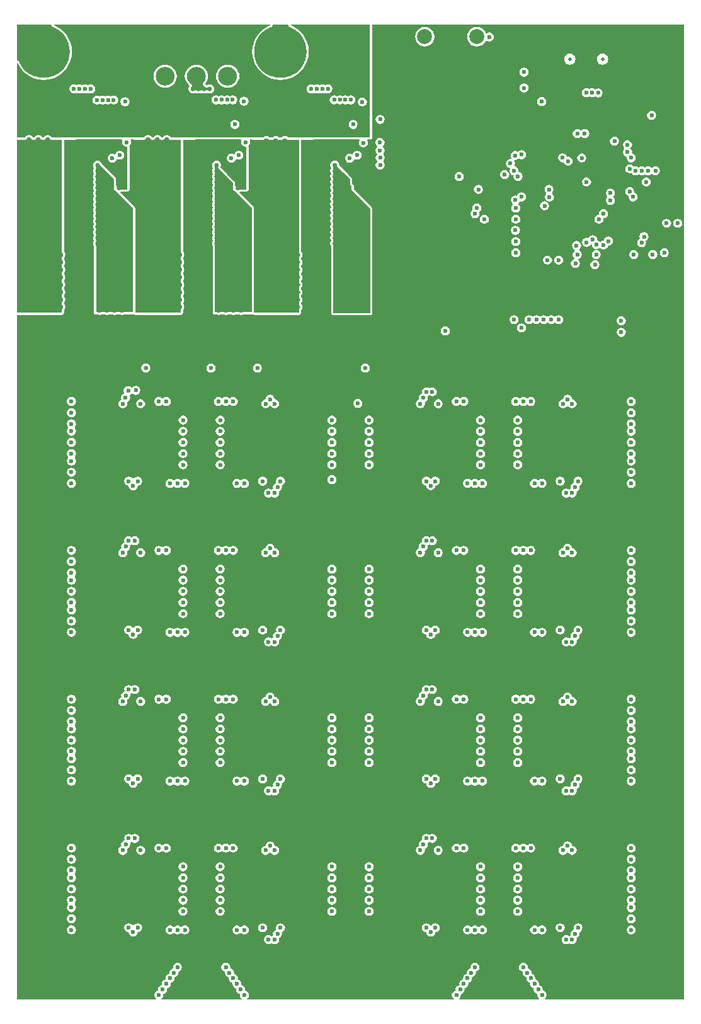
<source format=gbl>
%FSLAX44Y44*%
%MOMM*%
G71*
G01*
G75*
G04 Layer_Physical_Order=4*
G04 Layer_Color=21504*
%ADD10O,0.8000X0.2000*%
%ADD11O,0.2000X0.8000*%
%ADD12R,0.3500X0.3500*%
%ADD13C,0.6000*%
G04:AMPARAMS|DCode=14|XSize=1mm|YSize=0.95mm|CornerRadius=0.1995mm|HoleSize=0mm|Usage=FLASHONLY|Rotation=90.000|XOffset=0mm|YOffset=0mm|HoleType=Round|Shape=RoundedRectangle|*
%AMROUNDEDRECTD14*
21,1,1.0000,0.5510,0,0,90.0*
21,1,0.6010,0.9500,0,0,90.0*
1,1,0.3990,0.2755,0.3005*
1,1,0.3990,0.2755,-0.3005*
1,1,0.3990,-0.2755,-0.3005*
1,1,0.3990,-0.2755,0.3005*
%
%ADD14ROUNDEDRECTD14*%
G04:AMPARAMS|DCode=15|XSize=1mm|YSize=0.95mm|CornerRadius=0.1995mm|HoleSize=0mm|Usage=FLASHONLY|Rotation=0.000|XOffset=0mm|YOffset=0mm|HoleType=Round|Shape=RoundedRectangle|*
%AMROUNDEDRECTD15*
21,1,1.0000,0.5510,0,0,0.0*
21,1,0.6010,0.9500,0,0,0.0*
1,1,0.3990,0.3005,-0.2755*
1,1,0.3990,-0.3005,-0.2755*
1,1,0.3990,-0.3005,0.2755*
1,1,0.3990,0.3005,0.2755*
%
%ADD15ROUNDEDRECTD15*%
G04:AMPARAMS|DCode=16|XSize=1mm|YSize=0.9mm|CornerRadius=0.198mm|HoleSize=0mm|Usage=FLASHONLY|Rotation=90.000|XOffset=0mm|YOffset=0mm|HoleType=Round|Shape=RoundedRectangle|*
%AMROUNDEDRECTD16*
21,1,1.0000,0.5040,0,0,90.0*
21,1,0.6040,0.9000,0,0,90.0*
1,1,0.3960,0.2520,0.3020*
1,1,0.3960,0.2520,-0.3020*
1,1,0.3960,-0.2520,-0.3020*
1,1,0.3960,-0.2520,0.3020*
%
%ADD16ROUNDEDRECTD16*%
G04:AMPARAMS|DCode=17|XSize=1mm|YSize=0.9mm|CornerRadius=0.198mm|HoleSize=0mm|Usage=FLASHONLY|Rotation=0.000|XOffset=0mm|YOffset=0mm|HoleType=Round|Shape=RoundedRectangle|*
%AMROUNDEDRECTD17*
21,1,1.0000,0.5040,0,0,0.0*
21,1,0.6040,0.9000,0,0,0.0*
1,1,0.3960,0.3020,-0.2520*
1,1,0.3960,-0.3020,-0.2520*
1,1,0.3960,-0.3020,0.2520*
1,1,0.3960,0.3020,0.2520*
%
%ADD17ROUNDEDRECTD17*%
G04:AMPARAMS|DCode=18|XSize=2.7mm|YSize=1.15mm|CornerRadius=0.2013mm|HoleSize=0mm|Usage=FLASHONLY|Rotation=90.000|XOffset=0mm|YOffset=0mm|HoleType=Round|Shape=RoundedRectangle|*
%AMROUNDEDRECTD18*
21,1,2.7000,0.7475,0,0,90.0*
21,1,2.2975,1.1500,0,0,90.0*
1,1,0.4025,0.3738,1.1487*
1,1,0.4025,0.3738,-1.1487*
1,1,0.4025,-0.3738,-1.1487*
1,1,0.4025,-0.3738,1.1487*
%
%ADD18ROUNDEDRECTD18*%
G04:AMPARAMS|DCode=19|XSize=2.5mm|YSize=2mm|CornerRadius=0.2mm|HoleSize=0mm|Usage=FLASHONLY|Rotation=270.000|XOffset=0mm|YOffset=0mm|HoleType=Round|Shape=RoundedRectangle|*
%AMROUNDEDRECTD19*
21,1,2.5000,1.6000,0,0,270.0*
21,1,2.1000,2.0000,0,0,270.0*
1,1,0.4000,-0.8000,-1.0500*
1,1,0.4000,-0.8000,1.0500*
1,1,0.4000,0.8000,1.0500*
1,1,0.4000,0.8000,-1.0500*
%
%ADD19ROUNDEDRECTD19*%
G04:AMPARAMS|DCode=20|XSize=2.3mm|YSize=0.5mm|CornerRadius=0.2mm|HoleSize=0mm|Usage=FLASHONLY|Rotation=270.000|XOffset=0mm|YOffset=0mm|HoleType=Round|Shape=RoundedRectangle|*
%AMROUNDEDRECTD20*
21,1,2.3000,0.1000,0,0,270.0*
21,1,1.9000,0.5000,0,0,270.0*
1,1,0.4000,-0.0500,-0.9500*
1,1,0.4000,-0.0500,0.9500*
1,1,0.4000,0.0500,0.9500*
1,1,0.4000,0.0500,-0.9500*
%
%ADD20ROUNDEDRECTD20*%
G04:AMPARAMS|DCode=21|XSize=2.5mm|YSize=1.7mm|CornerRadius=0.204mm|HoleSize=0mm|Usage=FLASHONLY|Rotation=0.000|XOffset=0mm|YOffset=0mm|HoleType=Round|Shape=RoundedRectangle|*
%AMROUNDEDRECTD21*
21,1,2.5000,1.2920,0,0,0.0*
21,1,2.0920,1.7000,0,0,0.0*
1,1,0.4080,1.0460,-0.6460*
1,1,0.4080,-1.0460,-0.6460*
1,1,0.4080,-1.0460,0.6460*
1,1,0.4080,1.0460,0.6460*
%
%ADD21ROUNDEDRECTD21*%
G04:AMPARAMS|DCode=22|XSize=1.1mm|YSize=0.8mm|CornerRadius=0.268mm|HoleSize=0mm|Usage=FLASHONLY|Rotation=0.000|XOffset=0mm|YOffset=0mm|HoleType=Round|Shape=RoundedRectangle|*
%AMROUNDEDRECTD22*
21,1,1.1000,0.2640,0,0,0.0*
21,1,0.5640,0.8000,0,0,0.0*
1,1,0.5360,0.2820,-0.1320*
1,1,0.5360,-0.2820,-0.1320*
1,1,0.5360,-0.2820,0.1320*
1,1,0.5360,0.2820,0.1320*
%
%ADD22ROUNDEDRECTD22*%
G04:AMPARAMS|DCode=23|XSize=1.1mm|YSize=0.6mm|CornerRadius=0.201mm|HoleSize=0mm|Usage=FLASHONLY|Rotation=0.000|XOffset=0mm|YOffset=0mm|HoleType=Round|Shape=RoundedRectangle|*
%AMROUNDEDRECTD23*
21,1,1.1000,0.1980,0,0,0.0*
21,1,0.6980,0.6000,0,0,0.0*
1,1,0.4020,0.3490,-0.0990*
1,1,0.4020,-0.3490,-0.0990*
1,1,0.4020,-0.3490,0.0990*
1,1,0.4020,0.3490,0.0990*
%
%ADD23ROUNDEDRECTD23*%
G04:AMPARAMS|DCode=24|XSize=1.2mm|YSize=1.2mm|CornerRadius=0.198mm|HoleSize=0mm|Usage=FLASHONLY|Rotation=0.000|XOffset=0mm|YOffset=0mm|HoleType=Round|Shape=RoundedRectangle|*
%AMROUNDEDRECTD24*
21,1,1.2000,0.8040,0,0,0.0*
21,1,0.8040,1.2000,0,0,0.0*
1,1,0.3960,0.4020,-0.4020*
1,1,0.3960,-0.4020,-0.4020*
1,1,0.3960,-0.4020,0.4020*
1,1,0.3960,0.4020,0.4020*
%
%ADD24ROUNDEDRECTD24*%
G04:AMPARAMS|DCode=25|XSize=1.45mm|YSize=1.15mm|CornerRadius=0.2013mm|HoleSize=0mm|Usage=FLASHONLY|Rotation=0.000|XOffset=0mm|YOffset=0mm|HoleType=Round|Shape=RoundedRectangle|*
%AMROUNDEDRECTD25*
21,1,1.4500,0.7475,0,0,0.0*
21,1,1.0475,1.1500,0,0,0.0*
1,1,0.4025,0.5238,-0.3738*
1,1,0.4025,-0.5238,-0.3738*
1,1,0.4025,-0.5238,0.3738*
1,1,0.4025,0.5238,0.3738*
%
%ADD25ROUNDEDRECTD25*%
G04:AMPARAMS|DCode=26|XSize=1.45mm|YSize=1.15mm|CornerRadius=0.2013mm|HoleSize=0mm|Usage=FLASHONLY|Rotation=270.000|XOffset=0mm|YOffset=0mm|HoleType=Round|Shape=RoundedRectangle|*
%AMROUNDEDRECTD26*
21,1,1.4500,0.7475,0,0,270.0*
21,1,1.0475,1.1500,0,0,270.0*
1,1,0.4025,-0.3738,-0.5238*
1,1,0.4025,-0.3738,0.5238*
1,1,0.4025,0.3738,0.5238*
1,1,0.4025,0.3738,-0.5238*
%
%ADD26ROUNDEDRECTD26*%
G04:AMPARAMS|DCode=27|XSize=2.7mm|YSize=1.15mm|CornerRadius=0.2013mm|HoleSize=0mm|Usage=FLASHONLY|Rotation=180.000|XOffset=0mm|YOffset=0mm|HoleType=Round|Shape=RoundedRectangle|*
%AMROUNDEDRECTD27*
21,1,2.7000,0.7475,0,0,180.0*
21,1,2.2975,1.1500,0,0,180.0*
1,1,0.4025,-1.1487,0.3738*
1,1,0.4025,1.1487,0.3738*
1,1,0.4025,1.1487,-0.3738*
1,1,0.4025,-1.1487,-0.3738*
%
%ADD27ROUNDEDRECTD27*%
G04:AMPARAMS|DCode=28|XSize=1.05mm|YSize=0.65mm|CornerRadius=0.2015mm|HoleSize=0mm|Usage=FLASHONLY|Rotation=180.000|XOffset=0mm|YOffset=0mm|HoleType=Round|Shape=RoundedRectangle|*
%AMROUNDEDRECTD28*
21,1,1.0500,0.2470,0,0,180.0*
21,1,0.6470,0.6500,0,0,180.0*
1,1,0.4030,-0.3235,0.1235*
1,1,0.4030,0.3235,0.1235*
1,1,0.4030,0.3235,-0.1235*
1,1,0.4030,-0.3235,-0.1235*
%
%ADD28ROUNDEDRECTD28*%
G04:AMPARAMS|DCode=29|XSize=1.2mm|YSize=1.2mm|CornerRadius=0.198mm|HoleSize=0mm|Usage=FLASHONLY|Rotation=90.000|XOffset=0mm|YOffset=0mm|HoleType=Round|Shape=RoundedRectangle|*
%AMROUNDEDRECTD29*
21,1,1.2000,0.8040,0,0,90.0*
21,1,0.8040,1.2000,0,0,90.0*
1,1,0.3960,0.4020,0.4020*
1,1,0.3960,0.4020,-0.4020*
1,1,0.3960,-0.4020,-0.4020*
1,1,0.3960,-0.4020,0.4020*
%
%ADD29ROUNDEDRECTD29*%
G04:AMPARAMS|DCode=30|XSize=3.3mm|YSize=2.5mm|CornerRadius=0.2mm|HoleSize=0mm|Usage=FLASHONLY|Rotation=270.000|XOffset=0mm|YOffset=0mm|HoleType=Round|Shape=RoundedRectangle|*
%AMROUNDEDRECTD30*
21,1,3.3000,2.1000,0,0,270.0*
21,1,2.9000,2.5000,0,0,270.0*
1,1,0.4000,-1.0500,-1.4500*
1,1,0.4000,-1.0500,1.4500*
1,1,0.4000,1.0500,1.4500*
1,1,0.4000,1.0500,-1.4500*
%
%ADD30ROUNDEDRECTD30*%
G04:AMPARAMS|DCode=31|XSize=6.5mm|YSize=5mm|CornerRadius=0.25mm|HoleSize=0mm|Usage=FLASHONLY|Rotation=90.000|XOffset=0mm|YOffset=0mm|HoleType=Round|Shape=RoundedRectangle|*
%AMROUNDEDRECTD31*
21,1,6.5000,4.5000,0,0,90.0*
21,1,6.0000,5.0000,0,0,90.0*
1,1,0.5000,2.2500,3.0000*
1,1,0.5000,2.2500,-3.0000*
1,1,0.5000,-2.2500,-3.0000*
1,1,0.5000,-2.2500,3.0000*
%
%ADD31ROUNDEDRECTD31*%
%ADD32O,0.5000X1.3500*%
%ADD33O,1.3500X0.5000*%
G04:AMPARAMS|DCode=34|XSize=1.75mm|YSize=1.05mm|CornerRadius=0.1995mm|HoleSize=0mm|Usage=FLASHONLY|Rotation=90.000|XOffset=0mm|YOffset=0mm|HoleType=Round|Shape=RoundedRectangle|*
%AMROUNDEDRECTD34*
21,1,1.7500,0.6510,0,0,90.0*
21,1,1.3510,1.0500,0,0,90.0*
1,1,0.3990,0.3255,0.6755*
1,1,0.3990,0.3255,-0.6755*
1,1,0.3990,-0.3255,-0.6755*
1,1,0.3990,-0.3255,0.6755*
%
%ADD34ROUNDEDRECTD34*%
G04:AMPARAMS|DCode=35|XSize=0.7mm|YSize=0.25mm|CornerRadius=0.0838mm|HoleSize=0mm|Usage=FLASHONLY|Rotation=0.000|XOffset=0mm|YOffset=0mm|HoleType=Round|Shape=RoundedRectangle|*
%AMROUNDEDRECTD35*
21,1,0.7000,0.0825,0,0,0.0*
21,1,0.5325,0.2500,0,0,0.0*
1,1,0.1675,0.2662,-0.0413*
1,1,0.1675,-0.2662,-0.0413*
1,1,0.1675,-0.2662,0.0413*
1,1,0.1675,0.2662,0.0413*
%
%ADD35ROUNDEDRECTD35*%
G04:AMPARAMS|DCode=36|XSize=1.35mm|YSize=1.65mm|CornerRadius=0.27mm|HoleSize=0mm|Usage=FLASHONLY|Rotation=90.000|XOffset=0mm|YOffset=0mm|HoleType=Round|Shape=RoundedRectangle|*
%AMROUNDEDRECTD36*
21,1,1.3500,1.1100,0,0,90.0*
21,1,0.8100,1.6500,0,0,90.0*
1,1,0.5400,0.5550,0.4050*
1,1,0.5400,0.5550,-0.4050*
1,1,0.5400,-0.5550,-0.4050*
1,1,0.5400,-0.5550,0.4050*
%
%ADD36ROUNDEDRECTD36*%
%ADD37O,0.6000X1.5500*%
G04:AMPARAMS|DCode=38|XSize=3.95mm|YSize=1.2mm|CornerRadius=0.198mm|HoleSize=0mm|Usage=FLASHONLY|Rotation=0.000|XOffset=0mm|YOffset=0mm|HoleType=Round|Shape=RoundedRectangle|*
%AMROUNDEDRECTD38*
21,1,3.9500,0.8040,0,0,0.0*
21,1,3.5540,1.2000,0,0,0.0*
1,1,0.3960,1.7770,-0.4020*
1,1,0.3960,-1.7770,-0.4020*
1,1,0.3960,-1.7770,0.4020*
1,1,0.3960,1.7770,0.4020*
%
%ADD38ROUNDEDRECTD38*%
G04:AMPARAMS|DCode=39|XSize=11.3mm|YSize=10.75mm|CornerRadius=0.215mm|HoleSize=0mm|Usage=FLASHONLY|Rotation=0.000|XOffset=0mm|YOffset=0mm|HoleType=Round|Shape=RoundedRectangle|*
%AMROUNDEDRECTD39*
21,1,11.3000,10.3200,0,0,0.0*
21,1,10.8700,10.7500,0,0,0.0*
1,1,0.4300,5.4350,-5.1600*
1,1,0.4300,-5.4350,-5.1600*
1,1,0.4300,-5.4350,5.1600*
1,1,0.4300,5.4350,5.1600*
%
%ADD39ROUNDEDRECTD39*%
G04:AMPARAMS|DCode=40|XSize=2.85mm|YSize=1mm|CornerRadius=0.2mm|HoleSize=0mm|Usage=FLASHONLY|Rotation=0.000|XOffset=0mm|YOffset=0mm|HoleType=Round|Shape=RoundedRectangle|*
%AMROUNDEDRECTD40*
21,1,2.8500,0.6000,0,0,0.0*
21,1,2.4500,1.0000,0,0,0.0*
1,1,0.4000,1.2250,-0.3000*
1,1,0.4000,-1.2250,-0.3000*
1,1,0.4000,-1.2250,0.3000*
1,1,0.4000,1.2250,0.3000*
%
%ADD40ROUNDEDRECTD40*%
G04:AMPARAMS|DCode=41|XSize=6.45mm|YSize=6mm|CornerRadius=0.21mm|HoleSize=0mm|Usage=FLASHONLY|Rotation=0.000|XOffset=0mm|YOffset=0mm|HoleType=Round|Shape=RoundedRectangle|*
%AMROUNDEDRECTD41*
21,1,6.4500,5.5800,0,0,0.0*
21,1,6.0300,6.0000,0,0,0.0*
1,1,0.4200,3.0150,-2.7900*
1,1,0.4200,-3.0150,-2.7900*
1,1,0.4200,-3.0150,2.7900*
1,1,0.4200,3.0150,2.7900*
%
%ADD41ROUNDEDRECTD41*%
%ADD42O,1.5500X0.6000*%
G04:AMPARAMS|DCode=43|XSize=4.9mm|YSize=1.6mm|CornerRadius=0.2mm|HoleSize=0mm|Usage=FLASHONLY|Rotation=270.000|XOffset=0mm|YOffset=0mm|HoleType=Round|Shape=RoundedRectangle|*
%AMROUNDEDRECTD43*
21,1,4.9000,1.2000,0,0,270.0*
21,1,4.5000,1.6000,0,0,270.0*
1,1,0.4000,-0.6000,-2.2500*
1,1,0.4000,-0.6000,2.2500*
1,1,0.4000,0.6000,2.2500*
1,1,0.4000,0.6000,-2.2500*
%
%ADD43ROUNDEDRECTD43*%
%ADD44C,1.0000*%
%ADD45O,1.5000X0.3000*%
%ADD46O,0.3000X1.5000*%
%ADD47R,1.3000X1.3000*%
%ADD48C,1.3000*%
%ADD49C,0.2000*%
%ADD50C,0.2500*%
%ADD51C,0.6000*%
%ADD52C,0.5000*%
%ADD53C,0.4000*%
%ADD54C,0.4500*%
%ADD55C,0.3500*%
%ADD56C,2.0000*%
%ADD57C,0.2540*%
%ADD58C,0.3000*%
%ADD59C,0.5000*%
%ADD60C,2.5000*%
%ADD61C,7.0000*%
%ADD62C,2.0000*%
%ADD63C,4.5000*%
G36*
X-788852Y1125271D02*
X-787879Y1124621D01*
X-787229Y1123648D01*
X-787226Y1123629D01*
X-787110Y1123351D01*
X-787052Y1123055D01*
X-786884Y1122805D01*
X-786769Y1122526D01*
X-786556Y1122313D01*
X-786389Y1122063D01*
X-768059Y1103733D01*
Y1095817D01*
X-768000Y1095521D01*
Y1095220D01*
X-767885Y1094942D01*
X-767826Y1094646D01*
X-767658Y1094396D01*
X-767543Y1094117D01*
X-767500Y1094053D01*
Y1090000D01*
X-766558Y1089058D01*
X-766549Y1089041D01*
X-765743Y1088059D01*
X-765626Y1087963D01*
X-765542Y1087837D01*
X-765168Y1087587D01*
X-764821Y1087302D01*
X-764794Y1087294D01*
X-742500Y1065000D01*
Y925000D01*
X-791941D01*
Y1014183D01*
X-792000Y1014479D01*
Y1014780D01*
X-792115Y1015058D01*
X-792174Y1015354D01*
X-792341Y1015604D01*
X-792457Y1015883D01*
X-792771Y1016352D01*
X-792999Y1017500D01*
X-792771Y1018648D01*
X-792457Y1019117D01*
X-792341Y1019396D01*
X-792174Y1019646D01*
X-792115Y1019942D01*
X-792000Y1020220D01*
Y1020521D01*
X-791941Y1020817D01*
Y1021683D01*
X-792000Y1021979D01*
Y1022280D01*
X-792115Y1022558D01*
X-792174Y1022854D01*
X-792341Y1023104D01*
X-792457Y1023383D01*
X-792771Y1023852D01*
X-792999Y1025000D01*
X-792771Y1026148D01*
X-792457Y1026617D01*
X-792341Y1026896D01*
X-792174Y1027146D01*
X-792115Y1027442D01*
X-792000Y1027720D01*
Y1028021D01*
X-791941Y1028317D01*
Y1029183D01*
X-792000Y1029479D01*
Y1029780D01*
X-792115Y1030058D01*
X-792174Y1030354D01*
X-792341Y1030604D01*
X-792457Y1030883D01*
X-792771Y1031352D01*
X-792999Y1032500D01*
X-792771Y1033648D01*
X-792457Y1034117D01*
X-792341Y1034396D01*
X-792174Y1034646D01*
X-792115Y1034942D01*
X-792000Y1035220D01*
Y1035521D01*
X-791941Y1035817D01*
Y1036683D01*
X-792000Y1036979D01*
Y1037280D01*
X-792115Y1037558D01*
X-792174Y1037854D01*
X-792341Y1038104D01*
X-792457Y1038383D01*
X-792771Y1038852D01*
X-792999Y1040000D01*
X-792771Y1041148D01*
X-792457Y1041617D01*
X-792341Y1041896D01*
X-792174Y1042146D01*
X-792115Y1042442D01*
X-792000Y1042720D01*
Y1043021D01*
X-791941Y1043317D01*
Y1044183D01*
X-792000Y1044479D01*
Y1044780D01*
X-792115Y1045058D01*
X-792174Y1045354D01*
X-792341Y1045604D01*
X-792457Y1045883D01*
X-792771Y1046352D01*
X-792999Y1047500D01*
X-792771Y1048648D01*
X-792457Y1049117D01*
X-792341Y1049396D01*
X-792174Y1049646D01*
X-792115Y1049942D01*
X-792000Y1050220D01*
Y1050521D01*
X-791941Y1050817D01*
Y1051683D01*
X-792000Y1051979D01*
Y1052280D01*
X-792115Y1052558D01*
X-792174Y1052854D01*
X-792341Y1053104D01*
X-792457Y1053383D01*
X-792771Y1053852D01*
X-792999Y1055000D01*
X-792771Y1056148D01*
X-792457Y1056617D01*
X-792341Y1056896D01*
X-792174Y1057146D01*
X-792115Y1057442D01*
X-792000Y1057720D01*
Y1058021D01*
X-791941Y1058317D01*
Y1059183D01*
X-792000Y1059479D01*
Y1059780D01*
X-792115Y1060058D01*
X-792174Y1060354D01*
X-792341Y1060604D01*
X-792457Y1060883D01*
X-792771Y1061352D01*
X-792999Y1062500D01*
X-792771Y1063648D01*
X-792457Y1064117D01*
X-792341Y1064396D01*
X-792174Y1064646D01*
X-792115Y1064942D01*
X-792000Y1065220D01*
Y1065521D01*
X-791941Y1065817D01*
Y1066683D01*
X-792000Y1066979D01*
Y1067280D01*
X-792115Y1067558D01*
X-792174Y1067854D01*
X-792341Y1068104D01*
X-792457Y1068383D01*
X-792771Y1068852D01*
X-792999Y1070000D01*
X-792771Y1071148D01*
X-792457Y1071617D01*
X-792341Y1071896D01*
X-792174Y1072146D01*
X-792115Y1072442D01*
X-792000Y1072720D01*
Y1073021D01*
X-791941Y1073317D01*
Y1074183D01*
X-792000Y1074479D01*
Y1074780D01*
X-792115Y1075058D01*
X-792174Y1075354D01*
X-792341Y1075604D01*
X-792457Y1075883D01*
X-792771Y1076352D01*
X-792999Y1077500D01*
X-792771Y1078648D01*
X-792457Y1079117D01*
X-792341Y1079396D01*
X-792174Y1079646D01*
X-792115Y1079942D01*
X-792000Y1080220D01*
Y1080521D01*
X-791941Y1080817D01*
Y1081683D01*
X-792000Y1081979D01*
Y1082280D01*
X-792115Y1082558D01*
X-792174Y1082854D01*
X-792341Y1083104D01*
X-792457Y1083383D01*
X-792771Y1083852D01*
X-792999Y1085000D01*
X-792771Y1086148D01*
X-792457Y1086617D01*
X-792341Y1086896D01*
X-792174Y1087146D01*
X-792115Y1087442D01*
X-792000Y1087720D01*
Y1088021D01*
X-791941Y1088317D01*
Y1089183D01*
X-792000Y1089479D01*
Y1089780D01*
X-792115Y1090058D01*
X-792174Y1090354D01*
X-792341Y1090604D01*
X-792457Y1090883D01*
X-792771Y1091352D01*
X-792999Y1092500D01*
X-792771Y1093648D01*
X-792457Y1094117D01*
X-792341Y1094396D01*
X-792174Y1094646D01*
X-792115Y1094942D01*
X-792000Y1095220D01*
Y1095521D01*
X-791941Y1095817D01*
Y1096683D01*
X-792000Y1096979D01*
Y1097280D01*
X-792115Y1097558D01*
X-792174Y1097854D01*
X-792341Y1098104D01*
X-792457Y1098383D01*
X-792771Y1098852D01*
X-792999Y1100000D01*
X-792771Y1101148D01*
X-792457Y1101617D01*
X-792341Y1101896D01*
X-792174Y1102146D01*
X-792115Y1102442D01*
X-792000Y1102720D01*
Y1103021D01*
X-791941Y1103317D01*
Y1104183D01*
X-792000Y1104479D01*
Y1104780D01*
X-792115Y1105058D01*
X-792174Y1105354D01*
X-792341Y1105604D01*
X-792457Y1105883D01*
X-792771Y1106352D01*
X-792999Y1107500D01*
X-792771Y1108648D01*
X-792457Y1109117D01*
X-792341Y1109396D01*
X-792174Y1109646D01*
X-792115Y1109942D01*
X-792000Y1110220D01*
Y1110521D01*
X-791941Y1110817D01*
Y1111683D01*
X-792000Y1111979D01*
Y1112280D01*
X-792115Y1112558D01*
X-792174Y1112854D01*
X-792341Y1113104D01*
X-792457Y1113383D01*
X-792771Y1113852D01*
X-792999Y1115000D01*
X-792771Y1116148D01*
X-792457Y1116617D01*
X-792341Y1116896D01*
X-792174Y1117146D01*
X-792115Y1117442D01*
X-792000Y1117720D01*
Y1118021D01*
X-791941Y1118317D01*
Y1119183D01*
X-792000Y1119479D01*
Y1119780D01*
X-792115Y1120058D01*
X-792174Y1120354D01*
X-792341Y1120604D01*
X-792457Y1120883D01*
X-792771Y1121352D01*
X-792999Y1122500D01*
X-792771Y1123648D01*
X-792457Y1124117D01*
X-792341Y1124396D01*
X-792174Y1124646D01*
X-792169Y1124669D01*
X-792146Y1124674D01*
X-791896Y1124841D01*
X-791617Y1124957D01*
X-791148Y1125271D01*
X-790000Y1125499D01*
X-788852Y1125271D01*
D02*
G37*
G36*
X-423750Y1160000D02*
X-501082D01*
Y1159622D01*
X-533537D01*
X-533674Y1159826D01*
X-535658Y1161152D01*
X-537999Y1161618D01*
X-540340Y1161152D01*
X-542325Y1159826D01*
X-542462Y1159622D01*
X-546037D01*
X-546174Y1159826D01*
X-548158Y1161152D01*
X-550499Y1161618D01*
X-552840Y1161152D01*
X-554825Y1159826D01*
X-554962Y1159622D01*
X-558538D01*
X-558674Y1159826D01*
X-558935Y1160000D01*
X-560659Y1161152D01*
X-563000Y1161618D01*
X-565341Y1161152D01*
X-567065Y1160000D01*
X-567326Y1159826D01*
X-567462Y1159622D01*
X-580849D01*
X-581082Y1159872D01*
Y1160000D01*
X-660082D01*
Y1159622D01*
X-691534D01*
X-691787Y1160000D01*
X-692673Y1161327D01*
X-694658Y1162653D01*
X-696999Y1163118D01*
X-699340Y1162653D01*
X-701325Y1161327D01*
X-702211Y1160000D01*
X-702464Y1159622D01*
X-704034D01*
X-704287Y1160000D01*
X-705173Y1161327D01*
X-707158Y1162653D01*
X-709499Y1163118D01*
X-711840Y1162653D01*
X-713825Y1161327D01*
X-714711Y1160000D01*
X-714964Y1159622D01*
X-716534D01*
X-716787Y1160000D01*
X-717673Y1161327D01*
X-719658Y1162653D01*
X-721999Y1163118D01*
X-724340Y1162653D01*
X-726325Y1161327D01*
X-727211Y1160000D01*
X-727464Y1159622D01*
X-739849D01*
X-740082Y1159872D01*
Y1160000D01*
X-820082D01*
Y1159622D01*
X-851534D01*
X-852673Y1161327D01*
X-854658Y1162653D01*
X-856999Y1163118D01*
X-859340Y1162653D01*
X-861325Y1161327D01*
X-862464Y1159622D01*
X-864034D01*
X-865173Y1161327D01*
X-867158Y1162653D01*
X-869499Y1163118D01*
X-871840Y1162653D01*
X-873825Y1161327D01*
X-874964Y1159622D01*
X-876534D01*
X-877673Y1161327D01*
X-879658Y1162653D01*
X-881999Y1163118D01*
X-884340Y1162653D01*
X-886325Y1161327D01*
X-887464Y1159622D01*
X-898628D01*
Y1160000D01*
Y1259666D01*
X-897382Y1259914D01*
X-896463Y1257695D01*
X-893338Y1252595D01*
X-889453Y1248047D01*
X-884905Y1244162D01*
X-879805Y1241037D01*
X-874279Y1238748D01*
X-868463Y1237352D01*
X-862500Y1236882D01*
X-856537Y1237352D01*
X-850721Y1238748D01*
X-845195Y1241037D01*
X-840095Y1244162D01*
X-835547Y1248047D01*
X-831662Y1252595D01*
X-828537Y1257695D01*
X-826248Y1263221D01*
X-824852Y1269037D01*
X-824382Y1275000D01*
X-824852Y1280963D01*
X-826248Y1286779D01*
X-828537Y1292305D01*
X-831662Y1297405D01*
X-835547Y1301953D01*
X-840095Y1305838D01*
X-845195Y1308963D01*
X-848621Y1310382D01*
X-848373Y1311628D01*
X-558127D01*
X-557879Y1310382D01*
X-561305Y1308963D01*
X-566405Y1305838D01*
X-570953Y1301953D01*
X-574838Y1297405D01*
X-577963Y1292305D01*
X-580252Y1286779D01*
X-581648Y1280963D01*
X-582118Y1275000D01*
X-581648Y1269037D01*
X-580252Y1263221D01*
X-577963Y1257695D01*
X-574838Y1252595D01*
X-570953Y1248047D01*
X-566405Y1244162D01*
X-561305Y1241037D01*
X-555779Y1238748D01*
X-549963Y1237352D01*
X-544000Y1236882D01*
X-538037Y1237352D01*
X-532221Y1238748D01*
X-526695Y1241037D01*
X-521595Y1244162D01*
X-517047Y1248047D01*
X-513162Y1252595D01*
X-510037Y1257695D01*
X-507748Y1263221D01*
X-506352Y1269037D01*
X-505882Y1275000D01*
X-506352Y1280963D01*
X-507748Y1286779D01*
X-510037Y1292305D01*
X-513162Y1297405D01*
X-517047Y1301953D01*
X-521595Y1305838D01*
X-526695Y1308963D01*
X-530121Y1310382D01*
X-529873Y1311628D01*
X-423750D01*
Y1160000D01*
D02*
G37*
G36*
X-851627Y1310646D02*
X-851680Y1310382D01*
X-851621Y1310087D01*
Y1309785D01*
X-851506Y1309507D01*
X-851447Y1309211D01*
X-851280Y1308961D01*
X-851164Y1308683D01*
X-850951Y1308469D01*
X-850784Y1308219D01*
X-850533Y1308052D01*
X-850320Y1307839D01*
X-850042Y1307723D01*
X-849791Y1307556D01*
X-846588Y1306229D01*
X-841898Y1303355D01*
X-837717Y1299784D01*
X-834145Y1295601D01*
X-831271Y1290912D01*
X-829166Y1285831D01*
X-827882Y1280483D01*
X-827451Y1275000D01*
X-827882Y1269517D01*
X-829166Y1264169D01*
X-831271Y1259088D01*
X-834145Y1254398D01*
X-837716Y1250217D01*
X-841898Y1246645D01*
X-846588Y1243771D01*
X-851669Y1241666D01*
X-857017Y1240382D01*
X-862500Y1239951D01*
X-867983Y1240382D01*
X-873331Y1241666D01*
X-878412Y1243771D01*
X-883102Y1246645D01*
X-887283Y1250216D01*
X-890855Y1254398D01*
X-893729Y1259088D01*
X-894556Y1261084D01*
X-894724Y1261335D01*
X-894839Y1261613D01*
X-895052Y1261826D01*
X-895219Y1262077D01*
X-895470Y1262244D01*
X-895683Y1262457D01*
X-895961Y1262572D01*
X-896211Y1262740D01*
X-896507Y1262798D01*
X-896785Y1262914D01*
X-897086D01*
X-897382Y1262972D01*
X-897646Y1262920D01*
X-898628Y1263726D01*
Y1311628D01*
X-852433D01*
X-851627Y1310646D01*
D02*
G37*
G36*
X-1372Y895000D02*
Y415000D01*
Y1372D01*
X-188683D01*
X-189052Y2588D01*
X-188174Y3174D01*
X-186848Y5159D01*
X-186383Y7500D01*
X-186848Y9841D01*
X-188174Y11826D01*
X-190159Y13152D01*
X-190809Y13281D01*
X-191514Y14337D01*
X-191383Y15000D01*
X-191848Y17341D01*
X-193174Y19326D01*
X-195159Y20652D01*
X-196689Y20956D01*
X-196383Y22500D01*
X-196848Y24841D01*
X-198174Y26826D01*
X-200159Y28152D01*
X-200809Y28281D01*
X-201514Y29337D01*
X-201383Y30000D01*
X-201848Y32341D01*
X-203174Y34326D01*
X-205159Y35652D01*
X-206689Y35956D01*
X-206383Y37500D01*
X-206848Y39841D01*
X-208174Y41826D01*
X-210159Y43152D01*
X-211689Y43456D01*
X-211383Y45000D01*
X-211848Y47341D01*
X-213174Y49326D01*
X-215159Y50652D01*
X-217500Y51118D01*
X-219841Y50652D01*
X-221826Y49326D01*
X-223152Y47341D01*
X-223617Y45000D01*
X-223152Y42659D01*
X-221826Y40674D01*
X-219841Y39348D01*
X-218311Y39044D01*
X-218617Y37500D01*
X-218152Y35159D01*
X-216826Y33174D01*
X-214841Y31848D01*
X-213311Y31544D01*
X-213617Y30000D01*
X-213152Y27659D01*
X-211826Y25674D01*
X-209841Y24348D01*
X-209191Y24219D01*
X-208486Y23163D01*
X-208617Y22500D01*
X-208152Y20159D01*
X-206826Y18174D01*
X-204841Y16848D01*
X-203311Y16544D01*
X-203618Y15000D01*
X-203152Y12659D01*
X-201826Y10674D01*
X-199841Y9348D01*
X-199191Y9219D01*
X-198486Y8163D01*
X-198617Y7500D01*
X-198152Y5159D01*
X-196826Y3174D01*
X-195948Y2588D01*
X-196317Y1372D01*
X-303683D01*
X-304052Y2588D01*
X-303174Y3174D01*
X-301848Y5159D01*
X-301383Y7500D01*
X-301514Y8163D01*
X-300809Y9219D01*
X-300159Y9348D01*
X-298174Y10674D01*
X-296848Y12659D01*
X-296383Y15000D01*
X-296689Y16544D01*
X-295159Y16848D01*
X-293174Y18174D01*
X-291848Y20159D01*
X-291382Y22500D01*
X-291514Y23163D01*
X-290809Y24219D01*
X-290159Y24348D01*
X-288174Y25674D01*
X-286848Y27659D01*
X-286383Y30000D01*
X-286689Y31544D01*
X-285159Y31848D01*
X-283174Y33174D01*
X-281848Y35159D01*
X-281383Y37500D01*
X-281689Y39044D01*
X-280159Y39348D01*
X-278174Y40674D01*
X-276848Y42659D01*
X-276383Y45000D01*
X-276848Y47341D01*
X-278174Y49326D01*
X-280159Y50652D01*
X-282500Y51118D01*
X-284841Y50652D01*
X-286826Y49326D01*
X-288152Y47341D01*
X-288617Y45000D01*
X-288311Y43456D01*
X-289841Y43152D01*
X-291826Y41826D01*
X-293152Y39841D01*
X-293617Y37500D01*
X-293311Y35956D01*
X-294841Y35652D01*
X-296826Y34326D01*
X-298152Y32341D01*
X-298617Y30000D01*
X-298486Y29337D01*
X-299191Y28281D01*
X-299841Y28152D01*
X-301826Y26826D01*
X-303152Y24841D01*
X-303617Y22500D01*
X-303311Y20956D01*
X-304841Y20652D01*
X-306826Y19326D01*
X-308152Y17341D01*
X-308617Y15000D01*
X-308486Y14337D01*
X-309191Y13281D01*
X-309841Y13152D01*
X-311826Y11826D01*
X-313152Y9841D01*
X-313617Y7500D01*
X-313152Y5159D01*
X-311826Y3174D01*
X-310948Y2588D01*
X-311317Y1372D01*
X-588683D01*
X-589052Y2588D01*
X-588174Y3174D01*
X-586848Y5159D01*
X-586382Y7500D01*
X-586848Y9841D01*
X-588174Y11826D01*
X-590159Y13152D01*
X-591689Y13456D01*
X-591382Y15000D01*
X-591848Y17341D01*
X-593174Y19326D01*
X-595159Y20652D01*
X-595809Y20781D01*
X-596514Y21837D01*
X-596382Y22500D01*
X-596848Y24841D01*
X-598174Y26826D01*
X-600159Y28152D01*
X-601689Y28456D01*
X-601382Y30000D01*
X-601848Y32341D01*
X-603174Y34326D01*
X-605159Y35652D01*
X-606689Y35956D01*
X-606382Y37500D01*
X-606848Y39841D01*
X-608174Y41826D01*
X-610159Y43152D01*
X-610809Y43281D01*
X-611514Y44337D01*
X-611382Y45000D01*
X-611848Y47341D01*
X-613174Y49326D01*
X-615159Y50652D01*
X-617500Y51118D01*
X-619841Y50652D01*
X-621826Y49326D01*
X-623152Y47341D01*
X-623618Y45000D01*
X-623152Y42659D01*
X-621826Y40674D01*
X-619841Y39348D01*
X-619191Y39219D01*
X-618486Y38163D01*
X-618618Y37500D01*
X-618152Y35159D01*
X-616826Y33174D01*
X-614841Y31848D01*
X-613311Y31544D01*
X-613618Y30000D01*
X-613152Y27659D01*
X-611826Y25674D01*
X-609841Y24348D01*
X-608311Y24044D01*
X-608618Y22500D01*
X-608152Y20159D01*
X-606826Y18174D01*
X-604841Y16848D01*
X-604191Y16719D01*
X-603486Y15663D01*
X-603618Y15000D01*
X-603152Y12659D01*
X-601826Y10674D01*
X-599841Y9348D01*
X-598311Y9044D01*
X-598618Y7500D01*
X-598152Y5159D01*
X-596826Y3174D01*
X-595948Y2588D01*
X-596317Y1372D01*
X-703683D01*
X-704052Y2588D01*
X-703174Y3174D01*
X-701848Y5159D01*
X-701382Y7500D01*
X-701690Y9044D01*
X-700159Y9348D01*
X-698174Y10674D01*
X-696848Y12659D01*
X-696383Y15000D01*
X-696514Y15663D01*
X-695809Y16719D01*
X-695159Y16848D01*
X-693174Y18174D01*
X-691848Y20159D01*
X-691382Y22500D01*
X-691690Y24044D01*
X-690159Y24348D01*
X-688174Y25674D01*
X-686848Y27659D01*
X-686382Y30000D01*
X-686690Y31544D01*
X-685159Y31848D01*
X-683174Y33174D01*
X-681848Y35159D01*
X-681383Y37500D01*
X-681514Y38163D01*
X-680809Y39219D01*
X-680159Y39348D01*
X-678174Y40674D01*
X-676848Y42659D01*
X-676382Y45000D01*
X-676848Y47341D01*
X-678174Y49326D01*
X-680159Y50652D01*
X-682500Y51118D01*
X-684841Y50652D01*
X-686826Y49326D01*
X-688152Y47341D01*
X-688617Y45000D01*
X-688486Y44337D01*
X-689191Y43281D01*
X-689841Y43152D01*
X-691826Y41826D01*
X-693152Y39841D01*
X-693617Y37500D01*
X-693310Y35956D01*
X-694841Y35652D01*
X-696826Y34326D01*
X-698152Y32341D01*
X-698617Y30000D01*
X-698310Y28456D01*
X-699841Y28152D01*
X-701826Y26826D01*
X-703152Y24841D01*
X-703617Y22500D01*
X-703486Y21837D01*
X-704191Y20781D01*
X-704841Y20652D01*
X-706826Y19326D01*
X-708152Y17341D01*
X-708617Y15000D01*
X-708310Y13456D01*
X-709841Y13152D01*
X-711826Y11826D01*
X-713152Y9841D01*
X-713617Y7500D01*
X-713152Y5159D01*
X-711826Y3174D01*
X-710948Y2588D01*
X-711317Y1372D01*
X-898628D01*
Y897500D01*
Y921412D01*
X-885895D01*
X-884498Y921134D01*
X-883101Y921412D01*
X-878395D01*
X-876998Y921134D01*
X-875601Y921412D01*
X-870895D01*
X-869498Y921134D01*
X-868101Y921412D01*
X-863395D01*
X-861998Y921134D01*
X-860601Y921412D01*
X-856936D01*
X-856840Y921349D01*
X-854499Y920883D01*
X-852158Y921349D01*
X-852063Y921412D01*
X-848395D01*
X-846998Y921134D01*
X-845601Y921412D01*
X-838059D01*
X-836888Y921645D01*
X-835896Y922308D01*
X-835233Y923301D01*
X-835000Y924471D01*
Y927633D01*
Y927935D01*
X-833847Y929660D01*
X-833559Y931108D01*
X-833382Y932001D01*
X-833847Y934342D01*
X-835000Y936067D01*
Y936067D01*
Y936368D01*
Y937633D01*
Y937935D01*
X-833847Y939660D01*
X-833559Y941108D01*
X-833382Y942001D01*
X-833847Y944342D01*
X-835000Y946067D01*
Y946067D01*
Y946368D01*
Y947633D01*
Y947935D01*
X-833847Y949660D01*
X-833559Y951108D01*
X-833382Y952001D01*
X-833847Y954342D01*
X-835000Y956067D01*
Y956067D01*
Y957633D01*
Y957935D01*
X-833847Y959660D01*
X-833559Y961108D01*
X-833382Y962001D01*
X-833847Y964342D01*
X-835000Y966067D01*
Y966067D01*
Y967633D01*
Y967935D01*
X-833847Y969660D01*
X-833559Y971108D01*
X-833382Y972001D01*
X-833559Y972893D01*
X-833847Y974342D01*
X-833865Y974368D01*
X-835000Y976067D01*
Y976067D01*
Y977633D01*
Y977935D01*
X-833847Y979660D01*
X-833559Y981108D01*
X-833382Y982001D01*
X-833847Y984342D01*
X-835000Y986067D01*
Y986067D01*
Y987883D01*
Y988185D01*
X-833846Y989911D01*
X-833381Y992252D01*
X-833558Y993145D01*
D01*
X-833846Y994593D01*
X-834375Y995384D01*
X-835000Y996320D01*
Y996320D01*
Y996621D01*
Y997883D01*
Y998184D01*
X-833846Y999911D01*
X-833381Y1002252D01*
X-833846Y1004593D01*
X-835000Y1006320D01*
Y1006320D01*
Y1156563D01*
X-820082D01*
X-818911Y1156796D01*
X-818693Y1156941D01*
X-757239D01*
X-756651Y1155842D01*
X-757117Y1153501D01*
X-756651Y1151160D01*
X-755325Y1149175D01*
X-753340Y1147849D01*
X-750999Y1147383D01*
X-750999D01*
X-750982Y1147387D01*
X-750966Y1147374D01*
X-750172Y1147145D01*
X-750086Y1146714D01*
X-750047Y1146620D01*
X-750000Y1146581D01*
Y1090000D01*
X-758456D01*
X-759200Y1089852D01*
X-759627Y1089767D01*
X-759824Y1089635D01*
X-760619Y1089104D01*
X-760727Y1088942D01*
X-761991Y1088817D01*
X-762632Y1089457D01*
X-762758Y1089542D01*
X-762854Y1089659D01*
X-762902Y1089684D01*
X-763228Y1089952D01*
X-763317Y1090000D01*
X-763379D01*
X-763817Y1090534D01*
X-764184Y1090982D01*
X-763882Y1092500D01*
X-764348Y1094841D01*
X-764833Y1095566D01*
X-765000Y1095817D01*
Y1096118D01*
Y1103733D01*
X-765233Y1104904D01*
X-765498Y1105301D01*
X-765896Y1105896D01*
D01*
X-765896Y1105896D01*
X-784226Y1124226D01*
D01*
X-784226Y1124226D01*
X-784348Y1124841D01*
X-785674Y1126826D01*
X-786253Y1127212D01*
X-786880Y1127631D01*
D01*
X-787153Y1127814D01*
D01*
X-787659Y1128152D01*
X-790000Y1128617D01*
X-792341Y1128152D01*
X-793317Y1127500D01*
X-793317D01*
X-793595Y1127385D01*
X-793825Y1127231D01*
X-793868Y1127213D01*
X-793869Y1127213D01*
X-793869Y1127212D01*
X-794115Y1126966D01*
X-794326Y1126826D01*
X-794466Y1126615D01*
X-794712Y1126369D01*
X-794713Y1126369D01*
X-794713Y1126368D01*
X-794731Y1126325D01*
X-794885Y1126095D01*
X-795000Y1125817D01*
X-795000Y1125817D01*
Y1125817D01*
X-795314Y1125347D01*
D01*
X-795652Y1124841D01*
X-796117Y1122500D01*
X-795999Y1121904D01*
X-795652Y1120159D01*
X-795000Y1119183D01*
Y1118317D01*
X-795314Y1117847D01*
D01*
X-795652Y1117341D01*
X-796117Y1115000D01*
X-795999Y1114404D01*
X-795652Y1112659D01*
X-795000Y1111683D01*
Y1110817D01*
X-795314Y1110347D01*
D01*
X-795652Y1109841D01*
X-796117Y1107500D01*
X-795999Y1106904D01*
X-795940Y1106607D01*
X-795680Y1105301D01*
X-795652Y1105159D01*
X-795000Y1104183D01*
Y1103317D01*
X-795314Y1102847D01*
D01*
X-795652Y1102341D01*
X-796117Y1100000D01*
X-795999Y1099404D01*
X-795940Y1099107D01*
X-795771Y1098256D01*
X-795652Y1097659D01*
X-795000Y1096683D01*
Y1095817D01*
X-795314Y1095347D01*
D01*
X-795652Y1094841D01*
X-796117Y1092500D01*
X-795999Y1091904D01*
X-795815Y1090981D01*
X-795652Y1090159D01*
X-795169Y1089436D01*
X-795000Y1089183D01*
Y1088317D01*
X-795314Y1087847D01*
D01*
X-795652Y1087341D01*
X-796117Y1085000D01*
X-795999Y1084404D01*
X-795652Y1082659D01*
X-795000Y1081683D01*
Y1080817D01*
X-795314Y1080347D01*
D01*
X-795652Y1079841D01*
X-796117Y1077500D01*
X-795999Y1076904D01*
X-795940Y1076607D01*
X-795771Y1075756D01*
X-795652Y1075159D01*
X-795000Y1074183D01*
Y1073317D01*
X-795314Y1072847D01*
D01*
X-795652Y1072341D01*
X-796117Y1070000D01*
X-795999Y1069404D01*
X-795652Y1067659D01*
X-795000Y1066683D01*
Y1065817D01*
X-795314Y1065347D01*
D01*
X-795652Y1064841D01*
X-796117Y1062500D01*
X-795999Y1061904D01*
X-795940Y1061607D01*
X-795771Y1060756D01*
X-795652Y1060159D01*
X-795000Y1059183D01*
Y1058317D01*
X-795314Y1057847D01*
D01*
X-795652Y1057341D01*
X-796117Y1055000D01*
X-795999Y1054404D01*
X-795652Y1052659D01*
X-795000Y1051683D01*
Y1050817D01*
X-795314Y1050347D01*
D01*
X-795652Y1049841D01*
X-796117Y1047500D01*
X-795999Y1046904D01*
X-795652Y1045159D01*
X-795000Y1044183D01*
Y1043317D01*
X-795314Y1042847D01*
D01*
X-795652Y1042341D01*
X-796117Y1040000D01*
X-795999Y1039404D01*
X-795652Y1037659D01*
X-795000Y1036683D01*
Y1035817D01*
X-795314Y1035347D01*
D01*
X-795652Y1034841D01*
X-796117Y1032500D01*
X-795999Y1031904D01*
X-795940Y1031607D01*
X-795652Y1030160D01*
X-795652Y1030159D01*
X-795000Y1029183D01*
Y1028317D01*
X-795314Y1027847D01*
D01*
X-795652Y1027341D01*
X-796117Y1025000D01*
X-795999Y1024404D01*
X-795652Y1022659D01*
X-795000Y1021683D01*
Y1020817D01*
X-795314Y1020347D01*
D01*
X-795652Y1019841D01*
X-796117Y1017500D01*
X-795999Y1016904D01*
X-795940Y1016607D01*
X-795652Y1015160D01*
X-795652Y1015159D01*
X-795000Y1014183D01*
Y1013882D01*
Y925000D01*
X-794767Y923829D01*
X-794104Y922837D01*
X-793112Y922174D01*
X-791941Y921941D01*
X-789850D01*
X-789339Y921600D01*
X-786998Y921134D01*
X-784657Y921600D01*
X-784147Y921941D01*
X-779850D01*
X-779339Y921600D01*
X-776998Y921134D01*
X-774657Y921600D01*
X-774147Y921941D01*
X-769850D01*
X-769339Y921600D01*
X-766998Y921134D01*
X-764657Y921600D01*
X-764147Y921941D01*
X-759850D01*
X-759339Y921600D01*
X-756998Y921134D01*
X-754657Y921600D01*
X-754147Y921941D01*
X-742500D01*
X-741329Y922174D01*
X-741149Y922294D01*
X-740796Y922059D01*
X-740449Y921774D01*
X-740304Y921730D01*
X-740178Y921645D01*
X-739737Y921558D01*
X-739307Y921427D01*
X-739156Y921442D01*
X-739007Y921412D01*
X-725895D01*
X-724498Y921134D01*
X-723101Y921412D01*
X-718395D01*
X-716998Y921134D01*
X-715601Y921412D01*
X-710895D01*
X-709498Y921134D01*
X-708101Y921412D01*
X-703395D01*
X-701998Y921134D01*
X-700601Y921412D01*
X-696936D01*
X-696840Y921349D01*
X-694499Y920883D01*
X-692158Y921349D01*
X-692063Y921412D01*
X-688395D01*
X-686998Y921134D01*
X-685601Y921412D01*
X-678059D01*
X-676889Y921645D01*
X-675897Y922308D01*
X-675234Y923301D01*
X-675001Y924471D01*
Y927632D01*
Y927934D01*
X-674802Y928230D01*
X-674721Y928353D01*
D01*
X-674185Y929154D01*
D01*
X-673847Y929660D01*
X-673382Y932001D01*
X-673500Y932597D01*
D01*
X-673559Y932893D01*
D01*
X-673847Y934342D01*
X-674051Y934647D01*
X-675001Y936068D01*
Y936369D01*
Y937632D01*
Y937934D01*
X-674802Y938230D01*
X-674721Y938353D01*
D01*
X-674185Y939154D01*
D01*
X-673847Y939660D01*
X-673382Y942001D01*
X-673500Y942597D01*
X-673847Y944342D01*
X-675001Y946068D01*
Y946369D01*
Y947632D01*
Y947934D01*
X-674802Y948230D01*
X-674721Y948353D01*
D01*
X-674185Y949154D01*
D01*
X-673847Y949660D01*
X-673382Y952001D01*
X-673500Y952597D01*
X-673847Y954342D01*
X-675001Y956068D01*
Y956369D01*
Y957632D01*
Y957934D01*
X-674802Y958230D01*
X-674721Y958353D01*
D01*
X-674185Y959154D01*
D01*
X-673847Y959660D01*
X-673382Y962001D01*
X-673500Y962597D01*
D01*
X-673847Y964342D01*
X-675001Y966068D01*
Y966369D01*
Y967632D01*
Y967934D01*
X-674802Y968230D01*
X-674721Y968353D01*
D01*
X-674185Y969154D01*
D01*
X-673847Y969660D01*
X-673382Y972001D01*
X-673500Y972597D01*
D01*
X-673847Y974342D01*
X-675001Y976068D01*
Y976369D01*
Y977632D01*
Y977934D01*
X-674802Y978230D01*
X-674721Y978353D01*
D01*
X-674185Y979154D01*
D01*
X-673847Y979660D01*
X-673382Y982001D01*
X-673500Y982597D01*
X-673847Y984342D01*
X-675001Y986068D01*
Y986369D01*
Y988183D01*
Y988183D01*
X-673846Y989911D01*
X-673381Y992252D01*
X-673558Y993145D01*
X-673846Y994593D01*
X-674050Y994899D01*
X-675001Y996321D01*
Y996622D01*
Y998183D01*
Y998183D01*
X-673846Y999911D01*
X-673381Y1002252D01*
X-673430Y1002501D01*
X-673499Y1002849D01*
X-673558Y1003145D01*
D01*
X-673846Y1004593D01*
X-674118Y1005000D01*
X-675001Y1006321D01*
Y1006622D01*
Y1156563D01*
X-660082D01*
X-658911Y1156796D01*
X-658693Y1156941D01*
X-597239D01*
X-596651Y1155842D01*
X-597117Y1153501D01*
X-596651Y1151160D01*
X-595325Y1149175D01*
X-593340Y1147849D01*
X-590999Y1147383D01*
X-590982Y1147386D01*
X-590967Y1147374D01*
X-590173Y1147145D01*
D01*
X-590173Y1147145D01*
X-590087Y1146714D01*
X-590048Y1146620D01*
X-590001Y1146581D01*
Y1089999D01*
X-598454D01*
X-599198Y1089851D01*
X-599624Y1089766D01*
X-599822Y1089634D01*
X-600617Y1089103D01*
X-600725Y1088941D01*
X-601989Y1088817D01*
X-602628Y1089456D01*
X-602754Y1089540D01*
X-602850Y1089657D01*
X-602903Y1089685D01*
X-603227Y1089951D01*
X-603317Y1089999D01*
X-603378D01*
X-603507Y1090156D01*
X-603507Y1090156D01*
X-604184Y1090981D01*
X-604000Y1091904D01*
X-603882Y1092501D01*
X-604347Y1094842D01*
X-605000Y1095819D01*
X-605000Y1096120D01*
Y1096120D01*
X-605000Y1098733D01*
X-605000Y1098733D01*
X-605000Y1098733D01*
X-605124Y1099354D01*
X-605233Y1099903D01*
X-605233Y1099903D01*
X-605233Y1099904D01*
X-605524Y1100340D01*
X-605896Y1100896D01*
X-605896Y1100896D01*
X-605896Y1100896D01*
X-615284Y1110284D01*
X-624673Y1119673D01*
X-624673Y1119673D01*
D01*
X-624347Y1120160D01*
X-624043Y1121689D01*
X-623966Y1122076D01*
X-623882Y1122501D01*
X-624000Y1123097D01*
X-624347Y1124842D01*
X-625673Y1126826D01*
X-627658Y1128153D01*
X-629999Y1128618D01*
X-632231Y1128174D01*
X-632340Y1128153D01*
X-632846Y1127814D01*
X-633317Y1127500D01*
D01*
X-633318Y1127499D01*
X-633596Y1127384D01*
X-633824Y1127231D01*
X-633869Y1127213D01*
X-633869Y1127212D01*
X-633870Y1127212D01*
X-634116Y1126966D01*
X-634325Y1126826D01*
X-634465Y1126617D01*
X-634713Y1126369D01*
X-634713Y1126368D01*
X-634714Y1126368D01*
X-634733Y1126322D01*
X-634885Y1126094D01*
X-635001Y1125815D01*
Y1125815D01*
X-635365Y1125271D01*
X-635651Y1124842D01*
X-636117Y1122501D01*
X-636030Y1122063D01*
X-635651Y1120160D01*
X-635001Y1119186D01*
Y1118315D01*
X-635651Y1117342D01*
X-636117Y1115001D01*
X-635651Y1112660D01*
X-635001Y1111686D01*
Y1110815D01*
X-635651Y1109842D01*
X-636117Y1107501D01*
X-635651Y1105160D01*
X-635264Y1104581D01*
D01*
X-635001Y1104186D01*
D01*
X-635001Y1104186D01*
Y1103315D01*
X-635168Y1103065D01*
X-635314Y1102847D01*
X-635651Y1102342D01*
X-636117Y1100001D01*
X-635651Y1097660D01*
X-635264Y1097081D01*
X-635001Y1096686D01*
D01*
X-635001Y1096686D01*
Y1095815D01*
X-635168Y1095565D01*
X-635314Y1095347D01*
X-635651Y1094842D01*
X-636117Y1092501D01*
X-635651Y1090160D01*
X-635264Y1089581D01*
X-635001Y1089186D01*
D01*
X-635001Y1089186D01*
Y1088315D01*
X-635651Y1087342D01*
X-636117Y1085001D01*
X-635651Y1082660D01*
X-635264Y1082081D01*
D01*
X-635001Y1081686D01*
D01*
X-635001Y1081686D01*
Y1080815D01*
X-635168Y1080565D01*
X-635651Y1079842D01*
X-636117Y1077501D01*
X-636073Y1077283D01*
X-635651Y1075160D01*
X-635001Y1074186D01*
Y1073315D01*
X-635168Y1073065D01*
X-635314Y1072847D01*
X-635651Y1072342D01*
X-636117Y1070001D01*
X-635651Y1067660D01*
X-635001Y1066686D01*
Y1065815D01*
X-635168Y1065565D01*
X-635398Y1065220D01*
X-635651Y1064842D01*
X-636117Y1062501D01*
X-635651Y1060160D01*
X-635264Y1059581D01*
D01*
X-635001Y1059186D01*
X-635001Y1059186D01*
Y1058315D01*
X-635651Y1057342D01*
X-636117Y1055001D01*
X-635651Y1052660D01*
X-635264Y1052081D01*
X-635109Y1051848D01*
X-635001Y1051686D01*
Y1050815D01*
X-635168Y1050565D01*
X-635314Y1050347D01*
X-635651Y1049842D01*
X-636117Y1047501D01*
X-635651Y1045160D01*
X-635264Y1044581D01*
X-635109Y1044348D01*
X-635001Y1044186D01*
Y1043315D01*
X-635168Y1043065D01*
X-635314Y1042847D01*
X-635651Y1042342D01*
X-636117Y1040001D01*
X-635651Y1037660D01*
X-635001Y1036686D01*
Y1035815D01*
X-635168Y1035565D01*
X-635314Y1035347D01*
X-635651Y1034842D01*
X-636117Y1032501D01*
X-635651Y1030160D01*
X-635167Y1029436D01*
X-635001Y1029186D01*
X-635001Y1029186D01*
Y1028315D01*
X-635168Y1028065D01*
X-635651Y1027342D01*
X-636117Y1025001D01*
X-635998Y1024404D01*
X-635651Y1022660D01*
X-635001Y1021686D01*
Y1020815D01*
X-635651Y1019842D01*
X-636117Y1017501D01*
X-635651Y1015160D01*
X-635264Y1014581D01*
D01*
X-635001Y1014186D01*
X-635001Y1014186D01*
Y1013885D01*
Y925001D01*
X-634768Y923830D01*
X-634105Y922838D01*
X-633112Y922175D01*
X-631942Y921942D01*
X-629851D01*
X-629339Y921600D01*
X-626998Y921134D01*
X-624657Y921600D01*
X-624146Y921942D01*
X-619851D01*
X-619339Y921600D01*
X-616998Y921134D01*
X-614657Y921600D01*
X-614146Y921942D01*
X-609851D01*
X-609339Y921600D01*
X-606998Y921134D01*
X-604657Y921600D01*
X-604146Y921942D01*
X-599851D01*
X-599339Y921600D01*
X-596998Y921134D01*
X-594657Y921600D01*
X-594146Y921942D01*
X-582499D01*
X-581329Y922175D01*
X-581149Y922295D01*
X-580795Y922059D01*
X-580448Y921774D01*
X-580302Y921730D01*
X-580176Y921645D01*
X-579736Y921558D01*
X-579305Y921427D01*
X-579154Y921442D01*
X-579006Y921412D01*
X-566895D01*
X-565498Y921134D01*
X-564101Y921412D01*
X-559395D01*
X-557998Y921134D01*
X-556601Y921412D01*
X-551895D01*
X-550498Y921134D01*
X-549101Y921412D01*
X-544395D01*
X-542998Y921134D01*
X-541601Y921412D01*
X-537935D01*
X-537840Y921349D01*
X-535499Y920883D01*
X-533158Y921349D01*
X-533063Y921412D01*
X-529395D01*
X-527998Y921134D01*
X-526601Y921412D01*
X-519059D01*
X-517888Y921645D01*
X-516896Y922308D01*
X-516233Y923301D01*
X-516000Y924471D01*
Y927633D01*
Y927935D01*
X-514847Y929660D01*
X-514610Y930853D01*
X-514559Y931108D01*
X-514382Y932001D01*
X-514559Y932893D01*
D01*
X-514847Y934342D01*
X-515219Y934897D01*
X-516000Y936067D01*
Y936067D01*
Y936368D01*
Y937633D01*
Y937935D01*
X-514847Y939660D01*
X-514610Y940853D01*
X-514559Y941108D01*
X-514382Y942001D01*
X-514847Y944342D01*
X-516000Y946067D01*
Y946067D01*
Y946368D01*
Y947633D01*
Y947935D01*
X-514847Y949660D01*
X-514382Y952001D01*
X-514847Y954342D01*
X-516000Y956067D01*
Y956067D01*
Y957633D01*
Y957935D01*
X-514847Y959660D01*
X-514610Y960853D01*
X-514559Y961108D01*
X-514382Y962001D01*
X-514847Y964342D01*
X-516000Y966067D01*
Y966067D01*
Y967633D01*
Y967935D01*
X-514847Y969660D01*
X-514610Y970853D01*
X-514559Y971108D01*
X-514382Y972001D01*
X-514847Y974342D01*
X-516000Y976067D01*
Y976067D01*
Y977633D01*
Y977935D01*
X-514847Y979660D01*
X-514382Y982001D01*
X-514847Y984342D01*
X-516000Y986067D01*
Y986067D01*
Y987883D01*
Y988185D01*
X-514846Y989911D01*
X-514381Y992252D01*
X-514558Y993145D01*
X-514846Y994593D01*
X-515416Y995446D01*
X-516000Y996320D01*
Y996320D01*
Y996621D01*
Y997883D01*
Y998184D01*
X-514846Y999911D01*
X-514381Y1002252D01*
X-514430Y1002501D01*
X-514499Y1002849D01*
X-514846Y1004593D01*
X-516000Y1006320D01*
Y1006320D01*
Y1156563D01*
X-501082D01*
X-499911Y1156796D01*
X-499693Y1156941D01*
X-438096D01*
X-437497Y1155821D01*
D01*
X-438152Y1154841D01*
X-438618Y1152500D01*
X-438152Y1150159D01*
X-436826Y1148174D01*
X-434841Y1146848D01*
X-432500Y1146382D01*
X-431982Y1146486D01*
X-430159Y1146848D01*
X-428174Y1148174D01*
X-426848Y1150159D01*
X-426382Y1152500D01*
X-426848Y1154841D01*
X-427503Y1155821D01*
X-426904Y1156941D01*
X-423750D01*
X-422579Y1157174D01*
X-421587Y1157837D01*
X-420924Y1158829D01*
X-420691Y1160000D01*
Y1311628D01*
X-1372D01*
Y895000D01*
D02*
G37*
G36*
X-854879Y1159121D02*
X-854078Y1157922D01*
X-853865Y1157709D01*
X-853697Y1157459D01*
X-853447Y1157291D01*
X-853234Y1157078D01*
X-852955Y1156963D01*
X-852705Y1156796D01*
X-852410Y1156737D01*
X-852131Y1156621D01*
X-851830D01*
X-851534Y1156563D01*
X-838059D01*
Y1006320D01*
X-838000Y1006024D01*
Y1005723D01*
X-837885Y1005444D01*
X-837826Y1005149D01*
X-837658Y1004899D01*
X-837543Y1004620D01*
X-836728Y1003400D01*
X-836499Y1002252D01*
X-836728Y1001104D01*
X-837543Y999884D01*
X-837658Y999605D01*
X-837826Y999355D01*
X-837885Y999059D01*
X-838000Y998781D01*
X-838000Y998480D01*
X-838059Y998184D01*
Y996320D01*
X-838000Y996024D01*
Y995723D01*
X-837885Y995444D01*
X-837826Y995149D01*
X-837658Y994899D01*
X-837543Y994620D01*
X-836728Y993400D01*
X-836499Y992252D01*
X-836728Y991104D01*
X-837543Y989884D01*
X-837658Y989605D01*
X-837826Y989355D01*
X-837885Y989060D01*
X-838000Y988781D01*
X-838000Y988480D01*
X-838059Y988185D01*
Y986067D01*
X-838000Y985771D01*
Y985470D01*
X-837885Y985192D01*
X-837826Y984896D01*
X-837658Y984646D01*
X-837543Y984367D01*
X-836729Y983148D01*
X-836500Y982001D01*
X-836729Y980853D01*
X-837543Y979634D01*
X-837658Y979356D01*
X-837826Y979105D01*
X-837885Y978810D01*
X-838000Y978531D01*
X-838000Y978230D01*
X-838059Y977935D01*
Y976067D01*
X-838000Y975771D01*
Y975470D01*
X-837885Y975192D01*
X-837826Y974896D01*
X-837658Y974646D01*
X-837543Y974367D01*
X-836729Y973148D01*
X-836500Y972001D01*
X-836729Y970853D01*
X-837543Y969634D01*
X-837658Y969356D01*
X-837826Y969105D01*
X-837885Y968810D01*
X-838000Y968531D01*
X-838000Y968230D01*
X-838059Y967935D01*
Y966067D01*
X-838000Y965771D01*
Y965470D01*
X-837885Y965192D01*
X-837826Y964896D01*
X-837658Y964646D01*
X-837543Y964367D01*
X-836729Y963148D01*
X-836500Y962001D01*
X-836729Y960853D01*
X-837543Y959634D01*
X-837658Y959356D01*
X-837826Y959105D01*
X-837885Y958810D01*
X-838000Y958531D01*
X-838000Y958230D01*
X-838059Y957935D01*
Y956067D01*
X-838000Y955771D01*
Y955470D01*
X-837885Y955192D01*
X-837826Y954896D01*
X-837658Y954646D01*
X-837543Y954367D01*
X-836729Y953148D01*
X-836500Y952001D01*
X-836729Y950853D01*
X-837543Y949634D01*
X-837658Y949356D01*
X-837826Y949105D01*
X-837885Y948810D01*
X-838000Y948531D01*
X-838000Y948230D01*
X-838059Y947935D01*
Y946067D01*
X-838000Y945771D01*
Y945470D01*
X-837885Y945192D01*
X-837826Y944896D01*
X-837658Y944646D01*
X-837543Y944367D01*
X-836729Y943148D01*
X-836500Y942001D01*
X-836729Y940853D01*
X-837543Y939634D01*
X-837658Y939356D01*
X-837826Y939105D01*
X-837885Y938810D01*
X-838000Y938531D01*
X-838000Y938230D01*
X-838059Y937935D01*
Y936067D01*
X-838000Y935771D01*
Y935470D01*
X-837885Y935192D01*
X-837826Y934896D01*
X-837658Y934646D01*
X-837543Y934367D01*
X-836729Y933148D01*
X-836500Y932001D01*
X-836729Y930853D01*
X-837543Y929634D01*
X-837658Y929356D01*
X-837826Y929105D01*
X-837885Y928810D01*
X-838000Y928531D01*
X-838000Y928230D01*
X-838059Y927935D01*
Y924471D01*
X-898628D01*
Y1156563D01*
X-887464D01*
X-887169Y1156621D01*
X-886868D01*
X-886589Y1156737D01*
X-886294Y1156796D01*
X-886043Y1156963D01*
X-885765Y1157078D01*
X-885552Y1157291D01*
X-885301Y1157459D01*
X-885134Y1157709D01*
X-884921Y1157922D01*
X-884668Y1158300D01*
X-884668Y1158301D01*
X-884120Y1159121D01*
X-883371Y1159622D01*
X-880628D01*
X-879879Y1159121D01*
X-879078Y1157922D01*
X-878865Y1157709D01*
X-878697Y1157459D01*
X-878447Y1157291D01*
X-878234Y1157078D01*
X-877955Y1156963D01*
X-877705Y1156796D01*
X-877410Y1156737D01*
X-877131Y1156621D01*
X-876830D01*
X-876534Y1156563D01*
X-874964D01*
X-874669Y1156621D01*
X-874368D01*
X-874089Y1156737D01*
X-873794Y1156796D01*
X-873543Y1156963D01*
X-873265Y1157078D01*
X-873052Y1157291D01*
X-872801Y1157459D01*
X-872634Y1157709D01*
X-872421Y1157922D01*
X-872168Y1158300D01*
X-872168Y1158301D01*
X-871620Y1159121D01*
X-870871Y1159622D01*
X-868128D01*
X-867379Y1159121D01*
X-866578Y1157922D01*
X-866365Y1157709D01*
X-866197Y1157459D01*
X-865947Y1157291D01*
X-865734Y1157078D01*
X-865455Y1156963D01*
X-865205Y1156796D01*
X-864910Y1156737D01*
X-864631Y1156621D01*
X-864330D01*
X-864034Y1156563D01*
X-862464D01*
X-862169Y1156621D01*
X-861868D01*
X-861589Y1156737D01*
X-861294Y1156796D01*
X-861043Y1156963D01*
X-860765Y1157078D01*
X-860552Y1157291D01*
X-860301Y1157459D01*
X-860134Y1157709D01*
X-859921Y1157922D01*
X-859668Y1158300D01*
X-859668Y1158301D01*
X-859120Y1159121D01*
X-858371Y1159622D01*
X-855628D01*
X-854879Y1159121D01*
D02*
G37*
G36*
X-694879D02*
X-694078Y1157922D01*
X-693865Y1157709D01*
X-693697Y1157459D01*
X-693447Y1157291D01*
X-693234Y1157078D01*
X-692955Y1156963D01*
X-692705Y1156796D01*
X-692410Y1156737D01*
X-692131Y1156621D01*
X-691830D01*
X-691534Y1156563D01*
X-678059D01*
Y1006321D01*
X-678001Y1006025D01*
X-678001Y1005724D01*
X-677885Y1005446D01*
X-677827Y1005150D01*
X-677659Y1004900D01*
X-677544Y1004621D01*
X-676728Y1003400D01*
X-676499Y1002252D01*
X-676728Y1001104D01*
X-677544Y999883D01*
X-677659Y999604D01*
X-677827Y999354D01*
X-677885Y999059D01*
X-678001Y998780D01*
Y998479D01*
X-678059Y998183D01*
Y996321D01*
X-678001Y996025D01*
X-678001Y995724D01*
X-677885Y995446D01*
X-677827Y995150D01*
X-677659Y994900D01*
X-677544Y994621D01*
X-676728Y993400D01*
X-676499Y992252D01*
X-676728Y991105D01*
X-677544Y989883D01*
X-677659Y989604D01*
X-677827Y989354D01*
X-677885Y989059D01*
X-678001Y988780D01*
Y988479D01*
X-678059Y988183D01*
Y986068D01*
X-678001Y985772D01*
X-678001Y985471D01*
X-677885Y985193D01*
X-677827Y984897D01*
X-677659Y984647D01*
X-677544Y984368D01*
X-676729Y983148D01*
X-676500Y982001D01*
X-676729Y980853D01*
X-677544Y979633D01*
X-677659Y979355D01*
X-677827Y979104D01*
X-677885Y978809D01*
X-678001Y978530D01*
X-678001Y978229D01*
X-678059Y977934D01*
Y976068D01*
X-678001Y975772D01*
X-678001Y975471D01*
X-677885Y975193D01*
X-677827Y974897D01*
X-677659Y974647D01*
X-677544Y974368D01*
X-676729Y973148D01*
X-676500Y972001D01*
X-676729Y970853D01*
X-677544Y969633D01*
X-677659Y969355D01*
X-677827Y969104D01*
X-677885Y968809D01*
X-678001Y968530D01*
X-678001Y968229D01*
X-678059Y967934D01*
Y966068D01*
X-678001Y965772D01*
X-678001Y965471D01*
X-677885Y965193D01*
X-677827Y964897D01*
X-677659Y964647D01*
X-677544Y964368D01*
X-676729Y963148D01*
X-676500Y962001D01*
X-676729Y960853D01*
X-677544Y959633D01*
X-677659Y959355D01*
X-677827Y959104D01*
X-677885Y958809D01*
X-678001Y958530D01*
X-678001Y958229D01*
X-678059Y957934D01*
Y956068D01*
X-678001Y955772D01*
X-678001Y955471D01*
X-677885Y955193D01*
X-677827Y954897D01*
X-677659Y954647D01*
X-677544Y954368D01*
X-676729Y953148D01*
X-676500Y952001D01*
X-676729Y950853D01*
X-677544Y949633D01*
X-677659Y949355D01*
X-677827Y949104D01*
X-677885Y948809D01*
X-678001Y948530D01*
X-678001Y948229D01*
X-678059Y947934D01*
Y946068D01*
X-678001Y945772D01*
X-678001Y945471D01*
X-677885Y945193D01*
X-677827Y944897D01*
X-677659Y944647D01*
X-677544Y944368D01*
X-676729Y943148D01*
X-676500Y942001D01*
X-676729Y940853D01*
X-677544Y939633D01*
X-677659Y939355D01*
X-677827Y939104D01*
X-677885Y938809D01*
X-678001Y938530D01*
X-678001Y938229D01*
X-678059Y937934D01*
Y936068D01*
X-678001Y935772D01*
X-678001Y935471D01*
X-677885Y935193D01*
X-677827Y934897D01*
X-677659Y934647D01*
X-677544Y934368D01*
X-676729Y933148D01*
X-676500Y932001D01*
X-676729Y930853D01*
X-677544Y929633D01*
X-677659Y929355D01*
X-677827Y929104D01*
X-677885Y928809D01*
X-678001Y928530D01*
X-678001Y928229D01*
X-678059Y927934D01*
Y924471D01*
X-739007D01*
X-739441Y925000D01*
Y1065000D01*
X-739441Y1065000D01*
X-739674Y1066171D01*
X-740337Y1067163D01*
X-740337Y1067163D01*
X-758942Y1085768D01*
X-758456Y1086941D01*
X-750000D01*
X-748829Y1087174D01*
X-747837Y1087837D01*
X-747174Y1088829D01*
X-746941Y1090000D01*
Y1146581D01*
X-746971Y1146730D01*
X-746956Y1146881D01*
X-747086Y1147311D01*
X-747174Y1147751D01*
X-747178Y1147758D01*
X-746930Y1149003D01*
X-746674Y1149175D01*
X-745347Y1151160D01*
X-744882Y1153501D01*
X-745347Y1155842D01*
X-744760Y1156941D01*
X-741262D01*
X-741121Y1156840D01*
X-741066Y1156827D01*
X-741020Y1156796D01*
X-740488Y1156690D01*
X-739960Y1156565D01*
X-739904Y1156574D01*
X-739849Y1156563D01*
X-727464D01*
X-727169Y1156621D01*
X-726868D01*
X-726589Y1156737D01*
X-726294Y1156796D01*
X-726043Y1156963D01*
X-725765Y1157078D01*
X-725552Y1157291D01*
X-725301Y1157459D01*
X-725134Y1157709D01*
X-724921Y1157922D01*
X-724668Y1158300D01*
X-724668Y1158301D01*
X-724120Y1159121D01*
X-723371Y1159622D01*
X-720628D01*
X-719879Y1159121D01*
X-719078Y1157922D01*
X-718865Y1157709D01*
X-718697Y1157459D01*
X-718447Y1157291D01*
X-718234Y1157078D01*
X-717955Y1156963D01*
X-717705Y1156796D01*
X-717410Y1156737D01*
X-717131Y1156621D01*
X-716830D01*
X-716534Y1156563D01*
X-714964D01*
X-714669Y1156621D01*
X-714368D01*
X-714089Y1156737D01*
X-713794Y1156796D01*
X-713543Y1156963D01*
X-713265Y1157078D01*
X-713052Y1157291D01*
X-712801Y1157459D01*
X-712634Y1157709D01*
X-712421Y1157922D01*
X-712168Y1158300D01*
X-712168Y1158301D01*
X-711620Y1159121D01*
X-710871Y1159622D01*
X-708128D01*
X-707379Y1159121D01*
X-706578Y1157922D01*
X-706365Y1157709D01*
X-706197Y1157459D01*
X-705947Y1157291D01*
X-705734Y1157078D01*
X-705455Y1156963D01*
X-705205Y1156796D01*
X-704910Y1156737D01*
X-704631Y1156621D01*
X-704330D01*
X-704034Y1156563D01*
X-702464D01*
X-702169Y1156621D01*
X-701868D01*
X-701589Y1156737D01*
X-701294Y1156796D01*
X-701043Y1156963D01*
X-700765Y1157078D01*
X-700552Y1157291D01*
X-700301Y1157459D01*
X-700134Y1157709D01*
X-699921Y1157922D01*
X-699668Y1158300D01*
X-699668Y1158301D01*
X-699120Y1159121D01*
X-698371Y1159622D01*
X-695628D01*
X-694879Y1159121D01*
D02*
G37*
G36*
X-536852Y1158271D02*
X-535751Y1157536D01*
X-535700Y1157459D01*
X-535449Y1157291D01*
X-535236Y1157078D01*
X-534958Y1156963D01*
X-534707Y1156796D01*
X-534412Y1156737D01*
X-534133Y1156621D01*
X-533832Y1156621D01*
X-533537Y1156563D01*
X-519059D01*
Y1006320D01*
X-519000Y1006024D01*
Y1005723D01*
X-518885Y1005444D01*
X-518826Y1005149D01*
X-518658Y1004899D01*
X-518543Y1004620D01*
X-517728Y1003400D01*
X-517499Y1002252D01*
X-517728Y1001104D01*
X-518543Y999884D01*
X-518658Y999605D01*
X-518826Y999355D01*
X-518885Y999059D01*
X-519000Y998781D01*
X-519000Y998480D01*
X-519059Y998184D01*
Y996320D01*
X-519000Y996024D01*
Y995723D01*
X-518885Y995444D01*
X-518826Y995149D01*
X-518658Y994899D01*
X-518543Y994620D01*
X-517728Y993400D01*
X-517499Y992252D01*
X-517728Y991104D01*
X-518543Y989884D01*
X-518658Y989605D01*
X-518826Y989355D01*
X-518885Y989060D01*
X-519000Y988781D01*
X-519000Y988480D01*
X-519059Y988185D01*
Y986067D01*
X-519000Y985771D01*
Y985470D01*
X-518885Y985192D01*
X-518826Y984896D01*
X-518658Y984646D01*
X-518543Y984367D01*
X-517729Y983148D01*
X-517500Y982001D01*
X-517729Y980853D01*
X-518543Y979634D01*
X-518658Y979356D01*
X-518826Y979105D01*
X-518885Y978810D01*
X-519000Y978531D01*
X-519000Y978230D01*
X-519059Y977935D01*
Y976067D01*
X-519000Y975771D01*
Y975470D01*
X-518885Y975192D01*
X-518826Y974896D01*
X-518658Y974646D01*
X-518543Y974367D01*
X-517729Y973148D01*
X-517500Y972001D01*
X-517729Y970853D01*
X-518543Y969634D01*
X-518658Y969356D01*
X-518826Y969105D01*
X-518885Y968810D01*
X-519000Y968531D01*
X-519000Y968230D01*
X-519059Y967935D01*
Y966067D01*
X-519000Y965771D01*
Y965470D01*
X-518885Y965192D01*
X-518826Y964896D01*
X-518658Y964646D01*
X-518543Y964367D01*
X-517729Y963148D01*
X-517500Y962001D01*
X-517729Y960853D01*
X-518543Y959634D01*
X-518658Y959356D01*
X-518826Y959105D01*
X-518885Y958810D01*
X-519000Y958531D01*
X-519000Y958230D01*
X-519059Y957935D01*
Y956067D01*
X-519000Y955771D01*
Y955470D01*
X-518885Y955192D01*
X-518826Y954896D01*
X-518658Y954646D01*
X-518543Y954367D01*
X-517729Y953148D01*
X-517500Y952001D01*
X-517729Y950853D01*
X-518543Y949634D01*
X-518658Y949356D01*
X-518826Y949105D01*
X-518885Y948810D01*
X-519000Y948531D01*
X-519000Y948230D01*
X-519059Y947935D01*
Y946067D01*
X-519000Y945771D01*
Y945470D01*
X-518885Y945192D01*
X-518826Y944896D01*
X-518658Y944646D01*
X-518543Y944367D01*
X-517729Y943148D01*
X-517500Y942001D01*
X-517729Y940853D01*
X-518543Y939634D01*
X-518658Y939356D01*
X-518826Y939105D01*
X-518885Y938810D01*
X-519000Y938531D01*
X-519000Y938230D01*
X-519059Y937935D01*
Y936067D01*
X-519000Y935771D01*
Y935470D01*
X-518885Y935192D01*
X-518826Y934896D01*
X-518658Y934646D01*
X-518543Y934367D01*
X-517729Y933148D01*
X-517500Y932001D01*
X-517729Y930853D01*
X-518543Y929634D01*
X-518658Y929356D01*
X-518826Y929105D01*
X-518885Y928810D01*
X-519000Y928531D01*
X-519000Y928230D01*
X-519059Y927935D01*
Y924471D01*
X-579006D01*
X-579440Y925001D01*
Y1065001D01*
X-579440Y1065001D01*
X-579673Y1066171D01*
X-580336Y1067164D01*
X-598940Y1085767D01*
X-598454Y1086941D01*
X-590001D01*
X-588830Y1087173D01*
X-587838Y1087836D01*
X-587175Y1088829D01*
X-586942Y1089999D01*
Y1146581D01*
X-586972Y1146730D01*
X-586957Y1146881D01*
X-587087Y1147311D01*
X-587175Y1147751D01*
X-587179Y1147757D01*
X-586931Y1149003D01*
X-586674Y1149175D01*
X-585347Y1151160D01*
X-584882Y1153501D01*
X-585347Y1155842D01*
X-584760Y1156941D01*
X-582262D01*
X-582121Y1156840D01*
X-582066Y1156827D01*
X-582020Y1156796D01*
X-581488Y1156690D01*
X-580960Y1156565D01*
X-580904Y1156574D01*
X-580849Y1156563D01*
X-567462D01*
X-567167Y1156621D01*
X-566866Y1156621D01*
X-566587Y1156737D01*
X-566292Y1156796D01*
X-566041Y1156963D01*
X-565763Y1157078D01*
X-565550Y1157291D01*
X-565299Y1157459D01*
X-565248Y1157535D01*
X-564148Y1158270D01*
X-563000Y1158499D01*
X-561852Y1158270D01*
X-561476Y1158019D01*
X-560752Y1157535D01*
X-560701Y1157459D01*
X-560450Y1157291D01*
X-560237Y1157078D01*
X-559959Y1156963D01*
X-559708Y1156796D01*
X-559413Y1156737D01*
X-559134Y1156621D01*
X-558833Y1156621D01*
X-558538Y1156563D01*
X-554962D01*
X-554666Y1156621D01*
X-554365D01*
X-554087Y1156737D01*
X-553791Y1156796D01*
X-553541Y1156963D01*
X-553263Y1157078D01*
X-553050Y1157291D01*
X-552799Y1157459D01*
X-552747Y1157536D01*
X-551647Y1158271D01*
X-550499Y1158500D01*
X-549352Y1158271D01*
X-548251Y1157536D01*
X-548200Y1157459D01*
X-547949Y1157291D01*
X-547736Y1157078D01*
X-547458Y1156963D01*
X-547207Y1156796D01*
X-546912Y1156737D01*
X-546633Y1156621D01*
X-546332Y1156621D01*
X-546037Y1156563D01*
X-542462D01*
X-542166Y1156621D01*
X-541865D01*
X-541587Y1156737D01*
X-541291Y1156796D01*
X-541041Y1156963D01*
X-540763Y1157078D01*
X-540550Y1157291D01*
X-540299Y1157459D01*
X-540247Y1157536D01*
X-539147Y1158271D01*
X-537999Y1158500D01*
X-536852Y1158271D01*
D02*
G37*
G36*
X-628852Y1125271D02*
X-627879Y1124621D01*
X-627229Y1123648D01*
X-627000Y1122501D01*
X-627233Y1121331D01*
X-627331Y1121094D01*
X-627499Y1120843D01*
X-627557Y1120548D01*
X-627673Y1120269D01*
X-627673Y1119968D01*
X-627732Y1119673D01*
X-627673Y1119377D01*
X-627673Y1119076D01*
X-627557Y1118798D01*
X-627499Y1118502D01*
X-627331Y1118252D01*
X-627216Y1117973D01*
X-627003Y1117760D01*
X-626836Y1117510D01*
X-608059Y1098733D01*
X-608059Y1095819D01*
X-608000Y1095524D01*
X-608000Y1095222D01*
X-607885Y1094944D01*
X-607826Y1094649D01*
X-607659Y1094398D01*
X-607543Y1094119D01*
X-607499Y1094053D01*
Y1090001D01*
X-606559Y1089061D01*
X-606548Y1089041D01*
X-605743Y1088059D01*
X-605625Y1087963D01*
X-605541Y1087836D01*
X-605168Y1087587D01*
X-604820Y1087302D01*
X-604791Y1087293D01*
X-582499Y1065001D01*
Y925001D01*
X-631942D01*
Y1014186D01*
X-632001Y1014482D01*
X-632001Y1014783D01*
X-632116Y1015061D01*
X-632175Y1015357D01*
X-632342Y1015607D01*
X-632457Y1015886D01*
X-632770Y1016353D01*
X-632998Y1017501D01*
X-632770Y1018648D01*
X-632457Y1019116D01*
X-632342Y1019394D01*
X-632175Y1019645D01*
X-632116Y1019940D01*
X-632001Y1020219D01*
X-632001Y1020520D01*
X-631942Y1020815D01*
Y1021686D01*
X-632001Y1021982D01*
X-632001Y1022283D01*
X-632116Y1022561D01*
X-632175Y1022857D01*
X-632342Y1023107D01*
X-632457Y1023386D01*
X-632770Y1023853D01*
X-632998Y1025001D01*
X-632770Y1026148D01*
X-632457Y1026616D01*
X-632342Y1026894D01*
X-632175Y1027145D01*
X-632116Y1027440D01*
X-632001Y1027718D01*
X-632001Y1028020D01*
X-631942Y1028315D01*
Y1029186D01*
X-632001Y1029482D01*
X-632001Y1029783D01*
X-632116Y1030061D01*
X-632175Y1030357D01*
X-632342Y1030607D01*
X-632457Y1030886D01*
X-632770Y1031353D01*
X-632998Y1032501D01*
X-632770Y1033648D01*
X-632457Y1034116D01*
X-632342Y1034394D01*
X-632175Y1034645D01*
X-632116Y1034940D01*
X-632001Y1035219D01*
X-632001Y1035520D01*
X-631942Y1035815D01*
Y1036686D01*
X-632001Y1036982D01*
X-632001Y1037283D01*
X-632116Y1037561D01*
X-632175Y1037857D01*
X-632342Y1038107D01*
X-632457Y1038386D01*
X-632770Y1038853D01*
X-632998Y1040001D01*
X-632770Y1041148D01*
X-632457Y1041616D01*
X-632342Y1041894D01*
X-632175Y1042145D01*
X-632116Y1042440D01*
X-632001Y1042718D01*
X-632001Y1043020D01*
X-631942Y1043315D01*
Y1044186D01*
X-632001Y1044482D01*
X-632001Y1044783D01*
X-632116Y1045061D01*
X-632175Y1045357D01*
X-632342Y1045607D01*
X-632457Y1045886D01*
X-632770Y1046353D01*
X-632998Y1047501D01*
X-632770Y1048648D01*
X-632457Y1049116D01*
X-632342Y1049394D01*
X-632175Y1049645D01*
X-632116Y1049940D01*
X-632001Y1050218D01*
X-632001Y1050520D01*
X-631942Y1050815D01*
Y1051686D01*
X-632001Y1051982D01*
X-632001Y1052283D01*
X-632116Y1052561D01*
X-632175Y1052857D01*
X-632342Y1053107D01*
X-632457Y1053386D01*
X-632770Y1053853D01*
X-632998Y1055001D01*
X-632770Y1056148D01*
X-632457Y1056616D01*
X-632342Y1056894D01*
X-632175Y1057145D01*
X-632116Y1057440D01*
X-632001Y1057719D01*
X-632001Y1058020D01*
X-631942Y1058315D01*
Y1059186D01*
X-632001Y1059482D01*
X-632001Y1059783D01*
X-632116Y1060061D01*
X-632175Y1060357D01*
X-632342Y1060607D01*
X-632457Y1060886D01*
X-632770Y1061353D01*
X-632998Y1062501D01*
X-632770Y1063648D01*
X-632457Y1064116D01*
X-632342Y1064394D01*
X-632175Y1064645D01*
X-632116Y1064940D01*
X-632001Y1065218D01*
X-632001Y1065520D01*
X-631942Y1065815D01*
Y1066686D01*
X-632001Y1066982D01*
X-632001Y1067283D01*
X-632116Y1067561D01*
X-632175Y1067857D01*
X-632342Y1068107D01*
X-632457Y1068386D01*
X-632770Y1068853D01*
X-632998Y1070001D01*
X-632770Y1071148D01*
X-632457Y1071616D01*
X-632342Y1071894D01*
X-632175Y1072145D01*
X-632116Y1072440D01*
X-632001Y1072719D01*
X-632001Y1073020D01*
X-631942Y1073315D01*
Y1074186D01*
X-632001Y1074482D01*
X-632001Y1074783D01*
X-632116Y1075061D01*
X-632175Y1075357D01*
X-632342Y1075607D01*
X-632457Y1075886D01*
X-632770Y1076353D01*
X-632998Y1077501D01*
X-632770Y1078648D01*
X-632457Y1079116D01*
X-632342Y1079394D01*
X-632175Y1079645D01*
X-632116Y1079940D01*
X-632001Y1080218D01*
X-632001Y1080520D01*
X-631942Y1080815D01*
Y1081686D01*
X-632001Y1081982D01*
X-632001Y1082283D01*
X-632116Y1082561D01*
X-632175Y1082857D01*
X-632342Y1083107D01*
X-632457Y1083386D01*
X-632770Y1083853D01*
X-632998Y1085001D01*
X-632770Y1086148D01*
X-632457Y1086616D01*
X-632342Y1086894D01*
X-632175Y1087145D01*
X-632116Y1087440D01*
X-632001Y1087718D01*
X-632001Y1088020D01*
X-631942Y1088315D01*
Y1089186D01*
X-632001Y1089482D01*
X-632001Y1089783D01*
X-632116Y1090061D01*
X-632175Y1090357D01*
X-632342Y1090607D01*
X-632457Y1090886D01*
X-632770Y1091353D01*
X-632998Y1092501D01*
X-632770Y1093648D01*
X-632457Y1094116D01*
X-632342Y1094394D01*
X-632175Y1094645D01*
X-632116Y1094940D01*
X-632001Y1095219D01*
X-632001Y1095520D01*
X-631942Y1095815D01*
Y1096686D01*
X-632001Y1096982D01*
X-632001Y1097283D01*
X-632116Y1097561D01*
X-632175Y1097857D01*
X-632342Y1098107D01*
X-632457Y1098386D01*
X-632770Y1098853D01*
X-632998Y1100001D01*
X-632770Y1101148D01*
X-632457Y1101616D01*
X-632342Y1101894D01*
X-632175Y1102145D01*
X-632116Y1102440D01*
X-632001Y1102718D01*
X-632001Y1103020D01*
X-631942Y1103315D01*
Y1104186D01*
X-632001Y1104482D01*
X-632001Y1104783D01*
X-632116Y1105061D01*
X-632175Y1105357D01*
X-632342Y1105607D01*
X-632457Y1105886D01*
X-632770Y1106353D01*
X-632998Y1107501D01*
X-632770Y1108648D01*
X-632457Y1109116D01*
X-632342Y1109394D01*
X-632175Y1109645D01*
X-632116Y1109940D01*
X-632001Y1110219D01*
X-632001Y1110520D01*
X-631942Y1110815D01*
Y1111686D01*
X-632001Y1111982D01*
X-632001Y1112283D01*
X-632116Y1112561D01*
X-632175Y1112857D01*
X-632342Y1113107D01*
X-632457Y1113386D01*
X-632770Y1113853D01*
X-632998Y1115001D01*
X-632770Y1116148D01*
X-632457Y1116616D01*
X-632342Y1116894D01*
X-632175Y1117145D01*
X-632116Y1117440D01*
X-632001Y1117718D01*
X-632001Y1118020D01*
X-631942Y1118315D01*
Y1119186D01*
X-632001Y1119482D01*
X-632001Y1119783D01*
X-632116Y1120061D01*
X-632175Y1120357D01*
X-632342Y1120607D01*
X-632457Y1120886D01*
X-632770Y1121353D01*
X-632998Y1122501D01*
X-632770Y1123648D01*
X-632457Y1124116D01*
X-632342Y1124394D01*
X-632175Y1124645D01*
X-632170Y1124669D01*
X-632146Y1124674D01*
X-631896Y1124841D01*
X-631618Y1124956D01*
X-631147Y1125271D01*
X-629999Y1125500D01*
X-628852Y1125271D01*
D02*
G37*
G36*
X-533127Y1310646D02*
X-533180Y1310382D01*
X-533121Y1310086D01*
Y1309785D01*
X-533005Y1309507D01*
X-532947Y1309211D01*
X-532779Y1308961D01*
X-532664Y1308683D01*
X-532451Y1308470D01*
X-532284Y1308219D01*
X-532033Y1308052D01*
X-531820Y1307839D01*
X-531542Y1307723D01*
X-531291Y1307556D01*
X-528088Y1306229D01*
X-523399Y1303355D01*
X-519216Y1299784D01*
X-515644Y1295602D01*
X-512771Y1290912D01*
X-510666Y1285831D01*
X-509382Y1280483D01*
X-508951Y1275000D01*
X-509382Y1269517D01*
X-510666Y1264169D01*
X-512771Y1259088D01*
X-515644Y1254398D01*
X-519216Y1250217D01*
X-523399Y1246645D01*
X-528088Y1243771D01*
X-533169Y1241666D01*
X-538517Y1240382D01*
X-544000Y1239951D01*
X-549483Y1240382D01*
X-554831Y1241666D01*
X-559912Y1243771D01*
X-564602Y1246645D01*
X-568783Y1250216D01*
X-572355Y1254398D01*
X-575229Y1259088D01*
X-577334Y1264169D01*
X-578618Y1269517D01*
X-579049Y1275000D01*
X-578618Y1280483D01*
X-577334Y1285831D01*
X-575229Y1290912D01*
X-572355Y1295602D01*
X-568784Y1299783D01*
X-564602Y1303355D01*
X-559912Y1306229D01*
X-556709Y1307556D01*
X-556458Y1307723D01*
X-556180Y1307839D01*
X-555967Y1308052D01*
X-555716Y1308219D01*
X-555549Y1308469D01*
X-555336Y1308683D01*
X-555221Y1308961D01*
X-555053Y1309211D01*
X-554995Y1309507D01*
X-554879Y1309785D01*
Y1310086D01*
X-554821Y1310382D01*
X-554873Y1310646D01*
X-554067Y1311628D01*
X-533933D01*
X-533127Y1310646D01*
D02*
G37*
%LPC*%
G36*
X-225000Y371118D02*
X-227341Y370652D01*
X-229326Y369326D01*
X-230652Y367341D01*
X-231117Y365000D01*
X-230652Y362659D01*
X-229326Y360674D01*
X-227341Y359348D01*
X-225000Y358882D01*
X-222659Y359348D01*
X-220674Y360674D01*
X-219348Y362659D01*
X-218883Y365000D01*
X-219348Y367341D01*
X-220674Y369326D01*
X-222659Y370652D01*
X-225000Y371118D01*
D02*
G37*
G36*
X-275000Y386118D02*
X-277341Y385652D01*
X-279326Y384326D01*
X-280652Y382341D01*
X-281117Y380000D01*
X-280652Y377659D01*
X-279326Y375674D01*
X-277341Y374348D01*
X-275000Y373882D01*
X-272659Y374348D01*
X-270674Y375674D01*
X-269348Y377659D01*
X-268883Y380000D01*
X-269348Y382341D01*
X-270674Y384326D01*
X-272659Y385652D01*
X-275000Y386118D01*
D02*
G37*
G36*
X-225000D02*
X-227341Y385652D01*
X-229326Y384326D01*
X-230652Y382341D01*
X-231117Y380000D01*
X-230652Y377659D01*
X-229326Y375674D01*
X-227341Y374348D01*
X-225000Y373882D01*
X-222659Y374348D01*
X-220674Y375674D01*
X-219348Y377659D01*
X-218883Y380000D01*
X-219348Y382341D01*
X-220674Y384326D01*
X-222659Y385652D01*
X-225000Y386118D01*
D02*
G37*
G36*
X-675000D02*
X-677341Y385652D01*
X-679326Y384326D01*
X-680652Y382341D01*
X-681117Y380000D01*
X-680652Y377659D01*
X-679326Y375674D01*
X-677341Y374348D01*
X-675000Y373882D01*
X-672659Y374348D01*
X-670674Y375674D01*
X-669348Y377659D01*
X-668883Y380000D01*
X-669348Y382341D01*
X-670674Y384326D01*
X-672659Y385652D01*
X-675000Y386118D01*
D02*
G37*
G36*
X-72500Y381115D02*
X-74841Y380649D01*
X-76826Y379323D01*
X-78152Y377338D01*
X-78618Y374997D01*
X-78152Y372656D01*
X-76826Y370672D01*
X-76769Y370634D01*
Y369364D01*
X-76826Y369326D01*
X-78152Y367341D01*
X-78618Y365000D01*
X-78152Y362659D01*
X-76826Y360674D01*
X-74841Y359348D01*
X-72500Y358882D01*
X-70159Y359348D01*
X-68174Y360674D01*
X-66848Y362659D01*
X-66382Y365000D01*
X-66848Y367341D01*
X-68174Y369326D01*
X-68231Y369364D01*
Y370634D01*
X-68174Y370672D01*
X-66848Y372656D01*
X-66382Y374997D01*
X-66848Y377338D01*
X-68174Y379323D01*
X-70159Y380649D01*
X-72500Y381115D01*
D02*
G37*
G36*
X-625000Y386118D02*
X-627341Y385652D01*
X-629326Y384326D01*
X-630652Y382341D01*
X-631118Y380000D01*
X-630652Y377659D01*
X-629326Y375674D01*
X-627341Y374348D01*
X-625000Y373882D01*
X-622659Y374348D01*
X-620674Y375674D01*
X-619348Y377659D01*
X-618882Y380000D01*
X-619348Y382341D01*
X-620674Y384326D01*
X-622659Y385652D01*
X-625000Y386118D01*
D02*
G37*
G36*
X-825000Y411115D02*
X-827341Y410649D01*
X-829326Y409323D01*
X-830652Y407338D01*
X-831118Y404997D01*
X-830652Y402656D01*
X-829326Y400672D01*
X-827341Y399346D01*
X-825000Y398880D01*
X-822659Y399346D01*
X-820674Y400672D01*
X-819348Y402656D01*
X-818883Y404997D01*
X-819348Y407338D01*
X-820674Y409323D01*
X-822659Y410649D01*
X-825000Y411115D01*
D02*
G37*
G36*
X-158000Y414118D02*
X-160341Y413652D01*
X-162326Y412326D01*
X-163652Y410341D01*
X-164098Y408098D01*
X-166341Y407652D01*
X-168326Y406326D01*
X-169652Y404341D01*
X-170117Y402000D01*
X-169652Y399659D01*
X-168326Y397674D01*
X-166341Y396348D01*
X-164000Y395882D01*
X-161659Y396348D01*
X-159674Y397674D01*
X-158635Y399230D01*
X-157365D01*
X-156326Y397674D01*
X-154341Y396348D01*
X-152000Y395882D01*
X-149659Y396348D01*
X-147674Y397674D01*
X-146348Y399659D01*
X-145883Y402000D01*
X-146348Y404341D01*
X-147674Y406326D01*
X-149659Y407652D01*
X-151902Y408098D01*
X-152348Y410341D01*
X-153674Y412326D01*
X-155659Y413652D01*
X-158000Y414118D01*
D02*
G37*
G36*
X-332000Y408117D02*
X-334341Y407652D01*
X-336326Y406326D01*
X-337652Y404341D01*
X-338117Y402000D01*
X-337652Y399659D01*
X-336326Y397674D01*
X-334341Y396348D01*
X-332000Y395882D01*
X-329659Y396348D01*
X-327674Y397674D01*
X-326348Y399659D01*
X-325882Y402000D01*
X-326348Y404341D01*
X-327674Y406326D01*
X-329659Y407652D01*
X-332000Y408117D01*
D02*
G37*
G36*
X-607500Y411118D02*
X-609841Y410652D01*
X-611826Y409326D01*
X-611865Y409267D01*
X-613135D01*
X-613174Y409326D01*
X-615159Y410652D01*
X-617500Y411118D01*
X-619841Y410652D01*
X-621826Y409326D01*
X-621865Y409267D01*
X-623135D01*
X-623174Y409326D01*
X-625159Y410652D01*
X-627500Y411118D01*
X-629841Y410652D01*
X-631826Y409326D01*
X-633152Y407341D01*
X-633618Y405000D01*
X-633152Y402659D01*
X-631826Y400674D01*
X-629841Y399348D01*
X-627500Y398882D01*
X-625159Y399348D01*
X-623174Y400674D01*
X-623135Y400733D01*
X-621865D01*
X-621826Y400674D01*
X-619841Y399348D01*
X-617500Y398882D01*
X-615159Y399348D01*
X-613174Y400674D01*
X-613135Y400733D01*
X-611865D01*
X-611826Y400674D01*
X-609841Y399348D01*
X-607500Y398882D01*
X-605159Y399348D01*
X-603174Y400674D01*
X-601848Y402659D01*
X-601382Y405000D01*
X-601848Y407341D01*
X-603174Y409326D01*
X-605159Y410652D01*
X-607500Y411118D01*
D02*
G37*
G36*
X-697500Y411118D02*
X-699841Y410652D01*
X-701826Y409326D01*
X-701865Y409267D01*
X-703135D01*
X-703174Y409326D01*
X-705159Y410652D01*
X-707500Y411118D01*
X-709841Y410652D01*
X-711826Y409326D01*
X-713152Y407341D01*
X-713618Y405000D01*
X-713152Y402659D01*
X-711826Y400674D01*
X-709841Y399348D01*
X-707500Y398882D01*
X-705159Y399348D01*
X-703174Y400674D01*
X-703135Y400733D01*
X-701865D01*
X-701826Y400674D01*
X-699841Y399348D01*
X-697500Y398882D01*
X-695159Y399348D01*
X-693174Y400674D01*
X-691848Y402659D01*
X-691383Y405000D01*
X-691848Y407341D01*
X-693174Y409326D01*
X-695159Y410652D01*
X-697500Y411118D01*
D02*
G37*
G36*
X-72500Y411115D02*
X-74841Y410649D01*
X-76826Y409323D01*
X-78152Y407338D01*
X-78618Y404997D01*
X-78152Y402656D01*
X-76826Y400672D01*
X-74841Y399346D01*
X-72500Y398880D01*
X-70159Y399346D01*
X-68174Y400672D01*
X-66848Y402656D01*
X-66382Y404997D01*
X-66848Y407338D01*
X-68174Y409323D01*
X-70159Y410649D01*
X-72500Y411115D01*
D02*
G37*
G36*
X-825000Y396115D02*
X-827341Y395649D01*
X-829326Y394323D01*
X-830652Y392338D01*
X-831118Y389997D01*
X-830652Y387656D01*
X-829326Y385672D01*
X-827341Y384346D01*
X-825000Y383880D01*
X-822659Y384346D01*
X-820674Y385672D01*
X-819348Y387656D01*
X-818883Y389997D01*
X-819348Y392338D01*
X-820674Y394323D01*
X-822659Y395649D01*
X-825000Y396115D01*
D02*
G37*
G36*
X-425000Y386118D02*
X-427341Y385652D01*
X-429326Y384326D01*
X-430652Y382341D01*
X-431118Y380000D01*
X-430652Y377659D01*
X-429326Y375674D01*
X-427341Y374348D01*
X-425000Y373882D01*
X-422659Y374348D01*
X-420674Y375674D01*
X-419348Y377659D01*
X-418882Y380000D01*
X-419348Y382341D01*
X-420674Y384326D01*
X-422659Y385652D01*
X-425000Y386118D01*
D02*
G37*
G36*
X-475000D02*
X-477341Y385652D01*
X-479326Y384326D01*
X-480652Y382341D01*
X-481118Y380000D01*
X-480652Y377659D01*
X-479326Y375674D01*
X-477341Y374348D01*
X-475000Y373882D01*
X-472659Y374348D01*
X-470674Y375674D01*
X-469348Y377659D01*
X-468882Y380000D01*
X-469348Y382341D01*
X-470674Y384326D01*
X-472659Y385652D01*
X-475000Y386118D01*
D02*
G37*
G36*
X-558000Y414118D02*
X-560341Y413652D01*
X-562326Y412326D01*
X-563652Y410341D01*
X-564098Y408098D01*
X-566341Y407652D01*
X-568326Y406326D01*
X-569652Y404341D01*
X-570118Y402000D01*
X-569652Y399659D01*
X-568326Y397674D01*
X-566341Y396348D01*
X-564000Y395882D01*
X-561659Y396348D01*
X-559674Y397674D01*
X-558635Y399230D01*
X-557365D01*
X-556326Y397674D01*
X-554341Y396348D01*
X-552000Y395882D01*
X-549659Y396348D01*
X-547674Y397674D01*
X-546348Y399659D01*
X-545882Y402000D01*
X-546348Y404341D01*
X-547674Y406326D01*
X-549659Y407652D01*
X-551902Y408098D01*
X-552348Y410341D01*
X-553674Y412326D01*
X-555659Y413652D01*
X-558000Y414118D01*
D02*
G37*
G36*
X-732000Y408117D02*
X-734341Y407652D01*
X-736326Y406326D01*
X-737652Y404341D01*
X-738118Y402000D01*
X-737652Y399659D01*
X-736326Y397674D01*
X-734341Y396348D01*
X-732000Y395882D01*
X-729659Y396348D01*
X-727674Y397674D01*
X-726348Y399659D01*
X-725882Y402000D01*
X-726348Y404341D01*
X-727674Y406326D01*
X-729659Y407652D01*
X-732000Y408117D01*
D02*
G37*
G36*
X-72500Y396115D02*
X-74841Y395649D01*
X-76826Y394323D01*
X-78152Y392338D01*
X-78618Y389997D01*
X-78152Y387656D01*
X-76826Y385672D01*
X-74841Y384346D01*
X-72500Y383880D01*
X-70159Y384346D01*
X-68174Y385672D01*
X-66848Y387656D01*
X-66382Y389997D01*
X-66848Y392338D01*
X-68174Y394323D01*
X-70159Y395649D01*
X-72500Y396115D01*
D02*
G37*
G36*
X-425000Y341118D02*
X-427341Y340652D01*
X-429326Y339326D01*
X-430652Y337341D01*
X-431118Y335000D01*
X-430652Y332659D01*
X-429326Y330674D01*
X-427341Y329348D01*
X-425000Y328882D01*
X-422659Y329348D01*
X-420674Y330674D01*
X-419348Y332659D01*
X-418882Y335000D01*
X-419348Y337341D01*
X-420674Y339326D01*
X-422659Y340652D01*
X-425000Y341118D01*
D02*
G37*
G36*
X-475000D02*
X-477341Y340652D01*
X-479326Y339326D01*
X-480652Y337341D01*
X-481118Y335000D01*
X-480652Y332659D01*
X-479326Y330674D01*
X-477341Y329348D01*
X-475000Y328882D01*
X-472659Y329348D01*
X-470674Y330674D01*
X-469348Y332659D01*
X-468882Y335000D01*
X-469348Y337341D01*
X-470674Y339326D01*
X-472659Y340652D01*
X-475000Y341118D01*
D02*
G37*
G36*
X-825000Y356118D02*
X-827341Y355652D01*
X-829326Y354326D01*
X-830652Y352341D01*
X-831118Y350000D01*
X-830652Y347659D01*
X-829326Y345674D01*
X-827341Y344348D01*
X-825000Y343882D01*
X-822659Y344348D01*
X-820674Y345674D01*
X-819348Y347659D01*
X-818883Y350000D01*
X-819348Y352341D01*
X-820674Y354326D01*
X-822659Y355652D01*
X-825000Y356118D01*
D02*
G37*
G36*
X-625000D02*
X-627341Y355652D01*
X-629326Y354326D01*
X-630652Y352341D01*
X-631118Y350000D01*
X-630652Y347659D01*
X-629326Y345674D01*
X-627341Y344348D01*
X-625000Y343882D01*
X-622659Y344348D01*
X-620674Y345674D01*
X-619348Y347659D01*
X-618882Y350000D01*
X-619348Y352341D01*
X-620674Y354326D01*
X-622659Y355652D01*
X-625000Y356118D01*
D02*
G37*
G36*
X-675000D02*
X-677341Y355652D01*
X-679326Y354326D01*
X-680652Y352341D01*
X-681117Y350000D01*
X-680652Y347659D01*
X-679326Y345674D01*
X-677341Y344348D01*
X-675000Y343882D01*
X-672659Y344348D01*
X-670674Y345674D01*
X-669348Y347659D01*
X-668883Y350000D01*
X-669348Y352341D01*
X-670674Y354326D01*
X-672659Y355652D01*
X-675000Y356118D01*
D02*
G37*
G36*
X-625000Y341118D02*
X-627341Y340652D01*
X-629326Y339326D01*
X-630652Y337341D01*
X-631118Y335000D01*
X-630652Y332659D01*
X-629326Y330674D01*
X-627341Y329348D01*
X-625000Y328882D01*
X-622659Y329348D01*
X-620674Y330674D01*
X-619348Y332659D01*
X-618882Y335000D01*
X-619348Y337341D01*
X-620674Y339326D01*
X-622659Y340652D01*
X-625000Y341118D01*
D02*
G37*
G36*
X-72500D02*
X-74841Y340652D01*
X-76826Y339326D01*
X-78152Y337341D01*
X-78618Y335000D01*
X-78152Y332659D01*
X-76826Y330674D01*
X-76767Y330635D01*
Y329365D01*
X-76826Y329326D01*
X-78152Y327341D01*
X-78618Y325000D01*
X-78152Y322659D01*
X-76826Y320674D01*
X-74841Y319348D01*
X-72500Y318882D01*
X-70159Y319348D01*
X-68174Y320674D01*
X-66848Y322659D01*
X-66382Y325000D01*
X-66848Y327341D01*
X-68174Y329326D01*
X-68233Y329365D01*
Y330635D01*
X-68174Y330674D01*
X-66848Y332659D01*
X-66382Y335000D01*
X-66848Y337341D01*
X-68174Y339326D01*
X-70159Y340652D01*
X-72500Y341118D01*
D02*
G37*
G36*
X-825000D02*
X-827341Y340652D01*
X-829326Y339326D01*
X-830652Y337341D01*
X-831118Y335000D01*
X-830652Y332659D01*
X-829326Y330674D01*
X-829267Y330635D01*
Y329365D01*
X-829326Y329326D01*
X-830652Y327341D01*
X-831118Y325000D01*
X-830652Y322659D01*
X-829326Y320674D01*
X-827341Y319348D01*
X-825000Y318882D01*
X-822659Y319348D01*
X-820674Y320674D01*
X-819348Y322659D01*
X-818883Y325000D01*
X-819348Y327341D01*
X-820674Y329326D01*
X-820733Y329365D01*
Y330635D01*
X-820674Y330674D01*
X-819348Y332659D01*
X-818883Y335000D01*
X-819348Y337341D01*
X-820674Y339326D01*
X-822659Y340652D01*
X-825000Y341118D01*
D02*
G37*
G36*
X-275000Y341118D02*
X-277341Y340652D01*
X-279326Y339326D01*
X-280652Y337341D01*
X-281117Y335000D01*
X-280652Y332659D01*
X-279326Y330674D01*
X-277341Y329348D01*
X-275000Y328882D01*
X-272659Y329348D01*
X-270674Y330674D01*
X-269348Y332659D01*
X-268883Y335000D01*
X-269348Y337341D01*
X-270674Y339326D01*
X-272659Y340652D01*
X-275000Y341118D01*
D02*
G37*
G36*
X-675000Y341118D02*
X-677341Y340652D01*
X-679326Y339326D01*
X-680652Y337341D01*
X-681117Y335000D01*
X-680652Y332659D01*
X-679326Y330674D01*
X-677341Y329348D01*
X-675000Y328882D01*
X-672659Y329348D01*
X-670674Y330674D01*
X-669348Y332659D01*
X-668883Y335000D01*
X-669348Y337341D01*
X-670674Y339326D01*
X-672659Y340652D01*
X-675000Y341118D01*
D02*
G37*
G36*
X-225000Y341118D02*
X-227341Y340652D01*
X-229326Y339326D01*
X-230652Y337341D01*
X-231117Y335000D01*
X-230652Y332659D01*
X-229326Y330674D01*
X-227341Y329348D01*
X-225000Y328882D01*
X-222659Y329348D01*
X-220674Y330674D01*
X-219348Y332659D01*
X-218883Y335000D01*
X-219348Y337341D01*
X-220674Y339326D01*
X-222659Y340652D01*
X-225000Y341118D01*
D02*
G37*
G36*
X-625000Y371118D02*
X-627341Y370652D01*
X-629326Y369326D01*
X-630652Y367341D01*
X-631118Y365000D01*
X-630652Y362659D01*
X-629326Y360674D01*
X-627341Y359348D01*
X-625000Y358882D01*
X-622659Y359348D01*
X-620674Y360674D01*
X-619348Y362659D01*
X-618882Y365000D01*
X-619348Y367341D01*
X-620674Y369326D01*
X-622659Y370652D01*
X-625000Y371118D01*
D02*
G37*
G36*
X-675000D02*
X-677341Y370652D01*
X-679326Y369326D01*
X-680652Y367341D01*
X-681117Y365000D01*
X-680652Y362659D01*
X-679326Y360674D01*
X-677341Y359348D01*
X-675000Y358882D01*
X-672659Y359348D01*
X-670674Y360674D01*
X-669348Y362659D01*
X-668883Y365000D01*
X-669348Y367341D01*
X-670674Y369326D01*
X-672659Y370652D01*
X-675000Y371118D01*
D02*
G37*
G36*
X-475000D02*
X-477341Y370652D01*
X-479326Y369326D01*
X-480652Y367341D01*
X-481118Y365000D01*
X-480652Y362659D01*
X-479326Y360674D01*
X-477341Y359348D01*
X-475000Y358882D01*
X-472659Y359348D01*
X-470674Y360674D01*
X-469348Y362659D01*
X-468882Y365000D01*
X-469348Y367341D01*
X-470674Y369326D01*
X-472659Y370652D01*
X-475000Y371118D01*
D02*
G37*
G36*
X-275000D02*
X-277341Y370652D01*
X-279326Y369326D01*
X-280652Y367341D01*
X-281117Y365000D01*
X-280652Y362659D01*
X-279326Y360674D01*
X-277341Y359348D01*
X-275000Y358882D01*
X-272659Y359348D01*
X-270674Y360674D01*
X-269348Y362659D01*
X-268883Y365000D01*
X-269348Y367341D01*
X-270674Y369326D01*
X-272659Y370652D01*
X-275000Y371118D01*
D02*
G37*
G36*
X-425000D02*
X-427341Y370652D01*
X-429326Y369326D01*
X-430652Y367341D01*
X-431118Y365000D01*
X-430652Y362659D01*
X-429326Y360674D01*
X-427341Y359348D01*
X-425000Y358882D01*
X-422659Y359348D01*
X-420674Y360674D01*
X-419348Y362659D01*
X-418882Y365000D01*
X-419348Y367341D01*
X-420674Y369326D01*
X-422659Y370652D01*
X-425000Y371118D01*
D02*
G37*
G36*
X-825000Y381115D02*
X-827341Y380649D01*
X-829326Y379323D01*
X-830652Y377338D01*
X-831118Y374997D01*
X-830652Y372656D01*
X-829326Y370672D01*
X-829269Y370634D01*
Y369364D01*
X-829326Y369326D01*
X-830652Y367341D01*
X-831118Y365000D01*
X-830652Y362659D01*
X-829326Y360674D01*
X-827341Y359348D01*
X-825000Y358882D01*
X-822659Y359348D01*
X-820674Y360674D01*
X-819348Y362659D01*
X-818883Y365000D01*
X-819348Y367341D01*
X-820674Y369326D01*
X-820731Y369364D01*
Y370634D01*
X-820674Y370672D01*
X-819348Y372656D01*
X-818883Y374997D01*
X-819348Y377338D01*
X-820674Y379323D01*
X-822659Y380649D01*
X-825000Y381115D01*
D02*
G37*
G36*
X-425000Y356118D02*
X-427341Y355652D01*
X-429326Y354326D01*
X-430652Y352341D01*
X-431118Y350000D01*
X-430652Y347659D01*
X-429326Y345674D01*
X-427341Y344348D01*
X-425000Y343882D01*
X-422659Y344348D01*
X-420674Y345674D01*
X-419348Y347659D01*
X-418882Y350000D01*
X-419348Y352341D01*
X-420674Y354326D01*
X-422659Y355652D01*
X-425000Y356118D01*
D02*
G37*
G36*
X-475000D02*
X-477341Y355652D01*
X-479326Y354326D01*
X-480652Y352341D01*
X-481118Y350000D01*
X-480652Y347659D01*
X-479326Y345674D01*
X-477341Y344348D01*
X-475000Y343882D01*
X-472659Y344348D01*
X-470674Y345674D01*
X-469348Y347659D01*
X-468882Y350000D01*
X-469348Y352341D01*
X-470674Y354326D01*
X-472659Y355652D01*
X-475000Y356118D01*
D02*
G37*
G36*
X-275000D02*
X-277341Y355652D01*
X-279326Y354326D01*
X-280652Y352341D01*
X-281117Y350000D01*
X-280652Y347659D01*
X-279326Y345674D01*
X-277341Y344348D01*
X-275000Y343882D01*
X-272659Y344348D01*
X-270674Y345674D01*
X-269348Y347659D01*
X-268883Y350000D01*
X-269348Y352341D01*
X-270674Y354326D01*
X-272659Y355652D01*
X-275000Y356118D01*
D02*
G37*
G36*
X-72500D02*
X-74841Y355652D01*
X-76826Y354326D01*
X-78152Y352341D01*
X-78618Y350000D01*
X-78152Y347659D01*
X-76826Y345674D01*
X-74841Y344348D01*
X-72500Y343882D01*
X-70159Y344348D01*
X-68174Y345674D01*
X-66848Y347659D01*
X-66382Y350000D01*
X-66848Y352341D01*
X-68174Y354326D01*
X-70159Y355652D01*
X-72500Y356118D01*
D02*
G37*
G36*
X-225000D02*
X-227341Y355652D01*
X-229326Y354326D01*
X-230652Y352341D01*
X-231117Y350000D01*
X-230652Y347659D01*
X-229326Y345674D01*
X-227341Y344348D01*
X-225000Y343882D01*
X-222659Y344348D01*
X-220674Y345674D01*
X-219348Y347659D01*
X-218883Y350000D01*
X-219348Y352341D01*
X-220674Y354326D01*
X-222659Y355652D01*
X-225000Y356118D01*
D02*
G37*
G36*
X-297500Y411118D02*
X-299841Y410652D01*
X-301826Y409326D01*
X-301865Y409267D01*
X-303135D01*
X-303174Y409326D01*
X-305159Y410652D01*
X-307500Y411118D01*
X-309841Y410652D01*
X-311826Y409326D01*
X-313152Y407341D01*
X-313617Y405000D01*
X-313152Y402659D01*
X-311826Y400674D01*
X-309841Y399348D01*
X-307500Y398882D01*
X-305159Y399348D01*
X-303174Y400674D01*
X-303135Y400733D01*
X-301865D01*
X-301826Y400674D01*
X-299841Y399348D01*
X-297500Y398882D01*
X-295159Y399348D01*
X-293174Y400674D01*
X-291848Y402659D01*
X-291382Y405000D01*
X-291848Y407341D01*
X-293174Y409326D01*
X-295159Y410652D01*
X-297500Y411118D01*
D02*
G37*
G36*
X-475000Y541118D02*
X-477341Y540652D01*
X-479326Y539326D01*
X-480652Y537341D01*
X-481118Y535000D01*
X-480652Y532659D01*
X-479326Y530674D01*
X-477341Y529348D01*
X-475000Y528882D01*
X-472659Y529348D01*
X-470674Y530674D01*
X-469348Y532659D01*
X-468882Y535000D01*
X-469348Y537341D01*
X-470674Y539326D01*
X-472659Y540652D01*
X-475000Y541118D01*
D02*
G37*
G36*
X-625000D02*
X-627341Y540652D01*
X-629326Y539326D01*
X-630652Y537341D01*
X-631118Y535000D01*
X-630652Y532659D01*
X-629326Y530674D01*
X-627341Y529348D01*
X-625000Y528882D01*
X-622659Y529348D01*
X-620674Y530674D01*
X-619348Y532659D01*
X-618882Y535000D01*
X-619348Y537341D01*
X-620674Y539326D01*
X-622659Y540652D01*
X-625000Y541118D01*
D02*
G37*
G36*
X-425000D02*
X-427341Y540652D01*
X-429326Y539326D01*
X-430652Y537341D01*
X-431118Y535000D01*
X-430652Y532659D01*
X-429326Y530674D01*
X-427341Y529348D01*
X-425000Y528882D01*
X-422659Y529348D01*
X-420674Y530674D01*
X-419348Y532659D01*
X-418882Y535000D01*
X-419348Y537341D01*
X-420674Y539326D01*
X-422659Y540652D01*
X-425000Y541118D01*
D02*
G37*
G36*
X-225000D02*
X-227341Y540652D01*
X-229326Y539326D01*
X-230652Y537341D01*
X-231117Y535000D01*
X-230652Y532659D01*
X-229326Y530674D01*
X-227341Y529348D01*
X-225000Y528882D01*
X-222659Y529348D01*
X-220674Y530674D01*
X-219348Y532659D01*
X-218883Y535000D01*
X-219348Y537341D01*
X-220674Y539326D01*
X-222659Y540652D01*
X-225000Y541118D01*
D02*
G37*
G36*
X-275000D02*
X-277341Y540652D01*
X-279326Y539326D01*
X-280652Y537341D01*
X-281117Y535000D01*
X-280652Y532659D01*
X-279326Y530674D01*
X-277341Y529348D01*
X-275000Y528882D01*
X-272659Y529348D01*
X-270674Y530674D01*
X-269348Y532659D01*
X-268883Y535000D01*
X-269348Y537341D01*
X-270674Y539326D01*
X-272659Y540652D01*
X-275000Y541118D01*
D02*
G37*
G36*
X-225000Y526118D02*
X-227341Y525652D01*
X-229326Y524326D01*
X-230652Y522341D01*
X-231117Y520000D01*
X-230652Y517659D01*
X-229326Y515674D01*
X-227341Y514348D01*
X-225000Y513882D01*
X-222659Y514348D01*
X-220674Y515674D01*
X-219348Y517659D01*
X-218883Y520000D01*
X-219348Y522341D01*
X-220674Y524326D01*
X-222659Y525652D01*
X-225000Y526118D01*
D02*
G37*
G36*
X-275000D02*
X-277341Y525652D01*
X-279326Y524326D01*
X-280652Y522341D01*
X-281117Y520000D01*
X-280652Y517659D01*
X-279326Y515674D01*
X-277341Y514348D01*
X-275000Y513882D01*
X-272659Y514348D01*
X-270674Y515674D01*
X-269348Y517659D01*
X-268883Y520000D01*
X-269348Y522341D01*
X-270674Y524326D01*
X-272659Y525652D01*
X-275000Y526118D01*
D02*
G37*
G36*
X-825000Y541118D02*
X-827341Y540652D01*
X-829326Y539326D01*
X-830652Y537341D01*
X-831118Y535000D01*
X-830652Y532659D01*
X-829326Y530674D01*
X-829267Y530635D01*
Y529365D01*
X-829326Y529326D01*
X-830652Y527341D01*
X-831118Y525000D01*
X-830652Y522659D01*
X-829326Y520674D01*
X-827341Y519348D01*
X-825000Y518882D01*
X-822659Y519348D01*
X-820674Y520674D01*
X-819348Y522659D01*
X-818883Y525000D01*
X-819348Y527341D01*
X-820674Y529326D01*
X-820733Y529365D01*
Y530635D01*
X-820674Y530674D01*
X-819348Y532659D01*
X-818883Y535000D01*
X-819348Y537341D01*
X-820674Y539326D01*
X-822659Y540652D01*
X-825000Y541118D01*
D02*
G37*
G36*
X-675000D02*
X-677341Y540652D01*
X-679326Y539326D01*
X-680652Y537341D01*
X-681117Y535000D01*
X-680652Y532659D01*
X-679326Y530674D01*
X-677341Y529348D01*
X-675000Y528882D01*
X-672659Y529348D01*
X-670674Y530674D01*
X-669348Y532659D01*
X-668883Y535000D01*
X-669348Y537341D01*
X-670674Y539326D01*
X-672659Y540652D01*
X-675000Y541118D01*
D02*
G37*
G36*
X-72500D02*
X-74841Y540652D01*
X-76826Y539326D01*
X-78152Y537341D01*
X-78618Y535000D01*
X-78152Y532659D01*
X-76826Y530674D01*
X-76767Y530635D01*
Y529365D01*
X-76826Y529326D01*
X-78152Y527341D01*
X-78618Y525000D01*
X-78152Y522659D01*
X-76826Y520674D01*
X-74841Y519348D01*
X-72500Y518882D01*
X-70159Y519348D01*
X-68174Y520674D01*
X-66848Y522659D01*
X-66382Y525000D01*
X-66848Y527341D01*
X-68174Y529326D01*
X-68233Y529365D01*
Y530635D01*
X-68174Y530674D01*
X-66848Y532659D01*
X-66382Y535000D01*
X-66848Y537341D01*
X-68174Y539326D01*
X-70159Y540652D01*
X-72500Y541118D01*
D02*
G37*
G36*
X-825000Y556118D02*
X-827341Y555652D01*
X-829326Y554326D01*
X-830652Y552341D01*
X-831118Y550000D01*
X-830652Y547659D01*
X-829326Y545674D01*
X-827341Y544348D01*
X-825000Y543882D01*
X-822659Y544348D01*
X-820674Y545674D01*
X-819348Y547659D01*
X-818883Y550000D01*
X-819348Y552341D01*
X-820674Y554326D01*
X-822659Y555652D01*
X-825000Y556118D01*
D02*
G37*
G36*
X-72500D02*
X-74841Y555652D01*
X-76826Y554326D01*
X-78152Y552341D01*
X-78618Y550000D01*
X-78152Y547659D01*
X-76826Y545674D01*
X-74841Y544348D01*
X-72500Y543882D01*
X-70159Y544348D01*
X-68174Y545674D01*
X-66848Y547659D01*
X-66382Y550000D01*
X-66848Y552341D01*
X-68174Y554326D01*
X-70159Y555652D01*
X-72500Y556118D01*
D02*
G37*
G36*
X-225000D02*
X-227341Y555652D01*
X-229326Y554326D01*
X-230652Y552341D01*
X-231117Y550000D01*
X-230652Y547659D01*
X-229326Y545674D01*
X-227341Y544348D01*
X-225000Y543882D01*
X-222659Y544348D01*
X-220674Y545674D01*
X-219348Y547659D01*
X-218883Y550000D01*
X-219348Y552341D01*
X-220674Y554326D01*
X-222659Y555652D01*
X-225000Y556118D01*
D02*
G37*
G36*
X-825000Y581118D02*
X-827341Y580652D01*
X-829326Y579326D01*
X-830652Y577341D01*
X-831118Y575000D01*
X-830652Y572659D01*
X-829326Y570674D01*
X-829267Y570635D01*
Y569365D01*
X-829326Y569326D01*
X-830652Y567341D01*
X-831118Y565000D01*
X-830652Y562659D01*
X-829326Y560674D01*
X-827341Y559348D01*
X-825000Y558882D01*
X-822659Y559348D01*
X-820674Y560674D01*
X-819348Y562659D01*
X-818883Y565000D01*
X-819348Y567341D01*
X-820674Y569326D01*
X-820733Y569365D01*
Y570635D01*
X-820674Y570674D01*
X-819348Y572659D01*
X-818883Y575000D01*
X-819348Y577341D01*
X-820674Y579326D01*
X-822659Y580652D01*
X-825000Y581118D01*
D02*
G37*
G36*
X-625000Y571118D02*
X-627341Y570652D01*
X-629326Y569326D01*
X-630652Y567341D01*
X-631118Y565000D01*
X-630652Y562659D01*
X-629326Y560674D01*
X-627341Y559348D01*
X-625000Y558882D01*
X-622659Y559348D01*
X-620674Y560674D01*
X-619348Y562659D01*
X-618882Y565000D01*
X-619348Y567341D01*
X-620674Y569326D01*
X-622659Y570652D01*
X-625000Y571118D01*
D02*
G37*
G36*
X-675000D02*
X-677341Y570652D01*
X-679326Y569326D01*
X-680652Y567341D01*
X-681117Y565000D01*
X-680652Y562659D01*
X-679326Y560674D01*
X-677341Y559348D01*
X-675000Y558882D01*
X-672659Y559348D01*
X-670674Y560674D01*
X-669348Y562659D01*
X-668883Y565000D01*
X-669348Y567341D01*
X-670674Y569326D01*
X-672659Y570652D01*
X-675000Y571118D01*
D02*
G37*
G36*
X-625000Y556118D02*
X-627341Y555652D01*
X-629326Y554326D01*
X-630652Y552341D01*
X-631118Y550000D01*
X-630652Y547659D01*
X-629326Y545674D01*
X-627341Y544348D01*
X-625000Y543882D01*
X-622659Y544348D01*
X-620674Y545674D01*
X-619348Y547659D01*
X-618882Y550000D01*
X-619348Y552341D01*
X-620674Y554326D01*
X-622659Y555652D01*
X-625000Y556118D01*
D02*
G37*
G36*
X-675000D02*
X-677341Y555652D01*
X-679326Y554326D01*
X-680652Y552341D01*
X-681117Y550000D01*
X-680652Y547659D01*
X-679326Y545674D01*
X-677341Y544348D01*
X-675000Y543882D01*
X-672659Y544348D01*
X-670674Y545674D01*
X-669348Y547659D01*
X-668883Y550000D01*
X-669348Y552341D01*
X-670674Y554326D01*
X-672659Y555652D01*
X-675000Y556118D01*
D02*
G37*
G36*
X-475000D02*
X-477341Y555652D01*
X-479326Y554326D01*
X-480652Y552341D01*
X-481118Y550000D01*
X-480652Y547659D01*
X-479326Y545674D01*
X-477341Y544348D01*
X-475000Y543882D01*
X-472659Y544348D01*
X-470674Y545674D01*
X-469348Y547659D01*
X-468882Y550000D01*
X-469348Y552341D01*
X-470674Y554326D01*
X-472659Y555652D01*
X-475000Y556118D01*
D02*
G37*
G36*
X-275000D02*
X-277341Y555652D01*
X-279326Y554326D01*
X-280652Y552341D01*
X-281117Y550000D01*
X-280652Y547659D01*
X-279326Y545674D01*
X-277341Y544348D01*
X-275000Y543882D01*
X-272659Y544348D01*
X-270674Y545674D01*
X-269348Y547659D01*
X-268883Y550000D01*
X-269348Y552341D01*
X-270674Y554326D01*
X-272659Y555652D01*
X-275000Y556118D01*
D02*
G37*
G36*
X-425000D02*
X-427341Y555652D01*
X-429326Y554326D01*
X-430652Y552341D01*
X-431118Y550000D01*
X-430652Y547659D01*
X-429326Y545674D01*
X-427341Y544348D01*
X-425000Y543882D01*
X-422659Y544348D01*
X-420674Y545674D01*
X-419348Y547659D01*
X-418882Y550000D01*
X-419348Y552341D01*
X-420674Y554326D01*
X-422659Y555652D01*
X-425000Y556118D01*
D02*
G37*
G36*
X-72500Y501118D02*
X-74841Y500652D01*
X-76826Y499326D01*
X-78152Y497341D01*
X-78618Y495000D01*
X-78152Y492659D01*
X-76826Y490674D01*
X-74841Y489348D01*
X-72500Y488882D01*
X-70159Y489348D01*
X-68174Y490674D01*
X-66848Y492659D01*
X-66382Y495000D01*
X-66848Y497341D01*
X-68174Y499326D01*
X-70159Y500652D01*
X-72500Y501118D01*
D02*
G37*
G36*
X-825000D02*
X-827341Y500652D01*
X-829326Y499326D01*
X-830652Y497341D01*
X-831118Y495000D01*
X-830652Y492659D01*
X-829326Y490674D01*
X-827341Y489348D01*
X-825000Y488882D01*
X-822659Y489348D01*
X-820674Y490674D01*
X-819348Y492659D01*
X-818883Y495000D01*
X-819348Y497341D01*
X-820674Y499326D01*
X-822659Y500652D01*
X-825000Y501118D01*
D02*
G37*
G36*
X-568000Y504118D02*
X-570341Y503652D01*
X-572326Y502326D01*
X-573652Y500341D01*
X-574118Y498000D01*
X-573652Y495659D01*
X-572326Y493674D01*
X-570341Y492348D01*
X-568000Y491883D01*
X-565659Y492348D01*
X-563674Y493674D01*
X-562348Y495659D01*
X-561883Y498000D01*
X-562348Y500341D01*
X-563674Y502326D01*
X-565659Y503652D01*
X-568000Y504118D01*
D02*
G37*
G36*
X-672500Y501118D02*
X-674841Y500652D01*
X-676826Y499326D01*
X-676865Y499267D01*
X-678135D01*
X-678174Y499326D01*
X-680159Y500652D01*
X-682500Y501118D01*
X-684841Y500652D01*
X-686826Y499326D01*
X-686865Y499267D01*
X-688135D01*
X-688174Y499326D01*
X-690159Y500652D01*
X-692500Y501118D01*
X-694841Y500652D01*
X-696826Y499326D01*
X-698152Y497341D01*
X-698618Y495000D01*
X-698152Y492659D01*
X-696826Y490674D01*
X-694841Y489348D01*
X-692500Y488882D01*
X-690159Y489348D01*
X-688174Y490674D01*
X-688135Y490733D01*
X-686865D01*
X-686826Y490674D01*
X-684841Y489348D01*
X-682500Y488882D01*
X-680159Y489348D01*
X-678174Y490674D01*
X-678135Y490733D01*
X-676865D01*
X-676826Y490674D01*
X-674841Y489348D01*
X-672500Y488882D01*
X-670159Y489348D01*
X-668174Y490674D01*
X-666848Y492659D01*
X-666383Y495000D01*
X-666848Y497341D01*
X-668174Y499326D01*
X-670159Y500652D01*
X-672500Y501118D01*
D02*
G37*
G36*
X-168000Y504118D02*
X-170341Y503652D01*
X-172326Y502326D01*
X-173652Y500341D01*
X-174118Y498000D01*
X-173652Y495659D01*
X-172326Y493674D01*
X-170341Y492348D01*
X-168000Y491883D01*
X-165659Y492348D01*
X-163674Y493674D01*
X-162348Y495659D01*
X-161882Y498000D01*
X-162348Y500341D01*
X-163674Y502326D01*
X-165659Y503652D01*
X-168000Y504118D01*
D02*
G37*
G36*
X-740000Y424118D02*
X-742341Y423652D01*
X-744000Y422543D01*
X-745659Y423652D01*
X-748000Y424118D01*
X-750341Y423652D01*
X-752326Y422326D01*
X-753652Y420341D01*
X-754118Y418000D01*
X-753809Y416448D01*
X-754341Y415652D01*
X-754341D01*
X-754341Y415652D01*
X-756326Y414326D01*
X-757652Y412341D01*
X-758118Y410000D01*
X-757677Y407784D01*
X-758341Y407652D01*
X-760326Y406326D01*
X-761652Y404341D01*
X-762118Y402000D01*
X-761652Y399659D01*
X-760326Y397674D01*
X-758341Y396348D01*
X-756000Y395882D01*
X-753659Y396348D01*
X-751674Y397674D01*
X-750348Y399659D01*
X-749883Y402000D01*
X-750323Y404216D01*
X-749659Y404348D01*
X-747674Y405674D01*
X-746348Y407659D01*
X-745882Y410000D01*
X-746191Y411552D01*
X-745659Y412348D01*
X-745659D01*
X-745659Y412348D01*
X-744000Y413457D01*
X-742341Y412348D01*
X-740000Y411882D01*
X-737659Y412348D01*
X-735674Y413674D01*
X-734348Y415659D01*
X-733883Y418000D01*
X-734348Y420341D01*
X-735674Y422326D01*
X-737659Y423652D01*
X-740000Y424118D01*
D02*
G37*
G36*
X-207500Y411118D02*
X-209841Y410652D01*
X-211826Y409326D01*
X-211865Y409267D01*
X-213135D01*
X-213174Y409326D01*
X-215159Y410652D01*
X-217500Y411118D01*
X-219841Y410652D01*
X-221826Y409326D01*
X-221865Y409267D01*
X-223135D01*
X-223174Y409326D01*
X-225159Y410652D01*
X-227500Y411118D01*
X-229841Y410652D01*
X-231826Y409326D01*
X-233152Y407341D01*
X-233617Y405000D01*
X-233152Y402659D01*
X-231826Y400674D01*
X-229841Y399348D01*
X-227500Y398882D01*
X-225159Y399348D01*
X-223174Y400674D01*
X-223135Y400733D01*
X-221865D01*
X-221826Y400674D01*
X-219841Y399348D01*
X-217500Y398882D01*
X-215159Y399348D01*
X-213174Y400674D01*
X-213135Y400733D01*
X-211865D01*
X-211826Y400674D01*
X-209841Y399348D01*
X-207500Y398882D01*
X-205159Y399348D01*
X-203174Y400674D01*
X-201848Y402659D01*
X-201383Y405000D01*
X-201848Y407341D01*
X-203174Y409326D01*
X-205159Y410652D01*
X-207500Y411118D01*
D02*
G37*
G36*
X-340000Y424118D02*
X-342341Y423652D01*
X-344000Y422543D01*
X-345659Y423652D01*
X-348000Y424118D01*
X-350341Y423652D01*
X-352326Y422326D01*
X-353652Y420341D01*
X-354118Y418000D01*
X-353809Y416448D01*
X-354341Y415652D01*
X-354341D01*
X-354341Y415652D01*
X-356326Y414326D01*
X-357652Y412341D01*
X-358117Y410000D01*
X-357677Y407784D01*
X-358341Y407652D01*
X-360326Y406326D01*
X-361652Y404341D01*
X-362118Y402000D01*
X-361652Y399659D01*
X-360326Y397674D01*
X-358341Y396348D01*
X-356000Y395882D01*
X-353659Y396348D01*
X-351674Y397674D01*
X-350348Y399659D01*
X-349883Y402000D01*
X-350323Y404216D01*
X-349659Y404348D01*
X-347674Y405674D01*
X-346348Y407659D01*
X-345882Y410000D01*
X-346191Y411552D01*
X-345659Y412348D01*
X-345659D01*
X-345659Y412348D01*
X-344000Y413457D01*
X-342341Y412348D01*
X-340000Y411883D01*
X-337659Y412348D01*
X-335674Y413674D01*
X-334348Y415659D01*
X-333882Y418000D01*
X-334348Y420341D01*
X-335674Y422326D01*
X-337659Y423652D01*
X-340000Y424118D01*
D02*
G37*
G36*
X-544000Y504118D02*
X-546341Y503652D01*
X-548326Y502326D01*
X-549652Y500341D01*
X-550117Y498000D01*
X-549677Y495784D01*
X-550341Y495652D01*
X-552326Y494326D01*
X-553652Y492341D01*
X-554118Y490000D01*
X-553809Y488448D01*
X-554341Y487652D01*
X-554341D01*
X-554341Y487652D01*
X-556000Y486543D01*
X-557659Y487652D01*
X-560000Y488117D01*
X-562341Y487652D01*
X-564326Y486326D01*
X-565652Y484341D01*
X-566118Y482000D01*
X-565652Y479659D01*
X-564326Y477674D01*
X-562341Y476348D01*
X-560000Y475882D01*
X-557659Y476348D01*
X-556000Y477457D01*
X-554341Y476348D01*
X-552000Y475882D01*
X-549659Y476348D01*
X-547674Y477674D01*
X-546348Y479659D01*
X-545882Y482000D01*
X-546191Y483552D01*
X-545659Y484348D01*
X-545659D01*
X-545659Y484348D01*
X-543674Y485674D01*
X-542348Y487659D01*
X-541883Y490000D01*
X-542323Y492216D01*
X-541659Y492348D01*
X-539674Y493674D01*
X-538348Y495659D01*
X-537882Y498000D01*
X-538348Y500341D01*
X-539674Y502326D01*
X-541659Y503652D01*
X-544000Y504118D01*
D02*
G37*
G36*
X-144000D02*
X-146341Y503652D01*
X-148326Y502326D01*
X-149652Y500341D01*
X-150118Y498000D01*
X-149677Y495784D01*
X-150341Y495652D01*
X-152326Y494326D01*
X-153652Y492341D01*
X-154117Y490000D01*
X-153809Y488448D01*
X-154341Y487652D01*
X-154341D01*
X-154341Y487652D01*
X-156000Y486543D01*
X-157659Y487652D01*
X-160000Y488117D01*
X-162341Y487652D01*
X-164326Y486326D01*
X-165652Y484341D01*
X-166117Y482000D01*
X-165652Y479659D01*
X-164326Y477674D01*
X-162341Y476348D01*
X-160000Y475882D01*
X-157659Y476348D01*
X-156000Y477457D01*
X-154341Y476348D01*
X-152000Y475882D01*
X-149659Y476348D01*
X-147674Y477674D01*
X-146348Y479659D01*
X-145883Y482000D01*
X-146191Y483552D01*
X-145659Y484348D01*
X-145659D01*
X-145659Y484348D01*
X-143674Y485674D01*
X-142348Y487659D01*
X-141882Y490000D01*
X-142323Y492216D01*
X-141659Y492348D01*
X-139674Y493674D01*
X-138348Y495659D01*
X-137882Y498000D01*
X-138348Y500341D01*
X-139674Y502326D01*
X-141659Y503652D01*
X-144000Y504118D01*
D02*
G37*
G36*
X-592500Y501118D02*
X-594841Y500652D01*
X-596826Y499326D01*
X-596865Y499267D01*
X-598135D01*
X-598174Y499326D01*
X-600159Y500652D01*
X-602500Y501118D01*
X-604841Y500652D01*
X-606826Y499326D01*
X-608152Y497341D01*
X-608618Y495000D01*
X-608152Y492659D01*
X-606826Y490674D01*
X-604841Y489348D01*
X-602500Y488882D01*
X-600159Y489348D01*
X-598174Y490674D01*
X-598135Y490733D01*
X-596865D01*
X-596826Y490674D01*
X-594841Y489348D01*
X-592500Y488882D01*
X-590159Y489348D01*
X-588174Y490674D01*
X-586848Y492659D01*
X-586382Y495000D01*
X-586848Y497341D01*
X-588174Y499326D01*
X-590159Y500652D01*
X-592500Y501118D01*
D02*
G37*
G36*
X-675000Y526118D02*
X-677341Y525652D01*
X-679326Y524326D01*
X-680652Y522341D01*
X-681117Y520000D01*
X-680652Y517659D01*
X-679326Y515674D01*
X-677341Y514348D01*
X-675000Y513882D01*
X-672659Y514348D01*
X-670674Y515674D01*
X-669348Y517659D01*
X-668883Y520000D01*
X-669348Y522341D01*
X-670674Y524326D01*
X-672659Y525652D01*
X-675000Y526118D01*
D02*
G37*
G36*
X-72500Y516118D02*
X-74841Y515652D01*
X-76826Y514326D01*
X-78152Y512341D01*
X-78618Y510000D01*
X-78152Y507659D01*
X-76826Y505674D01*
X-74841Y504348D01*
X-72500Y503882D01*
X-70159Y504348D01*
X-68174Y505674D01*
X-66848Y507659D01*
X-66382Y510000D01*
X-66848Y512341D01*
X-68174Y514326D01*
X-70159Y515652D01*
X-72500Y516118D01*
D02*
G37*
G36*
X-625000Y526118D02*
X-627341Y525652D01*
X-629326Y524326D01*
X-630652Y522341D01*
X-631118Y520000D01*
X-630652Y517659D01*
X-629326Y515674D01*
X-627341Y514348D01*
X-625000Y513882D01*
X-622659Y514348D01*
X-620674Y515674D01*
X-619348Y517659D01*
X-618882Y520000D01*
X-619348Y522341D01*
X-620674Y524326D01*
X-622659Y525652D01*
X-625000Y526118D01*
D02*
G37*
G36*
X-425000D02*
X-427341Y525652D01*
X-429326Y524326D01*
X-430652Y522341D01*
X-431118Y520000D01*
X-430652Y517659D01*
X-429326Y515674D01*
X-427341Y514348D01*
X-425000Y513882D01*
X-422659Y514348D01*
X-420674Y515674D01*
X-419348Y517659D01*
X-418882Y520000D01*
X-419348Y522341D01*
X-420674Y524326D01*
X-422659Y525652D01*
X-425000Y526118D01*
D02*
G37*
G36*
X-475000D02*
X-477341Y525652D01*
X-479326Y524326D01*
X-480652Y522341D01*
X-481118Y520000D01*
X-480652Y517659D01*
X-479326Y515674D01*
X-477341Y514348D01*
X-475000Y513882D01*
X-472659Y514348D01*
X-470674Y515674D01*
X-469348Y517659D01*
X-468882Y520000D01*
X-469348Y522341D01*
X-470674Y524326D01*
X-472659Y525652D01*
X-475000Y526118D01*
D02*
G37*
G36*
X-192500Y501118D02*
X-194841Y500652D01*
X-196826Y499326D01*
X-196865Y499267D01*
X-198135D01*
X-198174Y499326D01*
X-200159Y500652D01*
X-202500Y501118D01*
X-204841Y500652D01*
X-206826Y499326D01*
X-208152Y497341D01*
X-208617Y495000D01*
X-208152Y492659D01*
X-206826Y490674D01*
X-204841Y489348D01*
X-202500Y488882D01*
X-200159Y489348D01*
X-198174Y490674D01*
X-198135Y490733D01*
X-196865D01*
X-196826Y490674D01*
X-194841Y489348D01*
X-192500Y488882D01*
X-190159Y489348D01*
X-188174Y490674D01*
X-186848Y492659D01*
X-186383Y495000D01*
X-186848Y497341D01*
X-188174Y499326D01*
X-190159Y500652D01*
X-192500Y501118D01*
D02*
G37*
G36*
X-272500D02*
X-274841Y500652D01*
X-276826Y499326D01*
X-276865Y499267D01*
X-278135D01*
X-278174Y499326D01*
X-280159Y500652D01*
X-282500Y501118D01*
X-284841Y500652D01*
X-286826Y499326D01*
X-286865Y499267D01*
X-288135D01*
X-288174Y499326D01*
X-290159Y500652D01*
X-292500Y501118D01*
X-294841Y500652D01*
X-296826Y499326D01*
X-298152Y497341D01*
X-298617Y495000D01*
X-298152Y492659D01*
X-296826Y490674D01*
X-294841Y489348D01*
X-292500Y488882D01*
X-290159Y489348D01*
X-288174Y490674D01*
X-288135Y490733D01*
X-286865D01*
X-286826Y490674D01*
X-284841Y489348D01*
X-282500Y488882D01*
X-280159Y489348D01*
X-278174Y490674D01*
X-278135Y490733D01*
X-276865D01*
X-276826Y490674D01*
X-274841Y489348D01*
X-272500Y488882D01*
X-270159Y489348D01*
X-268174Y490674D01*
X-266848Y492659D01*
X-266382Y495000D01*
X-266848Y497341D01*
X-268174Y499326D01*
X-270159Y500652D01*
X-272500Y501118D01*
D02*
G37*
G36*
X-736000Y504118D02*
X-738341Y503652D01*
X-740326Y502326D01*
X-741365Y500770D01*
X-742635D01*
X-743674Y502326D01*
X-745659Y503652D01*
X-748000Y504118D01*
X-750341Y503652D01*
X-752326Y502326D01*
X-753652Y500341D01*
X-754118Y498000D01*
X-753652Y495659D01*
X-752326Y493674D01*
X-750341Y492348D01*
X-748098Y491902D01*
X-747652Y489659D01*
X-746326Y487674D01*
X-744341Y486348D01*
X-742000Y485882D01*
X-739659Y486348D01*
X-737674Y487674D01*
X-736348Y489659D01*
X-735902Y491902D01*
X-733659Y492348D01*
X-731674Y493674D01*
X-730348Y495659D01*
X-729883Y498000D01*
X-730348Y500341D01*
X-731674Y502326D01*
X-733659Y503652D01*
X-736000Y504118D01*
D02*
G37*
G36*
X-825000Y516118D02*
X-827341Y515652D01*
X-829326Y514326D01*
X-830652Y512341D01*
X-831118Y510000D01*
X-830652Y507659D01*
X-829326Y505674D01*
X-827341Y504348D01*
X-825000Y503882D01*
X-822659Y504348D01*
X-820674Y505674D01*
X-819348Y507659D01*
X-818883Y510000D01*
X-819348Y512341D01*
X-820674Y514326D01*
X-822659Y515652D01*
X-825000Y516118D01*
D02*
G37*
G36*
X-336000Y504118D02*
X-338341Y503652D01*
X-340326Y502326D01*
X-341365Y500770D01*
X-342635D01*
X-343674Y502326D01*
X-345659Y503652D01*
X-348000Y504118D01*
X-350341Y503652D01*
X-352326Y502326D01*
X-353652Y500341D01*
X-354118Y498000D01*
X-353652Y495659D01*
X-352326Y493674D01*
X-350341Y492348D01*
X-348098Y491902D01*
X-347652Y489659D01*
X-346326Y487674D01*
X-344341Y486348D01*
X-342000Y485882D01*
X-339659Y486348D01*
X-337674Y487674D01*
X-336348Y489659D01*
X-335902Y491902D01*
X-333659Y492348D01*
X-331674Y493674D01*
X-330348Y495659D01*
X-329882Y498000D01*
X-330348Y500341D01*
X-331674Y502326D01*
X-333659Y503652D01*
X-336000Y504118D01*
D02*
G37*
G36*
X-425000Y326118D02*
X-427341Y325652D01*
X-429326Y324326D01*
X-430652Y322341D01*
X-431118Y320000D01*
X-430652Y317659D01*
X-429326Y315674D01*
X-427341Y314348D01*
X-425000Y313883D01*
X-422659Y314348D01*
X-420674Y315674D01*
X-419348Y317659D01*
X-418882Y320000D01*
X-419348Y322341D01*
X-420674Y324326D01*
X-422659Y325652D01*
X-425000Y326118D01*
D02*
G37*
G36*
X-225000Y141117D02*
X-227341Y140652D01*
X-229326Y139326D01*
X-230652Y137341D01*
X-231117Y135000D01*
X-230652Y132659D01*
X-229326Y130674D01*
X-227341Y129348D01*
X-225000Y128883D01*
X-222659Y129348D01*
X-220674Y130674D01*
X-219348Y132659D01*
X-218883Y135000D01*
X-219348Y137341D01*
X-220674Y139326D01*
X-222659Y140652D01*
X-225000Y141117D01*
D02*
G37*
G36*
X-275000D02*
X-277341Y140652D01*
X-279326Y139326D01*
X-280652Y137341D01*
X-281117Y135000D01*
X-280652Y132659D01*
X-279326Y130674D01*
X-277341Y129348D01*
X-275000Y128883D01*
X-272659Y129348D01*
X-270674Y130674D01*
X-269348Y132659D01*
X-268883Y135000D01*
X-269348Y137341D01*
X-270674Y139326D01*
X-272659Y140652D01*
X-275000Y141117D01*
D02*
G37*
G36*
X-825000Y156117D02*
X-827341Y155652D01*
X-829326Y154326D01*
X-830652Y152341D01*
X-831118Y150000D01*
X-830652Y147659D01*
X-829326Y145674D01*
X-827341Y144348D01*
X-825000Y143883D01*
X-822659Y144348D01*
X-820674Y145674D01*
X-819348Y147659D01*
X-818883Y150000D01*
X-819348Y152341D01*
X-820674Y154326D01*
X-822659Y155652D01*
X-825000Y156117D01*
D02*
G37*
G36*
X-625000D02*
X-627341Y155652D01*
X-629326Y154326D01*
X-630652Y152341D01*
X-631118Y150000D01*
X-630652Y147659D01*
X-629326Y145674D01*
X-627341Y144348D01*
X-625000Y143883D01*
X-622659Y144348D01*
X-620674Y145674D01*
X-619348Y147659D01*
X-618882Y150000D01*
X-619348Y152341D01*
X-620674Y154326D01*
X-622659Y155652D01*
X-625000Y156117D01*
D02*
G37*
G36*
X-675000D02*
X-677341Y155652D01*
X-679326Y154326D01*
X-680652Y152341D01*
X-681117Y150000D01*
X-680652Y147659D01*
X-679326Y145674D01*
X-677341Y144348D01*
X-675000Y143883D01*
X-672659Y144348D01*
X-670674Y145674D01*
X-669348Y147659D01*
X-668883Y150000D01*
X-669348Y152341D01*
X-670674Y154326D01*
X-672659Y155652D01*
X-675000Y156117D01*
D02*
G37*
G36*
Y141117D02*
X-677341Y140652D01*
X-679326Y139326D01*
X-680652Y137341D01*
X-681117Y135000D01*
X-680652Y132659D01*
X-679326Y130674D01*
X-677341Y129348D01*
X-675000Y128883D01*
X-672659Y129348D01*
X-670674Y130674D01*
X-669348Y132659D01*
X-668883Y135000D01*
X-669348Y137341D01*
X-670674Y139326D01*
X-672659Y140652D01*
X-675000Y141117D01*
D02*
G37*
G36*
X-72500D02*
X-74841Y140652D01*
X-76826Y139326D01*
X-78152Y137341D01*
X-78618Y135000D01*
X-78152Y132659D01*
X-76826Y130674D01*
X-76767Y130635D01*
Y129365D01*
X-76826Y129326D01*
X-78152Y127341D01*
X-78618Y125000D01*
X-78152Y122659D01*
X-76826Y120674D01*
X-74841Y119348D01*
X-72500Y118883D01*
X-70159Y119348D01*
X-68174Y120674D01*
X-66848Y122659D01*
X-66382Y125000D01*
X-66848Y127341D01*
X-68174Y129326D01*
X-68233Y129365D01*
Y130635D01*
X-68174Y130674D01*
X-66848Y132659D01*
X-66382Y135000D01*
X-66848Y137341D01*
X-68174Y139326D01*
X-70159Y140652D01*
X-72500Y141117D01*
D02*
G37*
G36*
X-625000D02*
X-627341Y140652D01*
X-629326Y139326D01*
X-630652Y137341D01*
X-631118Y135000D01*
X-630652Y132659D01*
X-629326Y130674D01*
X-627341Y129348D01*
X-625000Y128883D01*
X-622659Y129348D01*
X-620674Y130674D01*
X-619348Y132659D01*
X-618882Y135000D01*
X-619348Y137341D01*
X-620674Y139326D01*
X-622659Y140652D01*
X-625000Y141117D01*
D02*
G37*
G36*
X-425000D02*
X-427341Y140652D01*
X-429326Y139326D01*
X-430652Y137341D01*
X-431118Y135000D01*
X-430652Y132659D01*
X-429326Y130674D01*
X-427341Y129348D01*
X-425000Y128883D01*
X-422659Y129348D01*
X-420674Y130674D01*
X-419348Y132659D01*
X-418882Y135000D01*
X-419348Y137341D01*
X-420674Y139326D01*
X-422659Y140652D01*
X-425000Y141117D01*
D02*
G37*
G36*
X-475000D02*
X-477341Y140652D01*
X-479326Y139326D01*
X-480652Y137341D01*
X-481118Y135000D01*
X-480652Y132659D01*
X-479326Y130674D01*
X-477341Y129348D01*
X-475000Y128883D01*
X-472659Y129348D01*
X-470674Y130674D01*
X-469348Y132659D01*
X-468882Y135000D01*
X-469348Y137341D01*
X-470674Y139326D01*
X-472659Y140652D01*
X-475000Y141117D01*
D02*
G37*
G36*
X-675000Y171117D02*
X-677341Y170652D01*
X-679326Y169326D01*
X-680652Y167341D01*
X-681117Y165000D01*
X-680652Y162659D01*
X-679326Y160674D01*
X-677341Y159348D01*
X-675000Y158883D01*
X-672659Y159348D01*
X-670674Y160674D01*
X-669348Y162659D01*
X-668883Y165000D01*
X-669348Y167341D01*
X-670674Y169326D01*
X-672659Y170652D01*
X-675000Y171117D01*
D02*
G37*
G36*
X-825000Y181117D02*
X-827341Y180652D01*
X-829326Y179326D01*
X-830652Y177341D01*
X-831118Y175000D01*
X-830652Y172659D01*
X-829326Y170674D01*
X-829267Y170635D01*
Y169365D01*
X-829326Y169326D01*
X-830652Y167341D01*
X-831118Y165000D01*
X-830652Y162659D01*
X-829326Y160674D01*
X-827341Y159348D01*
X-825000Y158883D01*
X-822659Y159348D01*
X-820674Y160674D01*
X-819348Y162659D01*
X-818883Y165000D01*
X-819348Y167341D01*
X-820674Y169326D01*
X-820733Y169365D01*
Y170635D01*
X-820674Y170674D01*
X-819348Y172659D01*
X-818883Y175000D01*
X-819348Y177341D01*
X-820674Y179326D01*
X-822659Y180652D01*
X-825000Y181117D01*
D02*
G37*
G36*
X-625000Y171117D02*
X-627341Y170652D01*
X-629326Y169326D01*
X-630652Y167341D01*
X-631118Y165000D01*
X-630652Y162659D01*
X-629326Y160674D01*
X-627341Y159348D01*
X-625000Y158883D01*
X-622659Y159348D01*
X-620674Y160674D01*
X-619348Y162659D01*
X-618882Y165000D01*
X-619348Y167341D01*
X-620674Y169326D01*
X-622659Y170652D01*
X-625000Y171117D01*
D02*
G37*
G36*
X-425000D02*
X-427341Y170652D01*
X-429326Y169326D01*
X-430652Y167341D01*
X-431118Y165000D01*
X-430652Y162659D01*
X-429326Y160674D01*
X-427341Y159348D01*
X-425000Y158883D01*
X-422659Y159348D01*
X-420674Y160674D01*
X-419348Y162659D01*
X-418882Y165000D01*
X-419348Y167341D01*
X-420674Y169326D01*
X-422659Y170652D01*
X-425000Y171117D01*
D02*
G37*
G36*
X-475000D02*
X-477341Y170652D01*
X-479326Y169326D01*
X-480652Y167341D01*
X-481118Y165000D01*
X-480652Y162659D01*
X-479326Y160674D01*
X-477341Y159348D01*
X-475000Y158883D01*
X-472659Y159348D01*
X-470674Y160674D01*
X-469348Y162659D01*
X-468882Y165000D01*
X-469348Y167341D01*
X-470674Y169326D01*
X-472659Y170652D01*
X-475000Y171117D01*
D02*
G37*
G36*
X-425000Y156117D02*
X-427341Y155652D01*
X-429326Y154326D01*
X-430652Y152341D01*
X-431118Y150000D01*
X-430652Y147659D01*
X-429326Y145674D01*
X-427341Y144348D01*
X-425000Y143883D01*
X-422659Y144348D01*
X-420674Y145674D01*
X-419348Y147659D01*
X-418882Y150000D01*
X-419348Y152341D01*
X-420674Y154326D01*
X-422659Y155652D01*
X-425000Y156117D01*
D02*
G37*
G36*
X-475000D02*
X-477341Y155652D01*
X-479326Y154326D01*
X-480652Y152341D01*
X-481118Y150000D01*
X-480652Y147659D01*
X-479326Y145674D01*
X-477341Y144348D01*
X-475000Y143883D01*
X-472659Y144348D01*
X-470674Y145674D01*
X-469348Y147659D01*
X-468882Y150000D01*
X-469348Y152341D01*
X-470674Y154326D01*
X-472659Y155652D01*
X-475000Y156117D01*
D02*
G37*
G36*
X-275000D02*
X-277341Y155652D01*
X-279326Y154326D01*
X-280652Y152341D01*
X-281117Y150000D01*
X-280652Y147659D01*
X-279326Y145674D01*
X-277341Y144348D01*
X-275000Y143883D01*
X-272659Y144348D01*
X-270674Y145674D01*
X-269348Y147659D01*
X-268883Y150000D01*
X-269348Y152341D01*
X-270674Y154326D01*
X-272659Y155652D01*
X-275000Y156117D01*
D02*
G37*
G36*
X-72500D02*
X-74841Y155652D01*
X-76826Y154326D01*
X-78152Y152341D01*
X-78618Y150000D01*
X-78152Y147659D01*
X-76826Y145674D01*
X-74841Y144348D01*
X-72500Y143883D01*
X-70159Y144348D01*
X-68174Y145674D01*
X-66848Y147659D01*
X-66382Y150000D01*
X-66848Y152341D01*
X-68174Y154326D01*
X-70159Y155652D01*
X-72500Y156117D01*
D02*
G37*
G36*
X-225000D02*
X-227341Y155652D01*
X-229326Y154326D01*
X-230652Y152341D01*
X-231117Y150000D01*
X-230652Y147659D01*
X-229326Y145674D01*
X-227341Y144348D01*
X-225000Y143883D01*
X-222659Y144348D01*
X-220674Y145674D01*
X-219348Y147659D01*
X-218883Y150000D01*
X-219348Y152341D01*
X-220674Y154326D01*
X-222659Y155652D01*
X-225000Y156117D01*
D02*
G37*
G36*
X-825000Y141117D02*
X-827341Y140652D01*
X-829326Y139326D01*
X-830652Y137341D01*
X-831118Y135000D01*
X-830652Y132659D01*
X-829326Y130674D01*
X-829267Y130635D01*
Y129365D01*
X-829326Y129326D01*
X-830652Y127341D01*
X-831118Y125000D01*
X-830652Y122659D01*
X-829326Y120674D01*
X-827341Y119348D01*
X-825000Y118883D01*
X-822659Y119348D01*
X-820674Y120674D01*
X-819348Y122659D01*
X-818883Y125000D01*
X-819348Y127341D01*
X-820674Y129326D01*
X-820733Y129365D01*
Y130635D01*
X-820674Y130674D01*
X-819348Y132659D01*
X-818883Y135000D01*
X-819348Y137341D01*
X-820674Y139326D01*
X-822659Y140652D01*
X-825000Y141117D01*
D02*
G37*
G36*
X-672500Y101118D02*
X-674841Y100652D01*
X-676826Y99326D01*
X-676865Y99267D01*
X-678135D01*
X-678174Y99326D01*
X-680159Y100652D01*
X-682500Y101118D01*
X-684841Y100652D01*
X-686826Y99326D01*
X-686865Y99267D01*
X-688135D01*
X-688174Y99326D01*
X-690159Y100652D01*
X-692500Y101118D01*
X-694841Y100652D01*
X-696826Y99326D01*
X-698152Y97341D01*
X-698618Y95000D01*
X-698152Y92659D01*
X-696826Y90674D01*
X-694841Y89348D01*
X-692500Y88883D01*
X-690159Y89348D01*
X-688174Y90674D01*
X-688135Y90733D01*
X-686865D01*
X-686826Y90674D01*
X-684841Y89348D01*
X-682500Y88883D01*
X-680159Y89348D01*
X-678174Y90674D01*
X-678135Y90733D01*
X-676865D01*
X-676826Y90674D01*
X-674841Y89348D01*
X-672500Y88883D01*
X-670159Y89348D01*
X-668174Y90674D01*
X-666848Y92659D01*
X-666383Y95000D01*
X-666848Y97341D01*
X-668174Y99326D01*
X-670159Y100652D01*
X-672500Y101118D01*
D02*
G37*
G36*
X-544000Y104117D02*
X-546341Y103652D01*
X-548326Y102326D01*
X-549652Y100341D01*
X-550117Y98000D01*
X-549809Y96448D01*
X-550341Y95652D01*
X-550341D01*
X-550341Y95652D01*
X-552326Y94326D01*
X-553652Y92341D01*
X-554118Y90000D01*
X-553809Y88448D01*
X-554341Y87652D01*
X-554341D01*
X-554341Y87652D01*
X-556000Y86543D01*
X-557659Y87652D01*
X-560000Y88118D01*
X-562341Y87652D01*
X-564326Y86326D01*
X-565652Y84341D01*
X-566118Y82000D01*
X-565652Y79659D01*
X-564326Y77674D01*
X-562341Y76348D01*
X-560000Y75883D01*
X-557659Y76348D01*
X-556000Y77457D01*
X-554341Y76348D01*
X-552000Y75883D01*
X-549659Y76348D01*
X-547674Y77674D01*
X-546348Y79659D01*
X-545882Y82000D01*
X-546191Y83552D01*
X-545659Y84348D01*
X-545659D01*
X-545659Y84348D01*
X-543674Y85674D01*
X-542348Y87659D01*
X-541883Y90000D01*
X-542191Y91552D01*
X-541659Y92348D01*
X-541659D01*
X-541659Y92348D01*
X-539674Y93674D01*
X-538348Y95659D01*
X-537882Y98000D01*
X-538348Y100341D01*
X-539674Y102326D01*
X-541659Y103652D01*
X-544000Y104117D01*
D02*
G37*
G36*
X-592500Y101118D02*
X-594841Y100652D01*
X-596826Y99326D01*
X-596865Y99267D01*
X-598135D01*
X-598174Y99326D01*
X-600159Y100652D01*
X-602500Y101118D01*
X-604841Y100652D01*
X-606826Y99326D01*
X-608152Y97341D01*
X-608618Y95000D01*
X-608152Y92659D01*
X-606826Y90674D01*
X-604841Y89348D01*
X-602500Y88883D01*
X-600159Y89348D01*
X-598174Y90674D01*
X-598135Y90733D01*
X-596865D01*
X-596826Y90674D01*
X-594841Y89348D01*
X-592500Y88883D01*
X-590159Y89348D01*
X-588174Y90674D01*
X-586848Y92659D01*
X-586382Y95000D01*
X-586848Y97341D01*
X-588174Y99326D01*
X-590159Y100652D01*
X-592500Y101118D01*
D02*
G37*
G36*
X-272500Y101118D02*
X-274841Y100652D01*
X-276826Y99326D01*
X-276865Y99267D01*
X-278135D01*
X-278174Y99326D01*
X-280159Y100652D01*
X-282500Y101118D01*
X-284841Y100652D01*
X-286826Y99326D01*
X-286865Y99267D01*
X-288135D01*
X-288174Y99326D01*
X-290159Y100652D01*
X-292500Y101118D01*
X-294841Y100652D01*
X-296826Y99326D01*
X-298152Y97341D01*
X-298617Y95000D01*
X-298152Y92659D01*
X-296826Y90674D01*
X-294841Y89348D01*
X-292500Y88883D01*
X-290159Y89348D01*
X-288174Y90674D01*
X-288135Y90733D01*
X-286865D01*
X-286826Y90674D01*
X-284841Y89348D01*
X-282500Y88883D01*
X-280159Y89348D01*
X-278174Y90674D01*
X-278135Y90733D01*
X-276865D01*
X-276826Y90674D01*
X-274841Y89348D01*
X-272500Y88883D01*
X-270159Y89348D01*
X-268174Y90674D01*
X-266848Y92659D01*
X-266382Y95000D01*
X-266848Y97341D01*
X-268174Y99326D01*
X-270159Y100652D01*
X-272500Y101118D01*
D02*
G37*
G36*
X-192500Y101118D02*
X-194841Y100652D01*
X-196826Y99326D01*
X-196865Y99267D01*
X-198135D01*
X-198174Y99326D01*
X-200159Y100652D01*
X-202500Y101118D01*
X-204841Y100652D01*
X-206826Y99326D01*
X-208152Y97341D01*
X-208617Y95000D01*
X-208152Y92659D01*
X-206826Y90674D01*
X-204841Y89348D01*
X-202500Y88883D01*
X-200159Y89348D01*
X-198174Y90674D01*
X-198135Y90733D01*
X-196865D01*
X-196826Y90674D01*
X-194841Y89348D01*
X-192500Y88883D01*
X-190159Y89348D01*
X-188174Y90674D01*
X-186848Y92659D01*
X-186383Y95000D01*
X-186848Y97341D01*
X-188174Y99326D01*
X-190159Y100652D01*
X-192500Y101118D01*
D02*
G37*
G36*
X-825000D02*
X-827341Y100652D01*
X-829326Y99326D01*
X-830652Y97341D01*
X-831118Y95000D01*
X-830652Y92659D01*
X-829326Y90674D01*
X-827341Y89348D01*
X-825000Y88883D01*
X-822659Y89348D01*
X-820674Y90674D01*
X-819348Y92659D01*
X-818883Y95000D01*
X-819348Y97341D01*
X-820674Y99326D01*
X-822659Y100652D01*
X-825000Y101118D01*
D02*
G37*
G36*
X-144000Y104117D02*
X-146341Y103652D01*
X-148326Y102326D01*
X-149652Y100341D01*
X-150118Y98000D01*
X-149677Y95784D01*
X-150341Y95652D01*
X-152326Y94326D01*
X-153652Y92341D01*
X-154117Y90000D01*
X-153809Y88448D01*
X-154341Y87652D01*
X-154341D01*
X-154341Y87652D01*
X-156000Y86543D01*
X-157659Y87652D01*
X-160000Y88118D01*
X-162341Y87652D01*
X-164326Y86326D01*
X-165652Y84341D01*
X-166117Y82000D01*
X-165652Y79659D01*
X-164326Y77674D01*
X-162341Y76348D01*
X-160000Y75883D01*
X-157659Y76348D01*
X-156000Y77457D01*
X-154341Y76348D01*
X-152000Y75883D01*
X-149659Y76348D01*
X-147674Y77674D01*
X-146348Y79659D01*
X-145883Y82000D01*
X-146191Y83552D01*
X-145659Y84348D01*
X-145659D01*
X-145659Y84348D01*
X-143674Y85674D01*
X-142348Y87659D01*
X-141882Y90000D01*
X-142191Y91552D01*
X-141659Y92348D01*
X-141659D01*
X-141659Y92348D01*
X-139674Y93674D01*
X-138348Y95659D01*
X-137882Y98000D01*
X-138348Y100341D01*
X-139674Y102326D01*
X-141659Y103652D01*
X-144000Y104117D01*
D02*
G37*
G36*
X-72500Y101118D02*
X-74841Y100652D01*
X-76826Y99326D01*
X-78152Y97341D01*
X-78618Y95000D01*
X-78152Y92659D01*
X-76826Y90674D01*
X-74841Y89348D01*
X-72500Y88883D01*
X-70159Y89348D01*
X-68174Y90674D01*
X-66848Y92659D01*
X-66382Y95000D01*
X-66848Y97341D01*
X-68174Y99326D01*
X-70159Y100652D01*
X-72500Y101118D01*
D02*
G37*
G36*
X-168000Y104117D02*
X-170341Y103652D01*
X-172326Y102326D01*
X-173652Y100341D01*
X-174118Y98000D01*
X-173652Y95659D01*
X-172326Y93674D01*
X-170341Y92348D01*
X-168000Y91882D01*
X-165659Y92348D01*
X-163674Y93674D01*
X-162348Y95659D01*
X-161882Y98000D01*
X-162348Y100341D01*
X-163674Y102326D01*
X-165659Y103652D01*
X-168000Y104117D01*
D02*
G37*
G36*
X-568000D02*
X-570341Y103652D01*
X-572326Y102326D01*
X-573652Y100341D01*
X-574118Y98000D01*
X-573652Y95659D01*
X-572326Y93674D01*
X-570341Y92348D01*
X-568000Y91882D01*
X-565659Y92348D01*
X-563674Y93674D01*
X-562348Y95659D01*
X-561882Y98000D01*
X-562348Y100341D01*
X-563674Y102326D01*
X-565659Y103652D01*
X-568000Y104117D01*
D02*
G37*
G36*
X-675000Y126118D02*
X-677341Y125652D01*
X-679326Y124326D01*
X-680652Y122341D01*
X-681117Y120000D01*
X-680652Y117659D01*
X-679326Y115674D01*
X-677341Y114348D01*
X-675000Y113883D01*
X-672659Y114348D01*
X-670674Y115674D01*
X-669348Y117659D01*
X-668883Y120000D01*
X-669348Y122341D01*
X-670674Y124326D01*
X-672659Y125652D01*
X-675000Y126118D01*
D02*
G37*
G36*
X-225000Y126117D02*
X-227341Y125652D01*
X-229326Y124326D01*
X-230652Y122341D01*
X-231117Y120000D01*
X-230652Y117659D01*
X-229326Y115674D01*
X-227341Y114348D01*
X-225000Y113882D01*
X-222659Y114348D01*
X-220674Y115674D01*
X-219348Y117659D01*
X-218883Y120000D01*
X-219348Y122341D01*
X-220674Y124326D01*
X-222659Y125652D01*
X-225000Y126117D01*
D02*
G37*
G36*
X-625000Y126118D02*
X-627341Y125652D01*
X-629326Y124326D01*
X-630652Y122341D01*
X-631118Y120000D01*
X-630652Y117659D01*
X-629326Y115674D01*
X-627341Y114348D01*
X-625000Y113883D01*
X-622659Y114348D01*
X-620674Y115674D01*
X-619348Y117659D01*
X-618882Y120000D01*
X-619348Y122341D01*
X-620674Y124326D01*
X-622659Y125652D01*
X-625000Y126118D01*
D02*
G37*
G36*
X-425000D02*
X-427341Y125652D01*
X-429326Y124326D01*
X-430652Y122341D01*
X-431118Y120000D01*
X-430652Y117659D01*
X-429326Y115674D01*
X-427341Y114348D01*
X-425000Y113883D01*
X-422659Y114348D01*
X-420674Y115674D01*
X-419348Y117659D01*
X-418882Y120000D01*
X-419348Y122341D01*
X-420674Y124326D01*
X-422659Y125652D01*
X-425000Y126118D01*
D02*
G37*
G36*
X-475000D02*
X-477341Y125652D01*
X-479326Y124326D01*
X-480652Y122341D01*
X-481118Y120000D01*
X-480652Y117659D01*
X-479326Y115674D01*
X-477341Y114348D01*
X-475000Y113883D01*
X-472659Y114348D01*
X-470674Y115674D01*
X-469348Y117659D01*
X-468882Y120000D01*
X-469348Y122341D01*
X-470674Y124326D01*
X-472659Y125652D01*
X-475000Y126118D01*
D02*
G37*
G36*
X-336000Y104118D02*
X-338341Y103652D01*
X-340326Y102326D01*
X-341365Y100771D01*
X-342635D01*
X-343674Y102326D01*
X-345659Y103652D01*
X-348000Y104118D01*
X-350341Y103652D01*
X-352326Y102326D01*
X-353652Y100341D01*
X-354118Y98000D01*
X-353652Y95659D01*
X-352326Y93674D01*
X-350341Y92348D01*
X-348098Y91902D01*
X-347652Y89659D01*
X-346326Y87674D01*
X-344341Y86348D01*
X-342000Y85883D01*
X-339659Y86348D01*
X-337674Y87674D01*
X-336348Y89659D01*
X-335902Y91902D01*
X-333659Y92348D01*
X-331674Y93674D01*
X-330348Y95659D01*
X-329882Y98000D01*
X-330348Y100341D01*
X-331674Y102326D01*
X-333659Y103652D01*
X-336000Y104118D01*
D02*
G37*
G36*
X-736000Y104117D02*
X-738341Y103652D01*
X-740326Y102326D01*
X-741365Y100770D01*
X-742635D01*
X-743674Y102326D01*
X-745659Y103652D01*
X-748000Y104117D01*
X-750341Y103652D01*
X-752326Y102326D01*
X-753652Y100341D01*
X-754118Y98000D01*
X-753652Y95659D01*
X-752326Y93674D01*
X-750341Y92348D01*
X-748098Y91902D01*
X-747652Y89659D01*
X-746326Y87674D01*
X-744341Y86348D01*
X-742000Y85883D01*
X-739659Y86348D01*
X-737674Y87674D01*
X-736348Y89659D01*
X-735902Y91902D01*
X-733659Y92348D01*
X-731674Y93674D01*
X-730348Y95659D01*
X-729883Y98000D01*
X-730348Y100341D01*
X-731674Y102326D01*
X-733659Y103652D01*
X-736000Y104117D01*
D02*
G37*
G36*
X-825000Y116117D02*
X-827341Y115652D01*
X-829326Y114326D01*
X-830652Y112341D01*
X-831118Y110000D01*
X-830652Y107659D01*
X-829326Y105674D01*
X-827341Y104348D01*
X-825000Y103883D01*
X-822659Y104348D01*
X-820674Y105674D01*
X-819348Y107659D01*
X-818883Y110000D01*
X-819348Y112341D01*
X-820674Y114326D01*
X-822659Y115652D01*
X-825000Y116117D01*
D02*
G37*
G36*
X-275000Y126117D02*
X-277341Y125652D01*
X-279326Y124326D01*
X-280652Y122341D01*
X-281117Y120000D01*
X-280652Y117659D01*
X-279326Y115674D01*
X-277341Y114348D01*
X-275000Y113882D01*
X-272659Y114348D01*
X-270674Y115674D01*
X-269348Y117659D01*
X-268883Y120000D01*
X-269348Y122341D01*
X-270674Y124326D01*
X-272659Y125652D01*
X-275000Y126117D01*
D02*
G37*
G36*
X-72500Y116117D02*
X-74841Y115652D01*
X-76826Y114326D01*
X-78152Y112341D01*
X-78618Y110000D01*
X-78152Y107659D01*
X-76826Y105674D01*
X-74841Y104348D01*
X-72500Y103883D01*
X-70159Y104348D01*
X-68174Y105674D01*
X-66848Y107659D01*
X-66382Y110000D01*
X-66848Y112341D01*
X-68174Y114326D01*
X-70159Y115652D01*
X-72500Y116117D01*
D02*
G37*
G36*
X-275000Y171117D02*
X-277341Y170652D01*
X-279326Y169326D01*
X-280652Y167341D01*
X-281117Y165000D01*
X-280652Y162659D01*
X-279326Y160674D01*
X-277341Y159348D01*
X-275000Y158883D01*
X-272659Y159348D01*
X-270674Y160674D01*
X-269348Y162659D01*
X-268883Y165000D01*
X-269348Y167341D01*
X-270674Y169326D01*
X-272659Y170652D01*
X-275000Y171117D01*
D02*
G37*
G36*
X-168000Y304118D02*
X-170341Y303652D01*
X-172326Y302326D01*
X-173652Y300341D01*
X-174118Y298000D01*
X-173652Y295659D01*
X-172326Y293674D01*
X-170341Y292348D01*
X-168000Y291882D01*
X-165659Y292348D01*
X-163674Y293674D01*
X-162348Y295659D01*
X-161882Y298000D01*
X-162348Y300341D01*
X-163674Y302326D01*
X-165659Y303652D01*
X-168000Y304118D01*
D02*
G37*
G36*
X-568000D02*
X-570341Y303652D01*
X-572326Y302326D01*
X-573652Y300341D01*
X-574118Y298000D01*
X-573652Y295659D01*
X-572326Y293674D01*
X-570341Y292348D01*
X-568000Y291882D01*
X-565659Y292348D01*
X-563674Y293674D01*
X-562348Y295659D01*
X-561883Y298000D01*
X-562348Y300341D01*
X-563674Y302326D01*
X-565659Y303652D01*
X-568000Y304118D01*
D02*
G37*
G36*
X-672500Y301117D02*
X-674841Y300652D01*
X-676826Y299326D01*
X-676865Y299267D01*
X-678135D01*
X-678174Y299326D01*
X-680159Y300652D01*
X-682500Y301117D01*
X-684841Y300652D01*
X-686826Y299326D01*
X-686865Y299267D01*
X-688135D01*
X-688174Y299326D01*
X-690159Y300652D01*
X-692500Y301117D01*
X-694841Y300652D01*
X-696826Y299326D01*
X-698152Y297341D01*
X-698618Y295000D01*
X-698152Y292659D01*
X-696826Y290674D01*
X-694841Y289348D01*
X-692500Y288883D01*
X-690159Y289348D01*
X-688174Y290674D01*
X-688135Y290733D01*
X-686865D01*
X-686826Y290674D01*
X-684841Y289348D01*
X-682500Y288883D01*
X-680159Y289348D01*
X-678174Y290674D01*
X-678135Y290733D01*
X-676865D01*
X-676826Y290674D01*
X-674841Y289348D01*
X-672500Y288883D01*
X-670159Y289348D01*
X-668174Y290674D01*
X-666848Y292659D01*
X-666383Y295000D01*
X-666848Y297341D01*
X-668174Y299326D01*
X-670159Y300652D01*
X-672500Y301117D01*
D02*
G37*
G36*
X-272500Y301118D02*
X-274841Y300652D01*
X-276826Y299326D01*
X-276865Y299267D01*
X-278135D01*
X-278174Y299326D01*
X-280159Y300652D01*
X-282500Y301118D01*
X-284841Y300652D01*
X-286826Y299326D01*
X-286865Y299267D01*
X-288135D01*
X-288174Y299326D01*
X-290159Y300652D01*
X-292500Y301118D01*
X-294841Y300652D01*
X-296826Y299326D01*
X-298152Y297341D01*
X-298617Y295000D01*
X-298152Y292659D01*
X-296826Y290674D01*
X-294841Y289348D01*
X-292500Y288883D01*
X-290159Y289348D01*
X-288174Y290674D01*
X-288135Y290733D01*
X-286865D01*
X-286826Y290674D01*
X-284841Y289348D01*
X-282500Y288883D01*
X-280159Y289348D01*
X-278174Y290674D01*
X-278135Y290733D01*
X-276865D01*
X-276826Y290674D01*
X-274841Y289348D01*
X-272500Y288883D01*
X-270159Y289348D01*
X-268174Y290674D01*
X-266848Y292659D01*
X-266382Y295000D01*
X-266848Y297341D01*
X-268174Y299326D01*
X-270159Y300652D01*
X-272500Y301118D01*
D02*
G37*
G36*
X-592500D02*
X-594841Y300652D01*
X-596826Y299326D01*
X-596865Y299267D01*
X-598135D01*
X-598174Y299326D01*
X-600159Y300652D01*
X-602500Y301118D01*
X-604841Y300652D01*
X-606826Y299326D01*
X-608152Y297341D01*
X-608618Y295000D01*
X-608152Y292659D01*
X-606826Y290674D01*
X-604841Y289348D01*
X-602500Y288883D01*
X-600159Y289348D01*
X-598174Y290674D01*
X-598135Y290733D01*
X-596865D01*
X-596826Y290674D01*
X-594841Y289348D01*
X-592500Y288883D01*
X-590159Y289348D01*
X-588174Y290674D01*
X-586848Y292659D01*
X-586382Y295000D01*
X-586848Y297341D01*
X-588174Y299326D01*
X-590159Y300652D01*
X-592500Y301118D01*
D02*
G37*
G36*
X-144000Y304118D02*
X-146341Y303652D01*
X-148326Y302326D01*
X-149652Y300341D01*
X-150118Y298000D01*
X-149677Y295784D01*
X-150341Y295652D01*
X-152326Y294326D01*
X-153652Y292341D01*
X-154117Y290000D01*
X-153809Y288448D01*
X-154341Y287652D01*
X-154341D01*
X-154341Y287652D01*
X-156000Y286543D01*
X-157659Y287652D01*
X-160000Y288118D01*
X-162341Y287652D01*
X-164326Y286326D01*
X-165652Y284341D01*
X-166117Y282000D01*
X-165652Y279659D01*
X-164326Y277674D01*
X-162341Y276348D01*
X-160000Y275882D01*
X-157659Y276348D01*
X-156000Y277457D01*
X-154341Y276348D01*
X-152000Y275882D01*
X-149659Y276348D01*
X-147674Y277674D01*
X-146348Y279659D01*
X-145883Y282000D01*
X-146191Y283552D01*
X-145659Y284348D01*
X-145659D01*
X-145659Y284348D01*
X-143674Y285674D01*
X-142348Y287659D01*
X-141882Y290000D01*
X-142323Y292216D01*
X-141659Y292348D01*
X-139674Y293674D01*
X-138348Y295659D01*
X-137882Y298000D01*
X-138348Y300341D01*
X-139674Y302326D01*
X-141659Y303652D01*
X-144000Y304118D01*
D02*
G37*
G36*
X-340000Y224118D02*
X-342341Y223652D01*
X-344000Y222543D01*
X-345659Y223652D01*
X-348000Y224118D01*
X-350341Y223652D01*
X-352326Y222326D01*
X-353652Y220341D01*
X-354118Y218000D01*
X-353809Y216448D01*
X-354341Y215652D01*
X-354341D01*
X-354341Y215652D01*
X-356326Y214326D01*
X-357652Y212341D01*
X-358117Y210000D01*
X-357809Y208448D01*
X-358341Y207652D01*
X-358341D01*
X-358341Y207652D01*
X-360326Y206326D01*
X-361652Y204341D01*
X-362118Y202000D01*
X-361652Y199659D01*
X-360326Y197674D01*
X-358341Y196348D01*
X-356000Y195882D01*
X-353659Y196348D01*
X-351674Y197674D01*
X-350348Y199659D01*
X-349883Y202000D01*
X-350323Y204216D01*
X-349659Y204348D01*
X-347674Y205674D01*
X-346348Y207659D01*
X-345882Y210000D01*
X-346191Y211552D01*
X-345659Y212348D01*
X-345659D01*
X-345659Y212348D01*
X-344000Y213457D01*
X-342341Y212348D01*
X-340000Y211882D01*
X-337659Y212348D01*
X-335674Y213674D01*
X-334348Y215659D01*
X-333882Y218000D01*
X-334348Y220341D01*
X-335674Y222326D01*
X-337659Y223652D01*
X-340000Y224118D01*
D02*
G37*
G36*
X-544000Y304118D02*
X-546341Y303652D01*
X-548326Y302326D01*
X-549652Y300341D01*
X-550117Y298000D01*
X-549677Y295784D01*
X-550341Y295652D01*
X-552326Y294326D01*
X-553652Y292341D01*
X-554118Y290000D01*
X-553809Y288448D01*
X-554341Y287652D01*
X-554341D01*
X-554341Y287652D01*
X-556000Y286543D01*
X-557659Y287652D01*
X-560000Y288118D01*
X-562341Y287652D01*
X-564326Y286326D01*
X-565652Y284341D01*
X-566118Y282000D01*
X-565652Y279659D01*
X-564326Y277674D01*
X-562341Y276348D01*
X-560000Y275882D01*
X-557659Y276348D01*
X-556000Y277457D01*
X-554341Y276348D01*
X-552000Y275882D01*
X-549659Y276348D01*
X-547674Y277674D01*
X-546348Y279659D01*
X-545882Y282000D01*
X-546191Y283552D01*
X-545659Y284348D01*
X-545659D01*
X-545659Y284348D01*
X-543674Y285674D01*
X-542348Y287659D01*
X-541883Y290000D01*
X-542323Y292216D01*
X-541659Y292348D01*
X-539674Y293674D01*
X-538348Y295659D01*
X-537882Y298000D01*
X-538348Y300341D01*
X-539674Y302326D01*
X-541659Y303652D01*
X-544000Y304118D01*
D02*
G37*
G36*
X-72500Y301117D02*
X-74841Y300652D01*
X-76826Y299326D01*
X-78152Y297341D01*
X-78618Y295000D01*
X-78152Y292659D01*
X-76826Y290674D01*
X-74841Y289348D01*
X-72500Y288883D01*
X-70159Y289348D01*
X-68174Y290674D01*
X-66848Y292659D01*
X-66382Y295000D01*
X-66848Y297341D01*
X-68174Y299326D01*
X-70159Y300652D01*
X-72500Y301117D01*
D02*
G37*
G36*
X-825000D02*
X-827341Y300652D01*
X-829326Y299326D01*
X-830652Y297341D01*
X-831118Y295000D01*
X-830652Y292659D01*
X-829326Y290674D01*
X-827341Y289348D01*
X-825000Y288883D01*
X-822659Y289348D01*
X-820674Y290674D01*
X-819348Y292659D01*
X-818883Y295000D01*
X-819348Y297341D01*
X-820674Y299326D01*
X-822659Y300652D01*
X-825000Y301117D01*
D02*
G37*
G36*
X-225000Y326118D02*
X-227341Y325652D01*
X-229326Y324326D01*
X-230652Y322341D01*
X-231117Y320000D01*
X-230652Y317659D01*
X-229326Y315674D01*
X-227341Y314348D01*
X-225000Y313883D01*
X-222659Y314348D01*
X-220674Y315674D01*
X-219348Y317659D01*
X-218883Y320000D01*
X-219348Y322341D01*
X-220674Y324326D01*
X-222659Y325652D01*
X-225000Y326118D01*
D02*
G37*
G36*
X-275000D02*
X-277341Y325652D01*
X-279326Y324326D01*
X-280652Y322341D01*
X-281117Y320000D01*
X-280652Y317659D01*
X-279326Y315674D01*
X-277341Y314348D01*
X-275000Y313883D01*
X-272659Y314348D01*
X-270674Y315674D01*
X-269348Y317659D01*
X-268883Y320000D01*
X-269348Y322341D01*
X-270674Y324326D01*
X-272659Y325652D01*
X-275000Y326118D01*
D02*
G37*
G36*
X-675000Y326118D02*
X-677341Y325652D01*
X-679326Y324326D01*
X-680652Y322341D01*
X-681117Y320000D01*
X-680652Y317659D01*
X-679326Y315674D01*
X-677341Y314348D01*
X-675000Y313883D01*
X-672659Y314348D01*
X-670674Y315674D01*
X-669348Y317659D01*
X-668883Y320000D01*
X-669348Y322341D01*
X-670674Y324326D01*
X-672659Y325652D01*
X-675000Y326118D01*
D02*
G37*
G36*
X-475000D02*
X-477341Y325652D01*
X-479326Y324326D01*
X-480652Y322341D01*
X-481118Y320000D01*
X-480652Y317659D01*
X-479326Y315674D01*
X-477341Y314348D01*
X-475000Y313883D01*
X-472659Y314348D01*
X-470674Y315674D01*
X-469348Y317659D01*
X-468882Y320000D01*
X-469348Y322341D01*
X-470674Y324326D01*
X-472659Y325652D01*
X-475000Y326118D01*
D02*
G37*
G36*
X-625000D02*
X-627341Y325652D01*
X-629326Y324326D01*
X-630652Y322341D01*
X-631118Y320000D01*
X-630652Y317659D01*
X-629326Y315674D01*
X-627341Y314348D01*
X-625000Y313883D01*
X-622659Y314348D01*
X-620674Y315674D01*
X-619348Y317659D01*
X-618882Y320000D01*
X-619348Y322341D01*
X-620674Y324326D01*
X-622659Y325652D01*
X-625000Y326118D01*
D02*
G37*
G36*
X-736000Y304118D02*
X-738341Y303652D01*
X-740326Y302326D01*
X-741365Y300770D01*
X-742635D01*
X-743674Y302326D01*
X-745659Y303652D01*
X-748000Y304118D01*
X-750341Y303652D01*
X-752326Y302326D01*
X-753652Y300341D01*
X-754118Y298000D01*
X-753652Y295659D01*
X-752326Y293674D01*
X-750341Y292348D01*
X-748098Y291902D01*
X-747652Y289659D01*
X-746326Y287674D01*
X-744341Y286348D01*
X-742000Y285882D01*
X-739659Y286348D01*
X-737674Y287674D01*
X-736348Y289659D01*
X-735902Y291902D01*
X-733659Y292348D01*
X-731674Y293674D01*
X-730348Y295659D01*
X-729883Y298000D01*
X-730348Y300341D01*
X-731674Y302326D01*
X-733659Y303652D01*
X-736000Y304118D01*
D02*
G37*
G36*
X-192500Y301118D02*
X-194841Y300652D01*
X-196826Y299326D01*
X-196865Y299267D01*
X-198135D01*
X-198174Y299326D01*
X-200159Y300652D01*
X-202500Y301118D01*
X-204841Y300652D01*
X-206826Y299326D01*
X-208152Y297341D01*
X-208617Y295000D01*
X-208152Y292659D01*
X-206826Y290674D01*
X-204841Y289348D01*
X-202500Y288883D01*
X-200159Y289348D01*
X-198174Y290674D01*
X-198135Y290733D01*
X-196865D01*
X-196826Y290674D01*
X-194841Y289348D01*
X-192500Y288883D01*
X-190159Y289348D01*
X-188174Y290674D01*
X-186848Y292659D01*
X-186383Y295000D01*
X-186848Y297341D01*
X-188174Y299326D01*
X-190159Y300652D01*
X-192500Y301118D01*
D02*
G37*
G36*
X-336000Y304118D02*
X-338341Y303652D01*
X-340326Y302326D01*
X-341365Y300770D01*
X-342635D01*
X-343674Y302326D01*
X-345659Y303652D01*
X-348000Y304118D01*
X-350341Y303652D01*
X-352326Y302326D01*
X-353652Y300341D01*
X-354118Y298000D01*
X-353652Y295659D01*
X-352326Y293674D01*
X-350341Y292348D01*
X-348098Y291902D01*
X-347652Y289659D01*
X-346326Y287674D01*
X-344341Y286348D01*
X-342000Y285882D01*
X-339659Y286348D01*
X-337674Y287674D01*
X-336348Y289659D01*
X-335902Y291902D01*
X-333659Y292348D01*
X-331674Y293674D01*
X-330348Y295659D01*
X-329882Y298000D01*
X-330348Y300341D01*
X-331674Y302326D01*
X-333659Y303652D01*
X-336000Y304118D01*
D02*
G37*
G36*
X-72500Y316117D02*
X-74841Y315652D01*
X-76826Y314326D01*
X-78152Y312341D01*
X-78618Y310000D01*
X-78152Y307659D01*
X-76826Y305674D01*
X-74841Y304348D01*
X-72500Y303883D01*
X-70159Y304348D01*
X-68174Y305674D01*
X-66848Y307659D01*
X-66382Y310000D01*
X-66848Y312341D01*
X-68174Y314326D01*
X-70159Y315652D01*
X-72500Y316117D01*
D02*
G37*
G36*
X-825000D02*
X-827341Y315652D01*
X-829326Y314326D01*
X-830652Y312341D01*
X-831118Y310000D01*
X-830652Y307659D01*
X-829326Y305674D01*
X-827341Y304348D01*
X-825000Y303883D01*
X-822659Y304348D01*
X-820674Y305674D01*
X-819348Y307659D01*
X-818883Y310000D01*
X-819348Y312341D01*
X-820674Y314326D01*
X-822659Y315652D01*
X-825000Y316117D01*
D02*
G37*
G36*
X-740000Y224118D02*
X-742341Y223652D01*
X-744000Y222543D01*
X-745659Y223652D01*
X-748000Y224118D01*
X-750341Y223652D01*
X-752326Y222326D01*
X-753652Y220341D01*
X-754118Y218000D01*
X-753809Y216448D01*
X-754341Y215652D01*
X-754341D01*
X-754341Y215652D01*
X-756326Y214326D01*
X-757652Y212341D01*
X-758118Y210000D01*
X-757677Y207784D01*
X-758341Y207652D01*
X-760326Y206326D01*
X-761652Y204341D01*
X-762118Y202000D01*
X-761652Y199659D01*
X-760326Y197674D01*
X-758341Y196348D01*
X-756000Y195882D01*
X-753659Y196348D01*
X-751674Y197674D01*
X-750348Y199659D01*
X-749883Y202000D01*
X-750323Y204216D01*
X-749659Y204348D01*
X-747674Y205674D01*
X-746348Y207659D01*
X-745882Y210000D01*
X-746191Y211552D01*
X-745659Y212348D01*
X-745659D01*
X-745659Y212348D01*
X-744000Y213457D01*
X-742341Y212348D01*
X-740000Y211882D01*
X-737659Y212348D01*
X-735674Y213674D01*
X-734348Y215659D01*
X-733883Y218000D01*
X-734348Y220341D01*
X-735674Y222326D01*
X-737659Y223652D01*
X-740000Y224118D01*
D02*
G37*
G36*
X-475000Y186118D02*
X-477341Y185652D01*
X-479326Y184326D01*
X-480652Y182341D01*
X-481118Y180000D01*
X-480652Y177659D01*
X-479326Y175674D01*
X-477341Y174348D01*
X-475000Y173883D01*
X-472659Y174348D01*
X-470674Y175674D01*
X-469348Y177659D01*
X-468882Y180000D01*
X-469348Y182341D01*
X-470674Y184326D01*
X-472659Y185652D01*
X-475000Y186118D01*
D02*
G37*
G36*
X-225000Y186117D02*
X-227341Y185652D01*
X-229326Y184326D01*
X-230652Y182341D01*
X-231117Y180000D01*
X-230652Y177659D01*
X-229326Y175674D01*
X-227341Y174348D01*
X-225000Y173883D01*
X-222659Y174348D01*
X-220674Y175674D01*
X-219348Y177659D01*
X-218883Y180000D01*
X-219348Y182341D01*
X-220674Y184326D01*
X-222659Y185652D01*
X-225000Y186117D01*
D02*
G37*
G36*
X-425000Y186118D02*
X-427341Y185652D01*
X-429326Y184326D01*
X-430652Y182341D01*
X-431118Y180000D01*
X-430652Y177659D01*
X-429326Y175674D01*
X-427341Y174348D01*
X-425000Y173883D01*
X-422659Y174348D01*
X-420674Y175674D01*
X-419348Y177659D01*
X-418882Y180000D01*
X-419348Y182341D01*
X-420674Y184326D01*
X-422659Y185652D01*
X-425000Y186118D01*
D02*
G37*
G36*
X-72500Y196117D02*
X-74841Y195652D01*
X-76826Y194326D01*
X-78152Y192341D01*
X-78618Y190000D01*
X-78152Y187659D01*
X-76826Y185674D01*
X-74841Y184348D01*
X-72500Y183883D01*
X-70159Y184348D01*
X-68174Y185674D01*
X-66848Y187659D01*
X-66382Y190000D01*
X-66848Y192341D01*
X-68174Y194326D01*
X-70159Y195652D01*
X-72500Y196117D01*
D02*
G37*
G36*
X-825000D02*
X-827341Y195652D01*
X-829326Y194326D01*
X-830652Y192341D01*
X-831118Y190000D01*
X-830652Y187659D01*
X-829326Y185674D01*
X-827341Y184348D01*
X-825000Y183883D01*
X-822659Y184348D01*
X-820674Y185674D01*
X-819348Y187659D01*
X-818883Y190000D01*
X-819348Y192341D01*
X-820674Y194326D01*
X-822659Y195652D01*
X-825000Y196117D01*
D02*
G37*
G36*
X-72500Y181117D02*
X-74841Y180652D01*
X-76826Y179326D01*
X-78152Y177341D01*
X-78618Y175000D01*
X-78152Y172659D01*
X-76826Y170674D01*
X-76767Y170635D01*
Y169365D01*
X-76826Y169326D01*
X-78152Y167341D01*
X-78618Y165000D01*
X-78152Y162659D01*
X-76826Y160674D01*
X-74841Y159348D01*
X-72500Y158883D01*
X-70159Y159348D01*
X-68174Y160674D01*
X-66848Y162659D01*
X-66382Y165000D01*
X-66848Y167341D01*
X-68174Y169326D01*
X-68233Y169365D01*
Y170635D01*
X-68174Y170674D01*
X-66848Y172659D01*
X-66382Y175000D01*
X-66848Y177341D01*
X-68174Y179326D01*
X-70159Y180652D01*
X-72500Y181117D01*
D02*
G37*
G36*
X-225000Y171117D02*
X-227341Y170652D01*
X-229326Y169326D01*
X-230652Y167341D01*
X-231117Y165000D01*
X-230652Y162659D01*
X-229326Y160674D01*
X-227341Y159348D01*
X-225000Y158883D01*
X-222659Y159348D01*
X-220674Y160674D01*
X-219348Y162659D01*
X-218883Y165000D01*
X-219348Y167341D01*
X-220674Y169326D01*
X-222659Y170652D01*
X-225000Y171117D01*
D02*
G37*
G36*
X-675000Y186117D02*
X-677341Y185652D01*
X-679326Y184326D01*
X-680652Y182341D01*
X-681117Y180000D01*
X-680652Y177659D01*
X-679326Y175674D01*
X-677341Y174348D01*
X-675000Y173883D01*
X-672659Y174348D01*
X-670674Y175674D01*
X-669348Y177659D01*
X-668883Y180000D01*
X-669348Y182341D01*
X-670674Y184326D01*
X-672659Y185652D01*
X-675000Y186117D01*
D02*
G37*
G36*
X-275000D02*
X-277341Y185652D01*
X-279326Y184326D01*
X-280652Y182341D01*
X-281117Y180000D01*
X-280652Y177659D01*
X-279326Y175674D01*
X-277341Y174348D01*
X-275000Y173883D01*
X-272659Y174348D01*
X-270674Y175674D01*
X-269348Y177659D01*
X-268883Y180000D01*
X-269348Y182341D01*
X-270674Y184326D01*
X-272659Y185652D01*
X-275000Y186117D01*
D02*
G37*
G36*
X-625000D02*
X-627341Y185652D01*
X-629326Y184326D01*
X-630652Y182341D01*
X-631118Y180000D01*
X-630652Y177659D01*
X-629326Y175674D01*
X-627341Y174348D01*
X-625000Y173883D01*
X-622659Y174348D01*
X-620674Y175674D01*
X-619348Y177659D01*
X-618882Y180000D01*
X-619348Y182341D01*
X-620674Y184326D01*
X-622659Y185652D01*
X-625000Y186117D01*
D02*
G37*
G36*
X-697500Y211117D02*
X-699841Y210652D01*
X-701826Y209326D01*
X-701865Y209267D01*
X-703135D01*
X-703174Y209326D01*
X-705159Y210652D01*
X-707500Y211117D01*
X-709841Y210652D01*
X-711826Y209326D01*
X-713152Y207341D01*
X-713617Y205000D01*
X-713152Y202659D01*
X-711826Y200674D01*
X-709841Y199348D01*
X-707500Y198883D01*
X-705159Y199348D01*
X-703174Y200674D01*
X-703135Y200733D01*
X-701865D01*
X-701826Y200674D01*
X-699841Y199348D01*
X-697500Y198883D01*
X-695159Y199348D01*
X-693174Y200674D01*
X-691848Y202659D01*
X-691383Y205000D01*
X-691848Y207341D01*
X-693174Y209326D01*
X-695159Y210652D01*
X-697500Y211117D01*
D02*
G37*
G36*
X-72500D02*
X-74841Y210652D01*
X-76826Y209326D01*
X-78152Y207341D01*
X-78618Y205000D01*
X-78152Y202659D01*
X-76826Y200674D01*
X-74841Y199348D01*
X-72500Y198883D01*
X-70159Y199348D01*
X-68174Y200674D01*
X-66848Y202659D01*
X-66382Y205000D01*
X-66848Y207341D01*
X-68174Y209326D01*
X-70159Y210652D01*
X-72500Y211117D01*
D02*
G37*
G36*
X-607500D02*
X-609841Y210652D01*
X-611826Y209326D01*
X-611865Y209267D01*
X-613135D01*
X-613174Y209326D01*
X-615159Y210652D01*
X-617500Y211117D01*
X-619841Y210652D01*
X-621826Y209326D01*
X-621865Y209267D01*
X-623135D01*
X-623174Y209326D01*
X-625159Y210652D01*
X-627500Y211117D01*
X-629841Y210652D01*
X-631826Y209326D01*
X-633152Y207341D01*
X-633618Y205000D01*
X-633152Y202659D01*
X-631826Y200674D01*
X-629841Y199348D01*
X-627500Y198883D01*
X-625159Y199348D01*
X-623174Y200674D01*
X-623135Y200733D01*
X-621865D01*
X-621826Y200674D01*
X-619841Y199348D01*
X-617500Y198883D01*
X-615159Y199348D01*
X-613174Y200674D01*
X-613135Y200733D01*
X-611865D01*
X-611826Y200674D01*
X-609841Y199348D01*
X-607500Y198883D01*
X-605159Y199348D01*
X-603174Y200674D01*
X-601848Y202659D01*
X-601382Y205000D01*
X-601848Y207341D01*
X-603174Y209326D01*
X-605159Y210652D01*
X-607500Y211117D01*
D02*
G37*
G36*
X-297500Y211118D02*
X-299841Y210652D01*
X-301826Y209326D01*
X-301865Y209267D01*
X-303135D01*
X-303174Y209326D01*
X-305159Y210652D01*
X-307500Y211118D01*
X-309841Y210652D01*
X-311826Y209326D01*
X-313152Y207341D01*
X-313617Y205000D01*
X-313152Y202659D01*
X-311826Y200674D01*
X-309841Y199348D01*
X-307500Y198883D01*
X-305159Y199348D01*
X-303174Y200674D01*
X-303135Y200733D01*
X-301865D01*
X-301826Y200674D01*
X-299841Y199348D01*
X-297500Y198883D01*
X-295159Y199348D01*
X-293174Y200674D01*
X-291848Y202659D01*
X-291382Y205000D01*
X-291848Y207341D01*
X-293174Y209326D01*
X-295159Y210652D01*
X-297500Y211118D01*
D02*
G37*
G36*
X-207500Y211117D02*
X-209841Y210652D01*
X-211826Y209326D01*
X-211865Y209267D01*
X-213135D01*
X-213174Y209326D01*
X-215159Y210652D01*
X-217500Y211117D01*
X-219841Y210652D01*
X-221826Y209326D01*
X-221865Y209267D01*
X-223135D01*
X-223174Y209326D01*
X-225159Y210652D01*
X-227500Y211117D01*
X-229841Y210652D01*
X-231826Y209326D01*
X-233152Y207341D01*
X-233617Y205000D01*
X-233152Y202659D01*
X-231826Y200674D01*
X-229841Y199348D01*
X-227500Y198883D01*
X-225159Y199348D01*
X-223174Y200674D01*
X-223135Y200733D01*
X-221865D01*
X-221826Y200674D01*
X-219841Y199348D01*
X-217500Y198883D01*
X-215159Y199348D01*
X-213174Y200674D01*
X-213135Y200733D01*
X-211865D01*
X-211826Y200674D01*
X-209841Y199348D01*
X-207500Y198883D01*
X-205159Y199348D01*
X-203174Y200674D01*
X-201848Y202659D01*
X-201383Y205000D01*
X-201848Y207341D01*
X-203174Y209326D01*
X-205159Y210652D01*
X-207500Y211117D01*
D02*
G37*
G36*
X-558000Y214118D02*
X-560341Y213652D01*
X-562326Y212326D01*
X-563652Y210341D01*
X-564098Y208098D01*
X-566341Y207652D01*
X-568326Y206326D01*
X-569652Y204341D01*
X-570117Y202000D01*
X-569652Y199659D01*
X-568326Y197674D01*
X-566341Y196348D01*
X-564000Y195882D01*
X-561659Y196348D01*
X-559674Y197674D01*
X-558635Y199230D01*
X-557365D01*
X-556326Y197674D01*
X-554341Y196348D01*
X-552000Y195882D01*
X-549659Y196348D01*
X-547674Y197674D01*
X-546348Y199659D01*
X-545882Y202000D01*
X-546348Y204341D01*
X-547674Y206326D01*
X-549659Y207652D01*
X-551902Y208098D01*
X-552348Y210341D01*
X-553674Y212326D01*
X-555659Y213652D01*
X-558000Y214118D01*
D02*
G37*
G36*
X-732000Y208118D02*
X-734341Y207652D01*
X-736326Y206326D01*
X-737652Y204341D01*
X-738118Y202000D01*
X-737652Y199659D01*
X-736326Y197674D01*
X-734341Y196348D01*
X-732000Y195882D01*
X-729659Y196348D01*
X-727674Y197674D01*
X-726348Y199659D01*
X-725882Y202000D01*
X-726348Y204341D01*
X-727674Y206326D01*
X-729659Y207652D01*
X-732000Y208118D01*
D02*
G37*
G36*
X-158000Y214118D02*
X-160341Y213652D01*
X-162326Y212326D01*
X-163652Y210341D01*
X-164098Y208098D01*
X-166341Y207652D01*
X-168326Y206326D01*
X-169652Y204341D01*
X-170117Y202000D01*
X-169652Y199659D01*
X-168326Y197674D01*
X-166341Y196348D01*
X-164000Y195882D01*
X-161659Y196348D01*
X-159674Y197674D01*
X-158635Y199230D01*
X-157365D01*
X-156326Y197674D01*
X-154341Y196348D01*
X-152000Y195882D01*
X-149659Y196348D01*
X-147674Y197674D01*
X-146348Y199659D01*
X-145883Y202000D01*
X-146348Y204341D01*
X-147674Y206326D01*
X-149659Y207652D01*
X-151902Y208098D01*
X-152348Y210341D01*
X-153674Y212326D01*
X-155659Y213652D01*
X-158000Y214118D01*
D02*
G37*
G36*
X-825000Y211117D02*
X-827341Y210652D01*
X-829326Y209326D01*
X-830652Y207341D01*
X-831118Y205000D01*
X-830652Y202659D01*
X-829326Y200674D01*
X-827341Y199348D01*
X-825000Y198883D01*
X-822659Y199348D01*
X-820674Y200674D01*
X-819348Y202659D01*
X-818883Y205000D01*
X-819348Y207341D01*
X-820674Y209326D01*
X-822659Y210652D01*
X-825000Y211117D01*
D02*
G37*
G36*
X-332000Y208118D02*
X-334341Y207652D01*
X-336326Y206326D01*
X-337652Y204341D01*
X-338117Y202000D01*
X-337652Y199659D01*
X-336326Y197674D01*
X-334341Y196348D01*
X-332000Y195882D01*
X-329659Y196348D01*
X-327674Y197674D01*
X-326348Y199659D01*
X-325882Y202000D01*
X-326348Y204341D01*
X-327674Y206326D01*
X-329659Y207652D01*
X-332000Y208118D01*
D02*
G37*
G36*
X-475000Y571118D02*
X-477341Y570652D01*
X-479326Y569326D01*
X-480652Y567341D01*
X-481118Y565000D01*
X-480652Y562659D01*
X-479326Y560674D01*
X-477341Y559348D01*
X-475000Y558882D01*
X-472659Y559348D01*
X-470674Y560674D01*
X-469348Y562659D01*
X-468882Y565000D01*
X-469348Y567341D01*
X-470674Y569326D01*
X-472659Y570652D01*
X-475000Y571118D01*
D02*
G37*
G36*
X-27999Y1011118D02*
X-30340Y1010653D01*
X-32325Y1009327D01*
X-33651Y1007342D01*
X-34117Y1005001D01*
X-33651Y1002660D01*
X-32325Y1000675D01*
X-30340Y999349D01*
X-27999Y998883D01*
X-25658Y999349D01*
X-23674Y1000675D01*
X-22347Y1002660D01*
X-21882Y1005001D01*
X-22347Y1007342D01*
X-23674Y1009327D01*
X-25658Y1010653D01*
X-27999Y1011118D01*
D02*
G37*
G36*
X-227500Y1011117D02*
X-229841Y1010652D01*
X-231826Y1009326D01*
X-233152Y1007341D01*
X-233617Y1005000D01*
X-233152Y1002659D01*
X-231826Y1000674D01*
X-229841Y999348D01*
X-227500Y998883D01*
X-225159Y999348D01*
X-223174Y1000674D01*
X-221848Y1002659D01*
X-221382Y1005000D01*
X-221848Y1007341D01*
X-223174Y1009326D01*
X-225159Y1010652D01*
X-227500Y1011117D01*
D02*
G37*
G36*
X-55340Y1032632D02*
X-57681Y1032166D01*
X-59666Y1030840D01*
X-60992Y1028856D01*
X-61458Y1026515D01*
X-60992Y1024173D01*
X-60992Y1024173D01*
X-60992Y1024173D01*
D01*
X-60841Y1023902D01*
X-62826Y1022576D01*
X-64152Y1020591D01*
X-64618Y1018250D01*
X-64152Y1015909D01*
X-62826Y1013924D01*
X-60841Y1012598D01*
X-58500Y1012132D01*
X-56159Y1012598D01*
X-54174Y1013924D01*
X-52848Y1015909D01*
X-52382Y1018250D01*
X-52848Y1020591D01*
X-52848Y1020591D01*
X-52848Y1020591D01*
D01*
X-52999Y1020863D01*
D01*
X-51014Y1022189D01*
X-49688Y1024173D01*
X-49223Y1026515D01*
X-49688Y1028856D01*
X-51014Y1030840D01*
X-52999Y1032166D01*
X-55340Y1032632D01*
D02*
G37*
G36*
X-124499Y1028618D02*
X-126840Y1028152D01*
X-128825Y1026826D01*
X-130151Y1024842D01*
X-130151Y1024842D01*
Y1024842D01*
X-130557Y1024571D01*
X-132499Y1024957D01*
X-134840Y1024491D01*
X-136825Y1023165D01*
X-138151Y1021180D01*
X-138617Y1018839D01*
X-138151Y1016498D01*
X-136825Y1014514D01*
X-134840Y1013187D01*
X-132499Y1012722D01*
X-130158Y1013187D01*
X-128174Y1014514D01*
X-127118Y1016094D01*
X-125848D01*
X-125617Y1015749D01*
X-125152Y1013408D01*
X-123825Y1011423D01*
X-121841Y1010097D01*
X-120146Y1009760D01*
Y1008490D01*
X-121840Y1008152D01*
X-123825Y1006826D01*
X-125151Y1004842D01*
X-125617Y1002501D01*
X-125151Y1000160D01*
X-123825Y998175D01*
X-121840Y996849D01*
X-119499Y996383D01*
X-117158Y996849D01*
X-115174Y998175D01*
X-113847Y1000160D01*
X-113382Y1002501D01*
X-113847Y1004842D01*
X-115174Y1006826D01*
X-117158Y1008152D01*
X-118853Y1008490D01*
Y1009760D01*
X-117158Y1010097D01*
X-115174Y1011423D01*
X-114325Y1010925D01*
X-114325Y1010925D01*
X-112340Y1009599D01*
X-109999Y1009133D01*
X-107658Y1009599D01*
X-105674Y1010925D01*
X-104347Y1012909D01*
X-104022Y1014543D01*
X-103257Y1014391D01*
X-100916Y1014857D01*
X-98932Y1016183D01*
X-97605Y1018167D01*
X-97140Y1020509D01*
X-97605Y1022850D01*
X-98932Y1024834D01*
X-100916Y1026161D01*
X-103257Y1026626D01*
X-105598Y1026161D01*
X-107583Y1024834D01*
X-108909Y1022850D01*
X-109234Y1021216D01*
X-109999Y1021368D01*
X-112340Y1020902D01*
X-114325Y1019576D01*
X-115174Y1020074D01*
X-115174Y1020074D01*
X-117158Y1021401D01*
X-117722Y1021513D01*
X-118382Y1022501D01*
X-118847Y1024842D01*
X-120174Y1026826D01*
X-122158Y1028152D01*
X-124499Y1028618D01*
D02*
G37*
G36*
X-227499Y1026118D02*
X-229840Y1025652D01*
X-231825Y1024326D01*
X-233151Y1022342D01*
X-233617Y1020001D01*
X-233151Y1017660D01*
X-231825Y1015675D01*
X-229840Y1014349D01*
X-227499Y1013883D01*
X-225158Y1014349D01*
X-223174Y1015675D01*
X-221847Y1017660D01*
X-221382Y1020001D01*
X-221847Y1022342D01*
X-223174Y1024326D01*
X-225158Y1025652D01*
X-227499Y1026118D01*
D02*
G37*
G36*
X-185000Y1001117D02*
X-187341Y1000652D01*
X-189326Y999326D01*
X-190652Y997341D01*
X-191118Y995000D01*
X-190652Y992659D01*
X-189326Y990674D01*
X-187341Y989348D01*
X-185000Y988883D01*
X-182659Y989348D01*
X-180674Y990674D01*
X-179348Y992659D01*
X-178883Y995000D01*
X-179348Y997341D01*
X-180674Y999326D01*
X-182659Y1000652D01*
X-185000Y1001117D01*
D02*
G37*
G36*
X-145999Y1020618D02*
X-148340Y1020153D01*
X-150325Y1018826D01*
X-151651Y1016842D01*
X-152117Y1014501D01*
X-151651Y1012160D01*
X-150325Y1010175D01*
X-148340Y1008849D01*
X-148653Y1007275D01*
X-149325Y1006826D01*
X-150651Y1004842D01*
X-151117Y1002501D01*
X-150651Y1000160D01*
X-149325Y998175D01*
X-148490Y997617D01*
X-148738Y996371D01*
X-149841Y996152D01*
X-151826Y994826D01*
X-153152Y992841D01*
X-153617Y990500D01*
X-153152Y988159D01*
X-151826Y986174D01*
X-149841Y984848D01*
X-147500Y984382D01*
X-145159Y984848D01*
X-143174Y986174D01*
X-141848Y988159D01*
X-141382Y990500D01*
X-141848Y992841D01*
X-143174Y994826D01*
X-144009Y995384D01*
X-143761Y996629D01*
X-142658Y996849D01*
X-140674Y998175D01*
X-139347Y1000160D01*
X-138882Y1002501D01*
X-139347Y1004842D01*
X-140674Y1006826D01*
X-142658Y1008152D01*
X-142345Y1009726D01*
X-141673Y1010175D01*
X-140347Y1012160D01*
X-139882Y1014501D01*
X-140347Y1016842D01*
X-141673Y1018826D01*
X-143658Y1020153D01*
X-145999Y1020618D01*
D02*
G37*
G36*
X-170000Y1001117D02*
X-172341Y1000652D01*
X-174326Y999326D01*
X-175652Y997341D01*
X-176117Y995000D01*
X-175652Y992659D01*
X-174326Y990674D01*
X-172341Y989348D01*
X-170000Y988883D01*
X-167659Y989348D01*
X-165674Y990674D01*
X-164348Y992659D01*
X-163883Y995000D01*
X-164348Y997341D01*
X-165674Y999326D01*
X-167659Y1000652D01*
X-170000Y1001117D01*
D02*
G37*
G36*
X-43499Y1008618D02*
X-45840Y1008152D01*
X-47825Y1006826D01*
X-49151Y1004842D01*
X-49617Y1002501D01*
X-49151Y1000160D01*
X-47825Y998175D01*
X-45840Y996849D01*
X-43499Y996383D01*
X-41158Y996849D01*
X-39174Y998175D01*
X-37847Y1000160D01*
X-37382Y1002501D01*
X-37847Y1004842D01*
X-39174Y1006826D01*
X-41158Y1008152D01*
X-43499Y1008618D01*
D02*
G37*
G36*
X-68999D02*
X-71340Y1008152D01*
X-73325Y1006826D01*
X-74651Y1004842D01*
X-75117Y1002501D01*
X-74651Y1000160D01*
X-73325Y998175D01*
X-71340Y996849D01*
X-68999Y996383D01*
X-66658Y996849D01*
X-64674Y998175D01*
X-63347Y1000160D01*
X-62882Y1002501D01*
X-63347Y1004842D01*
X-64674Y1006826D01*
X-66658Y1008152D01*
X-68999Y1008618D01*
D02*
G37*
G36*
X-280000Y1071367D02*
X-282341Y1070902D01*
X-284326Y1069576D01*
X-285652Y1067591D01*
X-286117Y1065250D01*
X-285652Y1062909D01*
X-285514Y1062702D01*
X-286826Y1061826D01*
X-288152Y1059841D01*
X-288617Y1057500D01*
X-288152Y1055159D01*
X-286826Y1053174D01*
X-284841Y1051848D01*
X-282500Y1051383D01*
X-280159Y1051848D01*
X-278174Y1053174D01*
X-276848Y1055159D01*
X-276383Y1057500D01*
X-276848Y1059841D01*
X-276986Y1060048D01*
X-275674Y1060924D01*
X-274348Y1062909D01*
X-273883Y1065250D01*
X-274348Y1067591D01*
X-275674Y1069576D01*
X-277659Y1070902D01*
X-280000Y1071367D01*
D02*
G37*
G36*
X-109999Y1063618D02*
X-112340Y1063152D01*
X-114325Y1061826D01*
X-115651Y1059842D01*
X-116117Y1057501D01*
X-115850Y1056158D01*
X-115889Y1056118D01*
X-118230Y1055652D01*
X-120215Y1054326D01*
X-121541Y1052342D01*
X-122007Y1050001D01*
X-121541Y1047660D01*
X-120215Y1045675D01*
X-118230Y1044349D01*
X-115889Y1043883D01*
X-113548Y1044349D01*
X-111564Y1045675D01*
X-110237Y1047660D01*
X-109772Y1050001D01*
X-110039Y1051344D01*
X-109999Y1051383D01*
X-107658Y1051849D01*
X-105674Y1053175D01*
X-104347Y1055160D01*
X-103882Y1057501D01*
X-104347Y1059842D01*
X-105674Y1061826D01*
X-107658Y1063152D01*
X-109999Y1063618D01*
D02*
G37*
G36*
X-189000Y1074118D02*
X-191341Y1073652D01*
X-193326Y1072326D01*
X-194652Y1070341D01*
X-195117Y1068000D01*
X-194652Y1065659D01*
X-193326Y1063674D01*
X-191341Y1062348D01*
X-189000Y1061882D01*
X-186659Y1062348D01*
X-184674Y1063674D01*
X-183348Y1065659D01*
X-182882Y1068000D01*
X-183348Y1070341D01*
X-184674Y1072326D01*
X-186659Y1073652D01*
X-189000Y1074118D01*
D02*
G37*
G36*
X-182999Y1096118D02*
X-185340Y1095652D01*
X-187325Y1094326D01*
X-188651Y1092342D01*
X-189117Y1090001D01*
X-188651Y1087660D01*
X-187325Y1085675D01*
X-186735Y1085280D01*
Y1084010D01*
X-186825Y1083950D01*
X-188151Y1081965D01*
X-188617Y1079624D01*
X-188151Y1077283D01*
X-186825Y1075298D01*
X-184840Y1073972D01*
X-182499Y1073507D01*
X-180158Y1073972D01*
X-178174Y1075298D01*
X-176847Y1077283D01*
X-176382Y1079624D01*
X-176847Y1081965D01*
X-178174Y1083950D01*
X-178764Y1084344D01*
Y1085614D01*
X-178673Y1085675D01*
X-177347Y1087660D01*
X-176882Y1090001D01*
X-177347Y1092342D01*
X-178673Y1094326D01*
X-180658Y1095652D01*
X-182999Y1096118D01*
D02*
G37*
G36*
X-100424Y1091118D02*
X-102766Y1090652D01*
X-104750Y1089326D01*
X-106076Y1087342D01*
X-106542Y1085001D01*
X-106076Y1082660D01*
X-104750Y1080675D01*
X-104692Y1080636D01*
Y1079366D01*
X-104750Y1079326D01*
X-106076Y1077342D01*
X-106542Y1075001D01*
X-106076Y1072660D01*
X-104750Y1070675D01*
X-102766Y1069349D01*
X-100424Y1068883D01*
X-98083Y1069349D01*
X-96099Y1070675D01*
X-94773Y1072660D01*
X-94307Y1075001D01*
X-94773Y1077342D01*
X-96099Y1079326D01*
X-96157Y1079366D01*
Y1080636D01*
X-96099Y1080675D01*
X-94773Y1082660D01*
X-94307Y1085001D01*
X-94773Y1087342D01*
X-96099Y1089326D01*
X-98083Y1090652D01*
X-100424Y1091118D01*
D02*
G37*
G36*
X-24999Y1050618D02*
X-27340Y1050153D01*
X-29325Y1048826D01*
X-30651Y1046842D01*
X-31117Y1044501D01*
X-30651Y1042160D01*
X-29325Y1040175D01*
X-27340Y1038849D01*
X-24999Y1038383D01*
X-22658Y1038849D01*
X-20673Y1040175D01*
X-19347Y1042160D01*
X-18882Y1044501D01*
X-19347Y1046842D01*
X-20673Y1048826D01*
X-22658Y1050153D01*
X-24999Y1050618D01*
D02*
G37*
G36*
X-228079Y1041118D02*
X-230420Y1040652D01*
X-232405Y1039326D01*
X-233731Y1037342D01*
X-234197Y1035001D01*
X-233731Y1032660D01*
X-232405Y1030675D01*
X-230420Y1029349D01*
X-228079Y1028883D01*
X-225738Y1029349D01*
X-223754Y1030675D01*
X-222428Y1032660D01*
X-221962Y1035001D01*
X-222428Y1037342D01*
X-223754Y1039326D01*
X-225738Y1040652D01*
X-228079Y1041118D01*
D02*
G37*
G36*
X-9999Y1050618D02*
X-12340Y1050153D01*
X-14325Y1048826D01*
X-15651Y1046842D01*
X-16117Y1044501D01*
X-15651Y1042160D01*
X-14325Y1040175D01*
X-12340Y1038849D01*
X-9999Y1038383D01*
X-7658Y1038849D01*
X-5673Y1040175D01*
X-4347Y1042160D01*
X-3882Y1044501D01*
X-4347Y1046842D01*
X-5673Y1048826D01*
X-7658Y1050153D01*
X-9999Y1050618D01*
D02*
G37*
G36*
X-227499Y1056118D02*
X-229840Y1055652D01*
X-231825Y1054326D01*
X-233151Y1052342D01*
X-233617Y1050001D01*
X-233151Y1047660D01*
X-231825Y1045675D01*
X-229840Y1044349D01*
X-227499Y1043883D01*
X-225158Y1044349D01*
X-223174Y1045675D01*
X-221847Y1047660D01*
X-221382Y1050001D01*
X-221847Y1052342D01*
X-223174Y1054326D01*
X-225158Y1055652D01*
X-227499Y1056118D01*
D02*
G37*
G36*
X-270000Y1056117D02*
X-272341Y1055652D01*
X-274326Y1054326D01*
X-275652Y1052341D01*
X-276117Y1050000D01*
X-275652Y1047659D01*
X-274326Y1045674D01*
X-272341Y1044348D01*
X-270000Y1043882D01*
X-267659Y1044348D01*
X-265674Y1045674D01*
X-264348Y1047659D01*
X-263883Y1050000D01*
X-264348Y1052341D01*
X-265674Y1054326D01*
X-267659Y1055652D01*
X-270000Y1056117D01*
D02*
G37*
G36*
X-340000Y824118D02*
X-342341Y823652D01*
X-344000Y822543D01*
X-345659Y823652D01*
X-348000Y824118D01*
X-350341Y823652D01*
X-352326Y822326D01*
X-353652Y820341D01*
X-354118Y818000D01*
X-353677Y815784D01*
X-354341Y815652D01*
X-356326Y814326D01*
X-357652Y812341D01*
X-358117Y810000D01*
X-357809Y808448D01*
X-358341Y807652D01*
X-358341D01*
X-358341Y807652D01*
X-360326Y806326D01*
X-361652Y804341D01*
X-362118Y802000D01*
X-361652Y799659D01*
X-360326Y797674D01*
X-358341Y796348D01*
X-356000Y795882D01*
X-353659Y796348D01*
X-351674Y797674D01*
X-350348Y799659D01*
X-349883Y802000D01*
X-350191Y803552D01*
X-349659Y804348D01*
X-349659D01*
X-349659Y804348D01*
X-347674Y805674D01*
X-346348Y807659D01*
X-345882Y810000D01*
X-346323Y812216D01*
X-345659Y812348D01*
X-344000Y813457D01*
X-342341Y812348D01*
X-340000Y811882D01*
X-337659Y812348D01*
X-335674Y813674D01*
X-334348Y815659D01*
X-333882Y818000D01*
X-334348Y820341D01*
X-335674Y822326D01*
X-337659Y823652D01*
X-340000Y824118D01*
D02*
G37*
G36*
X-207500Y811117D02*
X-209841Y810652D01*
X-211826Y809326D01*
X-211865Y809267D01*
X-213135D01*
X-213174Y809326D01*
X-215159Y810652D01*
X-217500Y811117D01*
X-219841Y810652D01*
X-221826Y809326D01*
X-221865Y809267D01*
X-223135D01*
X-223174Y809326D01*
X-225159Y810652D01*
X-227500Y811117D01*
X-229841Y810652D01*
X-231826Y809326D01*
X-233152Y807341D01*
X-233617Y805000D01*
X-233152Y802659D01*
X-231826Y800674D01*
X-229841Y799348D01*
X-227500Y798883D01*
X-225159Y799348D01*
X-223174Y800674D01*
X-223135Y800733D01*
X-221865D01*
X-221826Y800674D01*
X-219841Y799348D01*
X-217500Y798883D01*
X-215159Y799348D01*
X-213174Y800674D01*
X-213135Y800733D01*
X-211865D01*
X-211826Y800674D01*
X-209841Y799348D01*
X-207500Y798883D01*
X-205159Y799348D01*
X-203174Y800674D01*
X-201848Y802659D01*
X-201383Y805000D01*
X-201848Y807341D01*
X-203174Y809326D01*
X-205159Y810652D01*
X-207500Y811117D01*
D02*
G37*
G36*
X-738500Y826118D02*
X-740841Y825652D01*
X-742826Y824326D01*
X-743160Y823826D01*
X-744424D01*
X-746409Y825152D01*
X-748750Y825618D01*
X-751091Y825152D01*
X-753076Y823826D01*
X-754402Y821841D01*
X-754868Y819500D01*
X-754402Y817159D01*
X-754133Y816757D01*
X-754591Y815652D01*
X-756576Y814326D01*
X-757902Y812341D01*
X-758367Y810000D01*
X-757917Y807736D01*
X-758341Y807652D01*
X-760326Y806326D01*
X-761652Y804341D01*
X-762118Y802000D01*
X-761652Y799659D01*
X-760326Y797674D01*
X-758341Y796348D01*
X-756000Y795882D01*
X-753659Y796348D01*
X-751674Y797674D01*
X-750348Y799659D01*
X-749883Y802000D01*
X-750333Y804264D01*
X-749909Y804348D01*
X-747924Y805674D01*
X-746598Y807659D01*
X-746133Y810000D01*
X-746598Y812341D01*
X-746867Y812743D01*
X-746409Y813848D01*
X-744424Y815174D01*
X-744090Y815674D01*
X-742826D01*
X-740841Y814348D01*
X-738500Y813883D01*
X-736159Y814348D01*
X-734174Y815674D01*
X-732848Y817659D01*
X-732383Y820000D01*
X-732848Y822341D01*
X-734174Y824326D01*
X-736159Y825652D01*
X-738500Y826118D01*
D02*
G37*
G36*
X-637500Y856117D02*
X-639841Y855652D01*
X-641826Y854326D01*
X-643152Y852341D01*
X-643617Y850000D01*
X-643152Y847659D01*
X-641826Y845674D01*
X-639841Y844348D01*
X-637500Y843883D01*
X-635159Y844348D01*
X-633174Y845674D01*
X-631848Y847659D01*
X-631382Y850000D01*
X-631848Y852341D01*
X-633174Y854326D01*
X-635159Y855652D01*
X-637500Y856117D01*
D02*
G37*
G36*
X-725000D02*
X-727341Y855652D01*
X-729326Y854326D01*
X-730652Y852341D01*
X-731117Y850000D01*
X-730652Y847659D01*
X-729326Y845674D01*
X-727341Y844348D01*
X-725000Y843883D01*
X-722659Y844348D01*
X-720674Y845674D01*
X-719348Y847659D01*
X-718883Y850000D01*
X-719348Y852341D01*
X-720674Y854326D01*
X-722659Y855652D01*
X-725000Y856117D01*
D02*
G37*
G36*
X-72500Y811117D02*
X-74841Y810652D01*
X-76826Y809326D01*
X-78152Y807341D01*
X-78618Y805000D01*
X-78152Y802659D01*
X-76826Y800674D01*
X-74841Y799348D01*
X-72500Y798883D01*
X-70159Y799348D01*
X-68174Y800674D01*
X-66848Y802659D01*
X-66382Y805000D01*
X-66848Y807341D01*
X-68174Y809326D01*
X-70159Y810652D01*
X-72500Y811117D01*
D02*
G37*
G36*
X-825000D02*
X-827341Y810652D01*
X-829326Y809326D01*
X-830652Y807341D01*
X-831118Y805000D01*
X-830652Y802659D01*
X-829326Y800674D01*
X-827341Y799348D01*
X-825000Y798883D01*
X-822659Y799348D01*
X-820674Y800674D01*
X-819348Y802659D01*
X-818883Y805000D01*
X-819348Y807341D01*
X-820674Y809326D01*
X-822659Y810652D01*
X-825000Y811117D01*
D02*
G37*
G36*
X-697501D02*
X-699842Y810652D01*
X-701826Y809326D01*
X-701866Y809267D01*
X-703136D01*
X-703175Y809326D01*
X-705160Y810652D01*
X-707501Y811117D01*
X-709842Y810652D01*
X-711826Y809326D01*
X-713153Y807341D01*
X-713618Y805000D01*
X-713153Y802659D01*
X-711826Y800674D01*
X-709842Y799348D01*
X-707501Y798883D01*
X-705160Y799348D01*
X-703175Y800674D01*
X-703136Y800733D01*
X-701866D01*
X-701826Y800674D01*
X-699842Y799348D01*
X-697501Y798883D01*
X-695160Y799348D01*
X-693175Y800674D01*
X-691849Y802659D01*
X-691383Y805000D01*
X-691849Y807341D01*
X-693175Y809326D01*
X-695160Y810652D01*
X-697501Y811117D01*
D02*
G37*
G36*
X-297500D02*
X-299841Y810652D01*
X-301826Y809326D01*
X-301865Y809267D01*
X-303135D01*
X-303174Y809326D01*
X-305159Y810652D01*
X-307500Y811117D01*
X-309841Y810652D01*
X-311826Y809326D01*
X-313152Y807341D01*
X-313617Y805000D01*
X-313152Y802659D01*
X-311826Y800674D01*
X-309841Y799348D01*
X-307500Y798883D01*
X-305159Y799348D01*
X-303174Y800674D01*
X-303135Y800733D01*
X-301865D01*
X-301826Y800674D01*
X-299841Y799348D01*
X-297500Y798883D01*
X-295159Y799348D01*
X-293174Y800674D01*
X-291848Y802659D01*
X-291382Y805000D01*
X-291848Y807341D01*
X-293174Y809326D01*
X-295159Y810652D01*
X-297500Y811117D01*
D02*
G37*
G36*
X-607500D02*
X-609841Y810652D01*
X-611826Y809326D01*
X-611865Y809267D01*
X-613135D01*
X-613174Y809326D01*
X-615159Y810652D01*
X-617500Y811117D01*
X-619841Y810652D01*
X-621826Y809326D01*
X-621865Y809267D01*
X-623135D01*
X-623174Y809326D01*
X-625159Y810652D01*
X-627500Y811117D01*
X-629841Y810652D01*
X-631826Y809326D01*
X-633152Y807341D01*
X-633618Y805000D01*
X-633152Y802659D01*
X-631826Y800674D01*
X-629841Y799348D01*
X-627500Y798883D01*
X-625159Y799348D01*
X-623174Y800674D01*
X-623135Y800733D01*
X-621865D01*
X-621826Y800674D01*
X-619841Y799348D01*
X-617500Y798883D01*
X-615159Y799348D01*
X-613174Y800674D01*
X-613135Y800733D01*
X-611865D01*
X-611826Y800674D01*
X-609841Y799348D01*
X-607500Y798883D01*
X-605159Y799348D01*
X-603174Y800674D01*
X-601848Y802659D01*
X-601382Y805000D01*
X-601848Y807341D01*
X-603174Y809326D01*
X-605159Y810652D01*
X-607500Y811117D01*
D02*
G37*
G36*
X-230000Y921117D02*
X-232341Y920652D01*
X-234326Y919326D01*
X-235652Y917341D01*
X-236117Y915000D01*
X-235652Y912659D01*
X-234326Y910674D01*
X-232341Y909348D01*
X-230000Y908883D01*
X-227659Y909348D01*
X-225674Y910674D01*
X-224348Y912659D01*
X-223883Y915000D01*
X-224348Y917341D01*
X-225674Y919326D01*
X-227659Y920652D01*
X-230000Y921117D01*
D02*
G37*
G36*
X-85999Y919750D02*
X-88341Y919284D01*
X-90325Y917958D01*
X-91651Y915974D01*
X-92117Y913633D01*
X-91651Y911291D01*
X-90325Y909307D01*
X-88341Y907981D01*
X-85999Y907515D01*
X-83658Y907981D01*
X-81674Y909307D01*
X-80348Y911291D01*
X-79882Y913633D01*
X-80348Y915974D01*
X-81674Y917958D01*
X-83658Y919284D01*
X-85999Y919750D01*
D02*
G37*
G36*
X-170000Y921117D02*
X-172341Y920652D01*
X-174326Y919326D01*
X-174365Y919267D01*
X-175635D01*
X-175674Y919326D01*
X-177659Y920652D01*
X-180000Y921117D01*
X-182341Y920652D01*
X-184326Y919326D01*
X-184365Y919267D01*
X-185635D01*
X-185674Y919326D01*
X-187659Y920652D01*
X-190000Y921117D01*
X-192341Y920652D01*
X-194326Y919326D01*
X-194365Y919267D01*
X-195635D01*
X-195674Y919326D01*
X-197659Y920652D01*
X-200000Y921117D01*
X-202341Y920652D01*
X-204326Y919326D01*
X-204365Y919267D01*
X-205635D01*
X-205674Y919326D01*
X-207659Y920652D01*
X-210000Y921117D01*
X-212341Y920652D01*
X-214326Y919326D01*
X-215652Y917341D01*
X-216118Y915000D01*
X-215652Y912659D01*
X-214326Y910674D01*
X-212341Y909348D01*
X-210000Y908883D01*
X-207659Y909348D01*
X-205674Y910674D01*
X-205635Y910733D01*
X-204365D01*
X-204326Y910674D01*
X-202341Y909348D01*
X-200000Y908883D01*
X-197659Y909348D01*
X-195674Y910674D01*
X-195635Y910733D01*
X-194365D01*
X-194326Y910674D01*
X-192341Y909348D01*
X-190000Y908883D01*
X-187659Y909348D01*
X-185674Y910674D01*
X-185635Y910733D01*
X-184365D01*
X-184326Y910674D01*
X-182341Y909348D01*
X-180000Y908883D01*
X-177659Y909348D01*
X-175674Y910674D01*
X-175635Y910733D01*
X-174365D01*
X-174326Y910674D01*
X-172341Y909348D01*
X-170000Y908883D01*
X-167659Y909348D01*
X-165674Y910674D01*
X-164348Y912659D01*
X-163883Y915000D01*
X-164348Y917341D01*
X-165674Y919326D01*
X-167659Y920652D01*
X-170000Y921117D01*
D02*
G37*
G36*
X-121249Y994868D02*
X-123590Y994403D01*
X-125575Y993077D01*
X-126901Y991092D01*
X-127367Y988751D01*
X-126901Y986410D01*
X-125575Y984425D01*
X-123590Y983099D01*
X-121249Y982633D01*
X-118908Y983099D01*
X-116923Y984425D01*
X-115597Y986410D01*
X-115132Y988751D01*
X-115597Y991092D01*
X-116923Y993077D01*
X-118908Y994403D01*
X-121249Y994868D01*
D02*
G37*
G36*
X-470999Y1128618D02*
X-472018Y1128416D01*
D01*
X-473231Y1128174D01*
X-473340Y1128153D01*
X-474067Y1127667D01*
X-474317Y1127500D01*
X-474317D01*
X-474595Y1127385D01*
X-474826Y1127230D01*
X-474869Y1127213D01*
X-475114Y1126967D01*
X-475325Y1126826D01*
X-475466Y1126616D01*
X-475713Y1126369D01*
X-475731Y1126325D01*
X-475885Y1126095D01*
X-476000Y1125816D01*
Y1125816D01*
X-476313Y1125348D01*
X-476651Y1124842D01*
X-477117Y1122501D01*
X-477032Y1122076D01*
X-476651Y1120160D01*
X-476000Y1119185D01*
Y1118316D01*
X-476651Y1117342D01*
X-477117Y1115001D01*
X-476651Y1112660D01*
X-476000Y1111685D01*
Y1110816D01*
X-476651Y1109842D01*
X-477117Y1107501D01*
X-476939Y1106608D01*
X-476740Y1105604D01*
X-476651Y1105160D01*
X-476000Y1104185D01*
Y1103316D01*
X-476651Y1102342D01*
X-477117Y1100001D01*
X-476651Y1097660D01*
X-476000Y1096685D01*
Y1095816D01*
X-476313Y1095348D01*
X-476399Y1095220D01*
X-476651Y1094842D01*
X-477117Y1092501D01*
X-476651Y1090160D01*
X-476000Y1089185D01*
Y1088316D01*
X-476651Y1087342D01*
X-477117Y1085001D01*
X-476939Y1084108D01*
D01*
X-476740Y1083104D01*
X-476651Y1082660D01*
X-476000Y1081685D01*
Y1080816D01*
X-476313Y1080348D01*
D01*
X-476651Y1079842D01*
X-477117Y1077501D01*
X-477074Y1077283D01*
X-476651Y1075160D01*
X-476000Y1074185D01*
Y1073316D01*
X-476651Y1072342D01*
X-477117Y1070001D01*
X-476939Y1069108D01*
D01*
X-476740Y1068104D01*
X-476651Y1067660D01*
X-476000Y1066685D01*
Y1065816D01*
X-476651Y1064842D01*
X-477117Y1062501D01*
X-476939Y1061608D01*
X-476740Y1060604D01*
X-476651Y1060160D01*
X-476000Y1059185D01*
Y1058316D01*
X-476651Y1057342D01*
X-477117Y1055001D01*
X-476651Y1052660D01*
X-476000Y1051685D01*
Y1050816D01*
X-476313Y1050348D01*
X-476545Y1050001D01*
X-476651Y1049842D01*
X-477117Y1047501D01*
X-476939Y1046608D01*
X-476795Y1045884D01*
X-476651Y1045160D01*
X-476000Y1044185D01*
Y1043316D01*
X-476651Y1042342D01*
X-477117Y1040001D01*
X-476651Y1037660D01*
X-476000Y1036685D01*
Y1035816D01*
X-476651Y1034842D01*
X-477117Y1032501D01*
X-476651Y1030160D01*
X-476000Y1029185D01*
Y1028316D01*
X-476399Y1027718D01*
X-476651Y1027342D01*
X-477117Y1025001D01*
X-476998Y1024404D01*
X-476651Y1022660D01*
X-476000Y1021685D01*
Y1020816D01*
X-476651Y1019842D01*
X-477117Y1017501D01*
X-476651Y1015160D01*
X-476000Y1014185D01*
Y1014185D01*
Y1013884D01*
Y924000D01*
X-475767Y922830D01*
X-475104Y921837D01*
X-474112Y921174D01*
X-472941Y920941D01*
X-423498D01*
X-422328Y921174D01*
X-421335Y921837D01*
X-420672Y922830D01*
X-420439Y924000D01*
Y1064000D01*
X-420439Y1064000D01*
X-420672Y1065171D01*
X-421335Y1066163D01*
X-421335Y1066163D01*
X-445345Y1090173D01*
X-445184Y1090982D01*
X-444882Y1092501D01*
X-445347Y1094842D01*
X-446674Y1096826D01*
X-446834Y1096934D01*
X-447500Y1097379D01*
D01*
X-447500D01*
Y1097379D01*
Y1097680D01*
Y1103733D01*
X-447733Y1104903D01*
X-448396Y1105896D01*
D01*
X-448396Y1105896D01*
X-452734Y1110235D01*
X-457500Y1115000D01*
X-461118Y1118618D01*
X-464901Y1122401D01*
D01*
X-464902Y1122401D01*
X-464901Y1122402D01*
X-464882Y1122501D01*
X-465229Y1124245D01*
X-465347Y1124842D01*
X-466674Y1126826D01*
X-468658Y1128153D01*
X-470999Y1128618D01*
D02*
G37*
G36*
X-430000Y856117D02*
X-432341Y855652D01*
X-434326Y854326D01*
X-435652Y852341D01*
X-436118Y850000D01*
X-435652Y847659D01*
X-434326Y845674D01*
X-432341Y844348D01*
X-430000Y843883D01*
X-427659Y844348D01*
X-425674Y845674D01*
X-424348Y847659D01*
X-423882Y850000D01*
X-424348Y852341D01*
X-425674Y854326D01*
X-427659Y855652D01*
X-430000Y856117D01*
D02*
G37*
G36*
X-575000D02*
X-577341Y855652D01*
X-579326Y854326D01*
X-580652Y852341D01*
X-581118Y850000D01*
X-580652Y847659D01*
X-579326Y845674D01*
X-577341Y844348D01*
X-575000Y843883D01*
X-572659Y844348D01*
X-570674Y845674D01*
X-569348Y847659D01*
X-568882Y850000D01*
X-569348Y852341D01*
X-570674Y854326D01*
X-572659Y855652D01*
X-575000Y856117D01*
D02*
G37*
G36*
X-86000Y904118D02*
X-88341Y903652D01*
X-90326Y902326D01*
X-91652Y900341D01*
X-92118Y898000D01*
X-91652Y895659D01*
X-90326Y893674D01*
X-88341Y892348D01*
X-86000Y891882D01*
X-83659Y892348D01*
X-81674Y893674D01*
X-80348Y895659D01*
X-79882Y898000D01*
X-80348Y900341D01*
X-81674Y902326D01*
X-83659Y903652D01*
X-86000Y904118D01*
D02*
G37*
G36*
X-220000Y910117D02*
X-222341Y909652D01*
X-224326Y908326D01*
X-225652Y906341D01*
X-226117Y904000D01*
X-225652Y901659D01*
X-224326Y899674D01*
X-222341Y898348D01*
X-220000Y897883D01*
X-217659Y898348D01*
X-215674Y899674D01*
X-214348Y901659D01*
X-213883Y904000D01*
X-214348Y906341D01*
X-215674Y908326D01*
X-217659Y909652D01*
X-220000Y910117D01*
D02*
G37*
G36*
X-322500Y906117D02*
X-324841Y905652D01*
X-326826Y904326D01*
X-328152Y902341D01*
X-328618Y900000D01*
X-328152Y897659D01*
X-326826Y895674D01*
X-324841Y894348D01*
X-322500Y893883D01*
X-320159Y894348D01*
X-318174Y895674D01*
X-316848Y897659D01*
X-316383Y900000D01*
X-316848Y902341D01*
X-318174Y904326D01*
X-320159Y905652D01*
X-322500Y906117D01*
D02*
G37*
G36*
X-74617Y1093368D02*
X-76958Y1092902D01*
X-78943Y1091576D01*
X-80269Y1089592D01*
X-80735Y1087251D01*
X-80269Y1084910D01*
X-78943Y1082925D01*
X-76958Y1081599D01*
X-75843Y1081377D01*
X-76116Y1080001D01*
X-75651Y1077660D01*
X-74325Y1075675D01*
X-72340Y1074349D01*
X-69999Y1073883D01*
X-67658Y1074349D01*
X-65673Y1075675D01*
X-64347Y1077660D01*
X-63881Y1080001D01*
X-64347Y1082342D01*
X-65673Y1084326D01*
X-67658Y1085652D01*
X-68773Y1085874D01*
X-68500Y1087251D01*
X-68965Y1089592D01*
X-70292Y1091576D01*
X-72276Y1092902D01*
X-74617Y1093368D01*
D02*
G37*
G36*
X-608250Y1216367D02*
X-610591Y1215902D01*
X-612000Y1214960D01*
X-613409Y1215902D01*
X-615750Y1216367D01*
X-618091Y1215902D01*
X-619500Y1214960D01*
X-620909Y1215902D01*
X-623250Y1216367D01*
X-625591Y1215902D01*
X-627000Y1214960D01*
X-628409Y1215902D01*
X-630750Y1216367D01*
X-633091Y1215902D01*
X-635076Y1214576D01*
X-636402Y1212591D01*
X-636867Y1210250D01*
X-636402Y1207909D01*
X-635076Y1205924D01*
X-633091Y1204598D01*
X-630750Y1204133D01*
X-628409Y1204598D01*
X-627000Y1205539D01*
X-625591Y1204598D01*
X-623250Y1204133D01*
X-620909Y1204598D01*
X-619500Y1205539D01*
X-618091Y1204598D01*
X-615750Y1204133D01*
X-613409Y1204598D01*
X-612000Y1205539D01*
X-610591Y1204598D01*
X-608250Y1204133D01*
X-605909Y1204598D01*
X-603924Y1205924D01*
X-602598Y1207909D01*
X-602132Y1210250D01*
X-602598Y1212591D01*
X-603924Y1214576D01*
X-605909Y1215902D01*
X-608250Y1216367D01*
D02*
G37*
G36*
X-768250Y1216117D02*
X-770591Y1215652D01*
X-772000Y1214710D01*
X-773409Y1215652D01*
X-775750Y1216117D01*
X-778091Y1215652D01*
X-779500Y1214710D01*
X-780909Y1215652D01*
X-783250Y1216117D01*
X-785591Y1215652D01*
X-787000Y1214710D01*
X-788409Y1215652D01*
X-790750Y1216117D01*
X-793091Y1215652D01*
X-795076Y1214326D01*
X-796402Y1212341D01*
X-796868Y1210000D01*
X-796402Y1207659D01*
X-795076Y1205674D01*
X-793091Y1204348D01*
X-790750Y1203883D01*
X-788409Y1204348D01*
X-787000Y1205290D01*
X-785591Y1204348D01*
X-783250Y1203883D01*
X-780909Y1204348D01*
X-779500Y1205290D01*
X-778091Y1204348D01*
X-775750Y1203883D01*
X-773409Y1204348D01*
X-772000Y1205290D01*
X-770591Y1204348D01*
X-768250Y1203883D01*
X-765909Y1204348D01*
X-763924Y1205674D01*
X-762598Y1207659D01*
X-762132Y1210000D01*
X-762598Y1212341D01*
X-763924Y1214326D01*
X-765909Y1215652D01*
X-768250Y1216117D01*
D02*
G37*
G36*
X-449250Y1216367D02*
X-451591Y1215902D01*
X-453000Y1214960D01*
X-454409Y1215902D01*
X-456750Y1216367D01*
X-459091Y1215902D01*
X-460500Y1214960D01*
X-461909Y1215902D01*
X-464250Y1216367D01*
X-466591Y1215902D01*
X-468000Y1214960D01*
X-469409Y1215902D01*
X-471750Y1216367D01*
X-474091Y1215902D01*
X-476076Y1214576D01*
X-477402Y1212591D01*
X-477868Y1210250D01*
X-477402Y1207909D01*
X-476076Y1205924D01*
X-474091Y1204598D01*
X-471750Y1204133D01*
X-469409Y1204598D01*
X-468000Y1205539D01*
X-466591Y1204598D01*
X-464250Y1204133D01*
X-461909Y1204598D01*
X-460500Y1205539D01*
X-459091Y1204598D01*
X-456750Y1204133D01*
X-454409Y1204598D01*
X-453000Y1205539D01*
X-451591Y1204598D01*
X-449250Y1204133D01*
X-446909Y1204598D01*
X-444924Y1205924D01*
X-443598Y1207909D01*
X-443133Y1210250D01*
X-443598Y1212591D01*
X-444924Y1214576D01*
X-446909Y1215902D01*
X-449250Y1216367D01*
D02*
G37*
G36*
X-216499Y1232368D02*
X-218840Y1231902D01*
X-220825Y1230576D01*
X-222151Y1228592D01*
X-222617Y1226251D01*
X-222151Y1223910D01*
X-220825Y1221925D01*
X-218840Y1220599D01*
X-216499Y1220133D01*
X-214158Y1220599D01*
X-212174Y1221925D01*
X-210847Y1223910D01*
X-210382Y1226251D01*
X-210847Y1228592D01*
X-212174Y1230576D01*
X-214158Y1231902D01*
X-216499Y1232368D01*
D02*
G37*
G36*
X-657000Y1257575D02*
X-660039Y1257276D01*
X-662960Y1256389D01*
X-665653Y1254950D01*
X-668013Y1253013D01*
X-669950Y1250653D01*
X-671389Y1247960D01*
X-672276Y1245039D01*
X-672575Y1242000D01*
X-672276Y1238961D01*
X-671389Y1236040D01*
X-669950Y1233347D01*
X-668013Y1230987D01*
X-666072Y1229394D01*
X-666076Y1229326D01*
X-667402Y1227341D01*
X-667740Y1225640D01*
X-667868Y1225000D01*
X-667402Y1222659D01*
X-666076Y1220674D01*
X-664091Y1219348D01*
X-661750Y1218882D01*
X-661064Y1219019D01*
X-659409Y1219348D01*
X-658000Y1220290D01*
X-656591Y1219348D01*
X-654250Y1218882D01*
X-651909Y1219348D01*
X-650500Y1220290D01*
X-649091Y1219348D01*
X-646750Y1218882D01*
X-644409Y1219348D01*
X-643000Y1220290D01*
X-641591Y1219348D01*
X-639250Y1218882D01*
X-636909Y1219348D01*
X-634924Y1220674D01*
X-633598Y1222659D01*
X-633132Y1225000D01*
X-633598Y1227341D01*
X-634924Y1229326D01*
X-636909Y1230652D01*
X-639250Y1231117D01*
X-641591Y1230652D01*
X-643000Y1229710D01*
X-644409Y1230652D01*
X-644790Y1230728D01*
X-645218Y1231924D01*
X-644050Y1233347D01*
X-642611Y1236040D01*
X-641724Y1238961D01*
X-641425Y1242000D01*
X-641724Y1245039D01*
X-642611Y1247960D01*
X-644050Y1250653D01*
X-645987Y1253013D01*
X-648347Y1254950D01*
X-651040Y1256389D01*
X-653961Y1257276D01*
X-657000Y1257575D01*
D02*
G37*
G36*
X-433999Y1213615D02*
X-436340Y1213149D01*
X-438325Y1211823D01*
X-439651Y1209838D01*
X-440117Y1207497D01*
X-439651Y1205156D01*
X-438325Y1203172D01*
X-436340Y1201845D01*
X-433999Y1201380D01*
X-431658Y1201845D01*
X-429673Y1203172D01*
X-428347Y1205156D01*
X-427882Y1207497D01*
X-428347Y1209838D01*
X-429673Y1211823D01*
X-431658Y1213149D01*
X-433999Y1213615D01*
D02*
G37*
G36*
X-44999Y1195618D02*
X-47340Y1195152D01*
X-49325Y1193826D01*
X-50651Y1191842D01*
X-51117Y1189501D01*
X-50651Y1187160D01*
X-49325Y1185175D01*
X-47340Y1183849D01*
X-44999Y1183383D01*
X-42658Y1183849D01*
X-40673Y1185175D01*
X-39347Y1187160D01*
X-38882Y1189501D01*
X-39347Y1191842D01*
X-40673Y1193826D01*
X-42658Y1195152D01*
X-44999Y1195618D01*
D02*
G37*
G36*
X-753000Y1213866D02*
X-755341Y1213400D01*
X-757326Y1212074D01*
X-758652Y1210089D01*
X-759118Y1207748D01*
X-758652Y1205407D01*
X-757326Y1203422D01*
X-755341Y1202096D01*
X-753000Y1201631D01*
X-750659Y1202096D01*
X-748674Y1203422D01*
X-747348Y1205407D01*
X-746882Y1207748D01*
X-747348Y1210089D01*
X-748674Y1212074D01*
X-750659Y1213400D01*
X-753000Y1213866D01*
D02*
G37*
G36*
X-592998Y1214614D02*
X-595339Y1214148D01*
X-597324Y1212822D01*
X-598650Y1210838D01*
X-599116Y1208497D01*
X-598650Y1206156D01*
X-597324Y1204171D01*
X-595339Y1202845D01*
X-592998Y1202379D01*
X-590657Y1202845D01*
X-588672Y1204171D01*
X-587346Y1206156D01*
X-586881Y1208497D01*
X-587346Y1210838D01*
X-588672Y1212822D01*
X-590657Y1214148D01*
X-592998Y1214614D01*
D02*
G37*
G36*
X-193019Y1214138D02*
X-195360Y1213672D01*
X-197345Y1212346D01*
X-198671Y1210361D01*
X-199136Y1208020D01*
X-198671Y1205679D01*
X-197345Y1203694D01*
X-195360Y1202368D01*
X-193019Y1201903D01*
X-190678Y1202368D01*
X-188693Y1203694D01*
X-187367Y1205679D01*
X-186901Y1208020D01*
X-187367Y1210361D01*
X-188693Y1212346D01*
X-190678Y1213672D01*
X-193019Y1214138D01*
D02*
G37*
G36*
X-155000Y1272564D02*
X-156958Y1272307D01*
X-158783Y1271551D01*
X-160349Y1270349D01*
X-161551Y1268782D01*
X-162307Y1266957D01*
X-162565Y1264999D01*
X-162307Y1263042D01*
X-161551Y1261217D01*
X-160349Y1259650D01*
X-158783Y1258448D01*
X-156958Y1257693D01*
X-155000Y1257435D01*
X-153042Y1257693D01*
X-151218Y1258448D01*
X-149651Y1259650D01*
X-148449Y1261217D01*
X-147693Y1263042D01*
X-147436Y1264999D01*
X-147693Y1266957D01*
X-148449Y1268782D01*
X-149651Y1270349D01*
X-151218Y1271551D01*
X-153042Y1272307D01*
X-155000Y1272564D01*
D02*
G37*
G36*
X-216499Y1253618D02*
X-218840Y1253152D01*
X-220825Y1251826D01*
X-222151Y1249842D01*
X-222617Y1247501D01*
X-222151Y1245160D01*
X-220825Y1243175D01*
X-218840Y1241849D01*
X-216499Y1241383D01*
X-214158Y1241849D01*
X-212174Y1243175D01*
X-210847Y1245160D01*
X-210382Y1247501D01*
X-210847Y1249842D01*
X-212174Y1251826D01*
X-214158Y1253152D01*
X-216499Y1253618D01*
D02*
G37*
G36*
X-111000Y1272564D02*
X-112958Y1272307D01*
X-114782Y1271551D01*
X-116349Y1270349D01*
X-117551Y1268782D01*
X-118307Y1266957D01*
X-118565Y1264999D01*
X-118307Y1263042D01*
X-117551Y1261217D01*
X-116349Y1259650D01*
X-114782Y1258448D01*
X-112958Y1257693D01*
X-111000Y1257435D01*
X-109042Y1257693D01*
X-107218Y1258448D01*
X-105651Y1259650D01*
X-104449Y1261217D01*
X-103693Y1263042D01*
X-103435Y1264999D01*
X-103693Y1266957D01*
X-104449Y1268782D01*
X-105651Y1270349D01*
X-107218Y1271551D01*
X-109042Y1272307D01*
X-111000Y1272564D01*
D02*
G37*
G36*
X-280000Y1308112D02*
X-283394Y1307665D01*
X-286556Y1306355D01*
X-289272Y1304272D01*
X-291355Y1301556D01*
X-292665Y1298394D01*
X-293112Y1295000D01*
X-292665Y1291606D01*
X-291355Y1288444D01*
X-289272Y1285728D01*
X-286556Y1283645D01*
X-283394Y1282335D01*
X-280000Y1281888D01*
X-276606Y1282335D01*
X-273444Y1283645D01*
X-270728Y1285728D01*
X-268645Y1288444D01*
X-268099Y1289760D01*
X-266884Y1290129D01*
X-265341Y1289098D01*
X-263000Y1288632D01*
X-260659Y1289098D01*
X-258674Y1290424D01*
X-257348Y1292409D01*
X-256882Y1294750D01*
X-257348Y1297091D01*
X-258674Y1299076D01*
X-260659Y1300402D01*
X-263000Y1300867D01*
X-265341Y1300402D01*
X-266722Y1299479D01*
X-267937Y1299848D01*
X-268645Y1301556D01*
X-270728Y1304272D01*
X-273444Y1306355D01*
X-276606Y1307665D01*
X-280000Y1308112D01*
D02*
G37*
G36*
X-350000D02*
X-353394Y1307665D01*
X-356556Y1306355D01*
X-359272Y1304272D01*
X-361356Y1301556D01*
X-362665Y1298394D01*
X-363112Y1295000D01*
X-362665Y1291606D01*
X-361356Y1288444D01*
X-359272Y1285728D01*
X-356556Y1283645D01*
X-353394Y1282335D01*
X-350000Y1281888D01*
X-346606Y1282335D01*
X-343444Y1283645D01*
X-340728Y1285728D01*
X-338644Y1288444D01*
X-337335Y1291606D01*
X-336888Y1295000D01*
X-337335Y1298394D01*
X-338644Y1301556D01*
X-340728Y1304272D01*
X-343444Y1306355D01*
X-346606Y1307665D01*
X-350000Y1308112D01*
D02*
G37*
G36*
X-699000Y1257575D02*
X-702038Y1257276D01*
X-704960Y1256389D01*
X-707653Y1254950D01*
X-710013Y1253013D01*
X-711950Y1250653D01*
X-713389Y1247960D01*
X-714276Y1245039D01*
X-714575Y1242000D01*
X-714276Y1238961D01*
X-713389Y1236040D01*
X-711950Y1233347D01*
X-710013Y1230987D01*
X-707653Y1229050D01*
X-704960Y1227611D01*
X-702038Y1226724D01*
X-700995Y1226621D01*
X-699000Y1226425D01*
X-697005Y1226621D01*
X-695961Y1226724D01*
X-693040Y1227611D01*
X-690347Y1229050D01*
X-687987Y1230987D01*
X-686050Y1233347D01*
X-684611Y1236040D01*
X-683724Y1238961D01*
X-683425Y1242000D01*
X-683724Y1245039D01*
X-684611Y1247960D01*
X-686050Y1250653D01*
X-687987Y1253013D01*
X-690347Y1254950D01*
X-693040Y1256389D01*
X-695961Y1257276D01*
X-699000Y1257575D01*
D02*
G37*
G36*
X-124999Y1226118D02*
X-127340Y1225652D01*
X-128999Y1224544D01*
X-130658Y1225652D01*
X-132999Y1226118D01*
X-135340Y1225652D01*
X-137325Y1224326D01*
X-138651Y1222342D01*
X-139117Y1220001D01*
X-138651Y1217660D01*
X-137325Y1215675D01*
X-135340Y1214349D01*
X-132999Y1213883D01*
X-130658Y1214349D01*
X-128999Y1215457D01*
X-127340Y1214349D01*
X-124999Y1213883D01*
X-122658Y1214349D01*
X-121299Y1215257D01*
X-119340Y1213948D01*
X-116999Y1213482D01*
X-114658Y1213948D01*
X-112674Y1215274D01*
X-111347Y1217258D01*
X-110882Y1219600D01*
X-111347Y1221941D01*
X-112674Y1223925D01*
X-114658Y1225251D01*
X-116999Y1225717D01*
X-119340Y1225251D01*
X-120699Y1224343D01*
X-122658Y1225652D01*
X-124999Y1226118D01*
D02*
G37*
G36*
X-615000Y1257575D02*
X-618038Y1257276D01*
X-620960Y1256389D01*
X-623653Y1254950D01*
X-626013Y1253013D01*
X-627950Y1250653D01*
X-629389Y1247960D01*
X-630276Y1245039D01*
X-630575Y1242000D01*
X-630276Y1238961D01*
X-629389Y1236040D01*
X-627950Y1233347D01*
X-626013Y1230987D01*
X-623653Y1229050D01*
X-620960Y1227611D01*
X-618038Y1226724D01*
X-615000Y1226425D01*
X-611961Y1226724D01*
X-609040Y1227611D01*
X-606347Y1229050D01*
X-603987Y1230987D01*
X-602050Y1233347D01*
X-600611Y1236040D01*
X-599724Y1238961D01*
X-599425Y1242000D01*
X-599724Y1245039D01*
X-600611Y1247960D01*
X-602050Y1250653D01*
X-603987Y1253013D01*
X-606347Y1254950D01*
X-609040Y1256389D01*
X-611961Y1257276D01*
X-615000Y1257575D01*
D02*
G37*
G36*
X-480250Y1231117D02*
X-482591Y1230652D01*
X-484000Y1229710D01*
X-485409Y1230652D01*
X-487750Y1231117D01*
X-490091Y1230652D01*
X-491500Y1229710D01*
X-492909Y1230652D01*
X-495250Y1231117D01*
X-497591Y1230652D01*
X-499000Y1229710D01*
X-500409Y1230652D01*
X-502750Y1231117D01*
X-505091Y1230652D01*
X-507076Y1229326D01*
X-508402Y1227341D01*
X-508740Y1225640D01*
X-508867Y1225000D01*
X-508402Y1222659D01*
X-507076Y1220674D01*
X-505091Y1219348D01*
X-502750Y1218882D01*
X-502064Y1219019D01*
X-500409Y1219348D01*
X-499000Y1220290D01*
X-497591Y1219348D01*
X-495250Y1218882D01*
X-492909Y1219348D01*
X-491500Y1220290D01*
X-490091Y1219348D01*
X-487750Y1218882D01*
X-485409Y1219348D01*
X-484000Y1220290D01*
X-482591Y1219348D01*
X-480250Y1218882D01*
X-477909Y1219348D01*
X-475924Y1220674D01*
X-474598Y1222659D01*
X-474132Y1225000D01*
X-474598Y1227341D01*
X-475924Y1229326D01*
X-477909Y1230652D01*
X-480250Y1231117D01*
D02*
G37*
G36*
X-799250D02*
X-801591Y1230652D01*
X-803000Y1229710D01*
X-804409Y1230652D01*
X-806750Y1231117D01*
X-809091Y1230652D01*
X-810500Y1229710D01*
X-811909Y1230652D01*
X-814250Y1231117D01*
X-816591Y1230652D01*
X-818000Y1229710D01*
X-819409Y1230652D01*
X-821750Y1231117D01*
X-824091Y1230652D01*
X-826076Y1229326D01*
X-827402Y1227341D01*
X-827740Y1225640D01*
X-827868Y1225000D01*
X-827402Y1222659D01*
X-826076Y1220674D01*
X-824091Y1219348D01*
X-821750Y1218882D01*
X-821064Y1219019D01*
X-819409Y1219348D01*
X-818000Y1220290D01*
X-816591Y1219348D01*
X-814250Y1218882D01*
X-811909Y1219348D01*
X-810500Y1220290D01*
X-809091Y1219348D01*
X-806750Y1218882D01*
X-804409Y1219348D01*
X-803000Y1220290D01*
X-801591Y1219348D01*
X-799250Y1218882D01*
X-796909Y1219348D01*
X-794924Y1220674D01*
X-793598Y1222659D01*
X-793132Y1225000D01*
X-793598Y1227341D01*
X-794924Y1229326D01*
X-796909Y1230652D01*
X-799250Y1231117D01*
D02*
G37*
G36*
X-74617Y1123868D02*
X-76958Y1123402D01*
X-78943Y1122076D01*
X-80269Y1120092D01*
X-80735Y1117751D01*
X-80269Y1115409D01*
X-78943Y1113425D01*
X-76958Y1112099D01*
X-74617Y1111633D01*
X-72276Y1112099D01*
X-71992Y1112288D01*
X-70914Y1110675D01*
X-68930Y1109349D01*
X-66589Y1108883D01*
X-64247Y1109349D01*
X-62294Y1110654D01*
X-60340Y1109349D01*
X-57999Y1108883D01*
X-55658Y1109349D01*
X-53999Y1110457D01*
X-52340Y1109349D01*
X-49999Y1108883D01*
X-47658Y1109349D01*
X-45673Y1110675D01*
X-45634Y1110733D01*
X-44364D01*
X-44325Y1110675D01*
X-42340Y1109349D01*
X-39999Y1108883D01*
X-37658Y1109349D01*
X-35673Y1110675D01*
X-34347Y1112660D01*
X-33882Y1115001D01*
X-34347Y1117342D01*
X-35673Y1119326D01*
X-37658Y1120652D01*
X-39999Y1121118D01*
X-42340Y1120652D01*
X-44325Y1119326D01*
X-44364Y1119268D01*
X-45634D01*
X-45673Y1119326D01*
X-47658Y1120653D01*
X-49999Y1121118D01*
X-52340Y1120653D01*
X-53999Y1119544D01*
X-55658Y1120653D01*
X-57999Y1121118D01*
X-60340Y1120653D01*
X-62294Y1119347D01*
X-64247Y1120653D01*
X-66589Y1121118D01*
X-68930Y1120653D01*
X-69214Y1120463D01*
X-70292Y1122076D01*
X-72276Y1123402D01*
X-74617Y1123868D01*
D02*
G37*
G36*
X-242584Y1116118D02*
X-244925Y1115652D01*
X-246910Y1114326D01*
X-248236Y1112342D01*
X-248701Y1110001D01*
X-248236Y1107660D01*
X-246910Y1105675D01*
X-244925Y1104349D01*
X-242584Y1103883D01*
X-240243Y1104349D01*
X-238258Y1105675D01*
X-236932Y1107660D01*
X-236466Y1110001D01*
X-236932Y1112342D01*
X-238258Y1114326D01*
X-240243Y1115652D01*
X-242584Y1116118D01*
D02*
G37*
G36*
X-410250Y1159118D02*
X-412591Y1158652D01*
X-414576Y1157326D01*
X-415902Y1155341D01*
X-416367Y1153000D01*
X-415902Y1150659D01*
X-414576Y1148674D01*
X-413987Y1148281D01*
Y1147011D01*
X-414451Y1146701D01*
X-415777Y1144716D01*
X-416242Y1142375D01*
X-415777Y1140034D01*
X-414451Y1138049D01*
X-414326Y1137966D01*
Y1136826D01*
X-415652Y1134841D01*
X-416118Y1132500D01*
X-415652Y1130159D01*
X-414326Y1128174D01*
X-414267Y1128135D01*
Y1126865D01*
X-414326Y1126826D01*
X-415652Y1124841D01*
X-416118Y1122500D01*
X-415652Y1120159D01*
X-414326Y1118174D01*
X-412341Y1116848D01*
X-410000Y1116383D01*
X-407659Y1116848D01*
X-405674Y1118174D01*
X-404348Y1120159D01*
X-403882Y1122500D01*
X-404348Y1124841D01*
X-405674Y1126826D01*
X-405733Y1126865D01*
Y1128135D01*
X-405674Y1128174D01*
X-404348Y1130159D01*
X-403882Y1132500D01*
X-404348Y1134841D01*
X-405674Y1136826D01*
X-405799Y1136909D01*
Y1138049D01*
X-404473Y1140034D01*
X-404007Y1142375D01*
X-404473Y1144716D01*
X-405799Y1146701D01*
X-406388Y1147094D01*
Y1148364D01*
X-405924Y1148674D01*
X-404598Y1150659D01*
X-404132Y1153000D01*
X-404598Y1155341D01*
X-405924Y1157326D01*
X-407909Y1158652D01*
X-410250Y1159118D01*
D02*
G37*
G36*
X-139000Y1138367D02*
X-141341Y1137902D01*
X-143326Y1136576D01*
X-144652Y1134591D01*
X-145118Y1132250D01*
X-144652Y1129909D01*
X-143326Y1127924D01*
X-141341Y1126598D01*
X-139000Y1126132D01*
X-136659Y1126598D01*
X-134674Y1127924D01*
X-133348Y1129909D01*
X-132882Y1132250D01*
X-133348Y1134591D01*
X-134674Y1136576D01*
X-136659Y1137902D01*
X-139000Y1138367D01*
D02*
G37*
G36*
X-164750Y1138617D02*
X-167091Y1138152D01*
X-169076Y1136826D01*
X-170402Y1134841D01*
X-170868Y1132500D01*
X-170402Y1130159D01*
X-169076Y1128174D01*
X-167091Y1126848D01*
X-164750Y1126383D01*
X-164232Y1126486D01*
X-163176Y1125780D01*
X-163152Y1125659D01*
X-161826Y1123674D01*
X-159841Y1122348D01*
X-157500Y1121882D01*
X-155159Y1122348D01*
X-153174Y1123674D01*
X-151848Y1125659D01*
X-151383Y1128000D01*
X-151848Y1130341D01*
X-153174Y1132326D01*
X-155159Y1133652D01*
X-157500Y1134118D01*
X-158018Y1134015D01*
X-159074Y1134720D01*
X-159098Y1134841D01*
X-160424Y1136826D01*
X-162409Y1138152D01*
X-164750Y1138617D01*
D02*
G37*
G36*
X-277847Y1096118D02*
X-280188Y1095652D01*
X-282173Y1094326D01*
X-283499Y1092342D01*
X-283965Y1090001D01*
X-283499Y1087660D01*
X-282173Y1085675D01*
X-280188Y1084349D01*
X-277847Y1083883D01*
X-275506Y1084349D01*
X-273521Y1085675D01*
X-272195Y1087660D01*
X-271730Y1090001D01*
X-272195Y1092342D01*
X-273521Y1094326D01*
X-275506Y1095652D01*
X-277847Y1096118D01*
D02*
G37*
G36*
X-219999Y1086118D02*
X-222340Y1085652D01*
X-224325Y1084326D01*
X-225651Y1082342D01*
X-225835Y1081417D01*
X-228079Y1081864D01*
X-230420Y1081398D01*
X-232405Y1080072D01*
X-233731Y1078087D01*
X-234197Y1075746D01*
X-233731Y1073405D01*
X-232405Y1071420D01*
X-231499Y1070815D01*
Y1069545D01*
X-231825Y1069326D01*
X-233151Y1067342D01*
X-233617Y1065001D01*
X-233151Y1062660D01*
X-231825Y1060675D01*
X-229840Y1059349D01*
X-227499Y1058883D01*
X-225158Y1059349D01*
X-223174Y1060675D01*
X-221847Y1062660D01*
X-221382Y1065001D01*
X-221847Y1067342D01*
X-223174Y1069326D01*
X-224080Y1069932D01*
Y1071202D01*
X-223754Y1071420D01*
X-222428Y1073405D01*
X-222244Y1074330D01*
X-219999Y1073883D01*
X-217658Y1074349D01*
X-215674Y1075675D01*
X-214347Y1077660D01*
X-213882Y1080001D01*
X-214347Y1082342D01*
X-215674Y1084326D01*
X-217658Y1085652D01*
X-219999Y1086118D01*
D02*
G37*
G36*
X-132499Y1106118D02*
X-134840Y1105652D01*
X-136825Y1104326D01*
X-138151Y1102342D01*
X-138617Y1100001D01*
X-138151Y1097660D01*
X-136825Y1095675D01*
X-134840Y1094349D01*
X-132499Y1093883D01*
X-130158Y1094349D01*
X-128174Y1095675D01*
X-126847Y1097660D01*
X-126382Y1100001D01*
X-126847Y1102342D01*
X-128174Y1104326D01*
X-130158Y1105652D01*
X-132499Y1106118D01*
D02*
G37*
G36*
X-303750Y1113617D02*
X-306092Y1113152D01*
X-308076Y1111826D01*
X-309402Y1109841D01*
X-309868Y1107500D01*
X-309402Y1105159D01*
X-308076Y1103174D01*
X-306092Y1101848D01*
X-303750Y1101383D01*
X-301409Y1101848D01*
X-299425Y1103174D01*
X-298099Y1105159D01*
X-297633Y1107500D01*
X-298099Y1109841D01*
X-299425Y1111826D01*
X-301409Y1113152D01*
X-303750Y1113617D01*
D02*
G37*
G36*
X-52499Y1106118D02*
X-54840Y1105652D01*
X-56825Y1104326D01*
X-58151Y1102342D01*
X-58617Y1100001D01*
X-58151Y1097660D01*
X-56825Y1095675D01*
X-54840Y1094349D01*
X-52499Y1093883D01*
X-50158Y1094349D01*
X-48173Y1095675D01*
X-46847Y1097660D01*
X-46382Y1100001D01*
X-46847Y1102342D01*
X-48173Y1104326D01*
X-50158Y1105652D01*
X-52499Y1106118D01*
D02*
G37*
G36*
X-134999Y1171118D02*
X-137340Y1170652D01*
X-139325Y1169326D01*
X-139364Y1169268D01*
X-140634D01*
X-140674Y1169326D01*
X-142658Y1170652D01*
X-144999Y1171118D01*
X-147340Y1170652D01*
X-149325Y1169326D01*
X-150651Y1167342D01*
X-151117Y1165001D01*
X-150651Y1162660D01*
X-149325Y1160675D01*
X-147340Y1159349D01*
X-144999Y1158883D01*
X-142658Y1159349D01*
X-140674Y1160675D01*
X-140634Y1160734D01*
X-139364D01*
X-139325Y1160675D01*
X-137340Y1159349D01*
X-134999Y1158883D01*
X-132658Y1159349D01*
X-130674Y1160675D01*
X-129347Y1162660D01*
X-128882Y1165001D01*
X-129347Y1167342D01*
X-130674Y1169326D01*
X-132658Y1170652D01*
X-134999Y1171118D01*
D02*
G37*
G36*
X-94999Y1160869D02*
X-97340Y1160403D01*
X-99325Y1159077D01*
X-100651Y1157092D01*
X-101117Y1154751D01*
X-100651Y1152410D01*
X-99325Y1150425D01*
X-97340Y1149099D01*
X-94999Y1148633D01*
X-92658Y1149099D01*
X-90674Y1150425D01*
X-89347Y1152410D01*
X-88882Y1154751D01*
X-89347Y1157092D01*
X-90674Y1159077D01*
X-92658Y1160403D01*
X-94999Y1160869D01*
D02*
G37*
G36*
X-605250Y1183367D02*
X-607591Y1182902D01*
X-609576Y1181576D01*
X-610902Y1179591D01*
X-611367Y1177250D01*
X-610902Y1174909D01*
X-609576Y1172924D01*
X-607591Y1171598D01*
X-605250Y1171133D01*
X-602909Y1171598D01*
X-600924Y1172924D01*
X-599598Y1174909D01*
X-599132Y1177250D01*
X-599598Y1179591D01*
X-600924Y1181576D01*
X-602909Y1182902D01*
X-605250Y1183367D01*
D02*
G37*
G36*
X-410000Y1190117D02*
X-412341Y1189652D01*
X-414326Y1188326D01*
X-415652Y1186341D01*
X-416118Y1184000D01*
X-415652Y1181659D01*
X-414326Y1179674D01*
X-412341Y1178348D01*
X-410000Y1177883D01*
X-407659Y1178348D01*
X-405674Y1179674D01*
X-404348Y1181659D01*
X-403882Y1184000D01*
X-404348Y1186341D01*
X-405674Y1188326D01*
X-407659Y1189652D01*
X-410000Y1190117D01*
D02*
G37*
G36*
X-446250Y1183367D02*
X-448591Y1182902D01*
X-450576Y1181576D01*
X-451902Y1179591D01*
X-452368Y1177250D01*
X-451902Y1174909D01*
X-450576Y1172924D01*
X-448591Y1171598D01*
X-446250Y1171133D01*
X-443909Y1171598D01*
X-441924Y1172924D01*
X-440598Y1174909D01*
X-440132Y1177250D01*
X-440598Y1179591D01*
X-441924Y1181576D01*
X-443909Y1182902D01*
X-446250Y1183367D01*
D02*
G37*
G36*
X-440999Y1142118D02*
X-443340Y1141652D01*
X-445325Y1140326D01*
X-446651Y1138342D01*
X-446785Y1137670D01*
X-447958Y1137184D01*
X-448659Y1137652D01*
X-451000Y1138118D01*
X-453341Y1137652D01*
X-455326Y1136326D01*
X-456652Y1134341D01*
X-457118Y1132000D01*
X-456652Y1129659D01*
X-455326Y1127674D01*
X-453341Y1126348D01*
X-451000Y1125882D01*
X-448659Y1126348D01*
X-446674Y1127674D01*
X-445348Y1129659D01*
X-445214Y1130331D01*
X-444041Y1130817D01*
X-443340Y1130349D01*
X-440999Y1129883D01*
X-438658Y1130349D01*
X-436673Y1131675D01*
X-435347Y1133659D01*
X-434882Y1136001D01*
X-435347Y1138342D01*
X-436673Y1140326D01*
X-438658Y1141652D01*
X-440999Y1142118D01*
D02*
G37*
G36*
X-77499Y1156118D02*
X-79840Y1155652D01*
X-81825Y1154326D01*
X-83151Y1152342D01*
X-83617Y1150001D01*
X-83151Y1147660D01*
X-81825Y1145675D01*
X-81766Y1145636D01*
Y1144366D01*
X-81825Y1144326D01*
X-83151Y1142342D01*
X-83617Y1140001D01*
X-83151Y1137660D01*
X-81825Y1135675D01*
X-79840Y1134349D01*
X-78310Y1134044D01*
X-78617Y1132501D01*
X-78151Y1130160D01*
X-76825Y1128175D01*
X-74840Y1126849D01*
X-72499Y1126383D01*
X-70158Y1126849D01*
X-68173Y1128175D01*
X-66847Y1130160D01*
X-66382Y1132501D01*
X-66847Y1134842D01*
X-68173Y1136826D01*
X-70158Y1138152D01*
X-71689Y1138457D01*
X-71382Y1140001D01*
X-71847Y1142342D01*
X-73173Y1144326D01*
X-73232Y1144366D01*
Y1145636D01*
X-73173Y1145675D01*
X-71847Y1147660D01*
X-71382Y1150001D01*
X-71847Y1152342D01*
X-73173Y1154326D01*
X-75158Y1155652D01*
X-77499Y1156118D01*
D02*
G37*
G36*
X-759999Y1142120D02*
X-762340Y1141654D01*
X-764325Y1140328D01*
X-765651Y1138343D01*
X-765785Y1137670D01*
X-766958Y1137184D01*
D01*
X-767659Y1137652D01*
X-770000Y1138118D01*
X-772341Y1137652D01*
X-774326Y1136326D01*
X-775652Y1134341D01*
X-776117Y1132000D01*
X-775652Y1129659D01*
X-774326Y1127674D01*
X-772341Y1126348D01*
X-770000Y1125882D01*
X-767659Y1126348D01*
X-765674Y1127674D01*
X-764348Y1129659D01*
X-764214Y1130332D01*
X-764048Y1130401D01*
X-763041Y1130818D01*
D01*
X-762794Y1130654D01*
X-762340Y1130350D01*
X-759999Y1129885D01*
X-757658Y1130350D01*
X-755673Y1131676D01*
X-754347Y1133661D01*
X-753882Y1136002D01*
X-754347Y1138343D01*
X-755673Y1140328D01*
X-757658Y1141654D01*
X-759999Y1142120D01*
D02*
G37*
G36*
X-219999Y1142782D02*
X-222341Y1142316D01*
X-224325Y1140990D01*
X-224797Y1140284D01*
X-226282Y1141277D01*
X-228623Y1141742D01*
X-230965Y1141277D01*
X-232949Y1139951D01*
X-234275Y1137966D01*
X-234741Y1135625D01*
X-234275Y1133284D01*
X-233223Y1131710D01*
X-233929Y1130654D01*
X-234999Y1130867D01*
X-237340Y1130401D01*
X-239325Y1129075D01*
X-240651Y1127090D01*
X-241117Y1124749D01*
X-240651Y1122408D01*
X-239325Y1120423D01*
X-237340Y1119097D01*
X-235935Y1118818D01*
X-235449Y1117644D01*
X-235651Y1117342D01*
X-236117Y1115001D01*
X-235651Y1112660D01*
X-234325Y1110675D01*
X-232340Y1109349D01*
X-230570Y1108997D01*
X-230868Y1107500D01*
X-230402Y1105159D01*
X-229076Y1103174D01*
X-227091Y1101848D01*
X-224750Y1101383D01*
X-222409Y1101848D01*
X-220424Y1103174D01*
X-219098Y1105159D01*
X-218633Y1107500D01*
X-219098Y1109841D01*
X-220424Y1111826D01*
X-222409Y1113152D01*
X-224179Y1113504D01*
X-223882Y1115001D01*
X-224347Y1117342D01*
X-225673Y1119326D01*
X-227658Y1120652D01*
X-229063Y1120932D01*
X-229550Y1122105D01*
X-229347Y1122408D01*
X-228882Y1124749D01*
X-229347Y1127090D01*
X-230399Y1128664D01*
X-229694Y1129720D01*
X-228623Y1129507D01*
X-226282Y1129973D01*
X-224298Y1131299D01*
X-223120Y1131533D01*
X-222341Y1131012D01*
X-219999Y1130547D01*
X-217658Y1131012D01*
X-215674Y1132339D01*
X-214347Y1134323D01*
X-213882Y1136664D01*
X-214347Y1139005D01*
X-215674Y1140990D01*
X-217658Y1142316D01*
X-219999Y1142782D01*
D02*
G37*
G36*
X-599999Y1142120D02*
X-602340Y1141654D01*
X-604325Y1140328D01*
X-605651Y1138343D01*
X-605785Y1137670D01*
X-606958Y1137184D01*
D01*
X-607659Y1137652D01*
X-610000Y1138118D01*
X-612341Y1137652D01*
X-614326Y1136326D01*
X-615652Y1134341D01*
X-616118Y1132000D01*
X-615652Y1129659D01*
X-614326Y1127674D01*
X-612341Y1126348D01*
X-610000Y1125882D01*
X-607659Y1126348D01*
X-605674Y1127674D01*
X-604348Y1129659D01*
X-604214Y1130332D01*
X-603041Y1130818D01*
X-602340Y1130350D01*
X-599999Y1129885D01*
X-597658Y1130350D01*
X-595673Y1131676D01*
X-594347Y1133661D01*
X-593882Y1136002D01*
X-594347Y1138343D01*
X-595673Y1140328D01*
X-597658Y1141654D01*
X-599999Y1142120D01*
D02*
G37*
G36*
X-440000Y808617D02*
X-442341Y808152D01*
X-444326Y806826D01*
X-445652Y804841D01*
X-446118Y802500D01*
X-445652Y800159D01*
X-444326Y798174D01*
X-442341Y796848D01*
X-440000Y796383D01*
X-437659Y796848D01*
X-435674Y798174D01*
X-434348Y800159D01*
X-433882Y802500D01*
X-434348Y804841D01*
X-435674Y806826D01*
X-437659Y808152D01*
X-440000Y808617D01*
D02*
G37*
G36*
X-568000Y704118D02*
X-570341Y703652D01*
X-572326Y702326D01*
X-573652Y700341D01*
X-574118Y698000D01*
X-573652Y695659D01*
X-572326Y693674D01*
X-570341Y692348D01*
X-568000Y691882D01*
X-565659Y692348D01*
X-563674Y693674D01*
X-562348Y695659D01*
X-561882Y698000D01*
X-562348Y700341D01*
X-563674Y702326D01*
X-565659Y703652D01*
X-568000Y704118D01*
D02*
G37*
G36*
X-72500Y701117D02*
X-74841Y700652D01*
X-76826Y699326D01*
X-78152Y697341D01*
X-78618Y695000D01*
X-78152Y692659D01*
X-76826Y690674D01*
X-74841Y689348D01*
X-72500Y688883D01*
X-70159Y689348D01*
X-68174Y690674D01*
X-66848Y692659D01*
X-66382Y695000D01*
X-66848Y697341D01*
X-68174Y699326D01*
X-70159Y700652D01*
X-72500Y701117D01*
D02*
G37*
G36*
X-168000Y704118D02*
X-170341Y703652D01*
X-172326Y702326D01*
X-173652Y700341D01*
X-174118Y698000D01*
X-173652Y695659D01*
X-172326Y693674D01*
X-170341Y692348D01*
X-168000Y691882D01*
X-165659Y692348D01*
X-163674Y693674D01*
X-162348Y695659D01*
X-161882Y698000D01*
X-162348Y700341D01*
X-163674Y702326D01*
X-165659Y703652D01*
X-168000Y704118D01*
D02*
G37*
G36*
X-544000D02*
X-546341Y703652D01*
X-548326Y702326D01*
X-549652Y700341D01*
X-550117Y698000D01*
X-549809Y696448D01*
X-550341Y695652D01*
X-550341D01*
X-550341Y695652D01*
X-552326Y694326D01*
X-553652Y692341D01*
X-554118Y690000D01*
X-553677Y687784D01*
X-554341Y687652D01*
X-556000Y686543D01*
X-557659Y687652D01*
X-560000Y688118D01*
X-562341Y687652D01*
X-564326Y686326D01*
X-565652Y684341D01*
X-566118Y682000D01*
X-565652Y679659D01*
X-564326Y677674D01*
X-562341Y676348D01*
X-560000Y675882D01*
X-557659Y676348D01*
X-556000Y677457D01*
X-554341Y676348D01*
X-552000Y675882D01*
X-549659Y676348D01*
X-547674Y677674D01*
X-546348Y679659D01*
X-545882Y682000D01*
X-546323Y684216D01*
X-545659Y684348D01*
X-543674Y685674D01*
X-542348Y687659D01*
X-541883Y690000D01*
X-542191Y691552D01*
X-541659Y692348D01*
X-541659D01*
X-541659Y692348D01*
X-539674Y693674D01*
X-538348Y695659D01*
X-537882Y698000D01*
X-538348Y700341D01*
X-539674Y702326D01*
X-541659Y703652D01*
X-544000Y704118D01*
D02*
G37*
G36*
X-475000Y706117D02*
X-477341Y705652D01*
X-479326Y704326D01*
X-480652Y702341D01*
X-481118Y700000D01*
X-480652Y697659D01*
X-479326Y695674D01*
X-477341Y694348D01*
X-475000Y693883D01*
X-472659Y694348D01*
X-470674Y695674D01*
X-469348Y697659D01*
X-468882Y700000D01*
X-469348Y702341D01*
X-470674Y704326D01*
X-472659Y705652D01*
X-475000Y706117D01*
D02*
G37*
G36*
X-740000Y624118D02*
X-742341Y623652D01*
X-744000Y622543D01*
X-745659Y623652D01*
X-748000Y624118D01*
X-750341Y623652D01*
X-752326Y622326D01*
X-753652Y620341D01*
X-754118Y618000D01*
X-753677Y615784D01*
X-754341Y615652D01*
X-756326Y614326D01*
X-757652Y612341D01*
X-758118Y610000D01*
X-757809Y608448D01*
X-758341Y607652D01*
X-758341D01*
X-758341Y607652D01*
X-760326Y606326D01*
X-761652Y604341D01*
X-762118Y602000D01*
X-761652Y599659D01*
X-760326Y597674D01*
X-758341Y596348D01*
X-756000Y595882D01*
X-753659Y596348D01*
X-751674Y597674D01*
X-750348Y599659D01*
X-749883Y602000D01*
X-750191Y603552D01*
X-749659Y604348D01*
X-749659D01*
X-749659Y604348D01*
X-747674Y605674D01*
X-746348Y607659D01*
X-745882Y610000D01*
X-746323Y612216D01*
X-745659Y612348D01*
X-744000Y613457D01*
X-742341Y612348D01*
X-740000Y611882D01*
X-737659Y612348D01*
X-735674Y613674D01*
X-734348Y615659D01*
X-733883Y618000D01*
X-734348Y620341D01*
X-735674Y622326D01*
X-737659Y623652D01*
X-740000Y624118D01*
D02*
G37*
G36*
X-207500Y611118D02*
X-209841Y610652D01*
X-211826Y609326D01*
X-211865Y609267D01*
X-213135D01*
X-213174Y609326D01*
X-215159Y610652D01*
X-217500Y611118D01*
X-219841Y610652D01*
X-221826Y609326D01*
X-221865Y609267D01*
X-223135D01*
X-223174Y609326D01*
X-225159Y610652D01*
X-227500Y611118D01*
X-229841Y610652D01*
X-231826Y609326D01*
X-233152Y607341D01*
X-233617Y605000D01*
X-233152Y602659D01*
X-231826Y600674D01*
X-229841Y599348D01*
X-227500Y598882D01*
X-225159Y599348D01*
X-223174Y600674D01*
X-223135Y600733D01*
X-221865D01*
X-221826Y600674D01*
X-219841Y599348D01*
X-217500Y598882D01*
X-215159Y599348D01*
X-213174Y600674D01*
X-213135Y600733D01*
X-211865D01*
X-211826Y600674D01*
X-209841Y599348D01*
X-207500Y598882D01*
X-205159Y599348D01*
X-203174Y600674D01*
X-201848Y602659D01*
X-201383Y605000D01*
X-201848Y607341D01*
X-203174Y609326D01*
X-205159Y610652D01*
X-207500Y611118D01*
D02*
G37*
G36*
X-340000Y624118D02*
X-342341Y623652D01*
X-344000Y622543D01*
X-345659Y623652D01*
X-348000Y624118D01*
X-350341Y623652D01*
X-352326Y622326D01*
X-353652Y620341D01*
X-354118Y618000D01*
X-353677Y615784D01*
X-354341Y615652D01*
X-356326Y614326D01*
X-357652Y612341D01*
X-358117Y610000D01*
X-357809Y608448D01*
X-358341Y607652D01*
X-358341D01*
X-358341Y607652D01*
X-360326Y606326D01*
X-361652Y604341D01*
X-362118Y602000D01*
X-361652Y599659D01*
X-360326Y597674D01*
X-358341Y596348D01*
X-356000Y595882D01*
X-353659Y596348D01*
X-351674Y597674D01*
X-350348Y599659D01*
X-349883Y602000D01*
X-350191Y603552D01*
X-349659Y604348D01*
X-349659D01*
X-349659Y604348D01*
X-347674Y605674D01*
X-346348Y607659D01*
X-345882Y610000D01*
X-346323Y612216D01*
X-345659Y612348D01*
X-344000Y613457D01*
X-342341Y612348D01*
X-340000Y611882D01*
X-337659Y612348D01*
X-335674Y613674D01*
X-334348Y615659D01*
X-333882Y618000D01*
X-334348Y620341D01*
X-335674Y622326D01*
X-337659Y623652D01*
X-340000Y624118D01*
D02*
G37*
G36*
X-825000Y701117D02*
X-827341Y700652D01*
X-829326Y699326D01*
X-830652Y697341D01*
X-831118Y695000D01*
X-830652Y692659D01*
X-829326Y690674D01*
X-827341Y689348D01*
X-825000Y688883D01*
X-822659Y689348D01*
X-820674Y690674D01*
X-819348Y692659D01*
X-818883Y695000D01*
X-819348Y697341D01*
X-820674Y699326D01*
X-822659Y700652D01*
X-825000Y701117D01*
D02*
G37*
G36*
X-144000Y704118D02*
X-146341Y703652D01*
X-148326Y702326D01*
X-149652Y700341D01*
X-150118Y698000D01*
X-149809Y696448D01*
X-150341Y695652D01*
X-150341D01*
X-150341Y695652D01*
X-152326Y694326D01*
X-153652Y692341D01*
X-154117Y690000D01*
X-153677Y687784D01*
X-154341Y687652D01*
X-156000Y686543D01*
X-157659Y687652D01*
X-160000Y688118D01*
X-162341Y687652D01*
X-164326Y686326D01*
X-165652Y684341D01*
X-166117Y682000D01*
X-165652Y679659D01*
X-164326Y677674D01*
X-162341Y676348D01*
X-160000Y675882D01*
X-157659Y676348D01*
X-156000Y677457D01*
X-154341Y676348D01*
X-152000Y675882D01*
X-149659Y676348D01*
X-147674Y677674D01*
X-146348Y679659D01*
X-145883Y682000D01*
X-146323Y684216D01*
X-145659Y684348D01*
X-143674Y685674D01*
X-142348Y687659D01*
X-141882Y690000D01*
X-142191Y691552D01*
X-141659Y692348D01*
X-141659D01*
X-141659Y692348D01*
X-139674Y693674D01*
X-138348Y695659D01*
X-137882Y698000D01*
X-138348Y700341D01*
X-139674Y702326D01*
X-141659Y703652D01*
X-144000Y704118D01*
D02*
G37*
G36*
X-825000Y716117D02*
X-827341Y715652D01*
X-829326Y714326D01*
X-830652Y712341D01*
X-831118Y710000D01*
X-830652Y707659D01*
X-829326Y705674D01*
X-827341Y704348D01*
X-825000Y703883D01*
X-822659Y704348D01*
X-820674Y705674D01*
X-819348Y707659D01*
X-818883Y710000D01*
X-819348Y712341D01*
X-820674Y714326D01*
X-822659Y715652D01*
X-825000Y716117D01*
D02*
G37*
G36*
X-336000Y704118D02*
X-338341Y703652D01*
X-340326Y702326D01*
X-341365Y700770D01*
X-342635D01*
X-343674Y702326D01*
X-345659Y703652D01*
X-348000Y704118D01*
X-350341Y703652D01*
X-352326Y702326D01*
X-353652Y700341D01*
X-354118Y698000D01*
X-353652Y695659D01*
X-352326Y693674D01*
X-350341Y692348D01*
X-348098Y691902D01*
X-347652Y689659D01*
X-346326Y687674D01*
X-344341Y686348D01*
X-342000Y685882D01*
X-339659Y686348D01*
X-337674Y687674D01*
X-336348Y689659D01*
X-335902Y691902D01*
X-333659Y692348D01*
X-331674Y693674D01*
X-330348Y695659D01*
X-329882Y698000D01*
X-330348Y700341D01*
X-331674Y702326D01*
X-333659Y703652D01*
X-336000Y704118D01*
D02*
G37*
G36*
X-72500Y716117D02*
X-74841Y715652D01*
X-76826Y714326D01*
X-78152Y712341D01*
X-78618Y710000D01*
X-78152Y707659D01*
X-76826Y705674D01*
X-74841Y704348D01*
X-72500Y703883D01*
X-70159Y704348D01*
X-68174Y705674D01*
X-66848Y707659D01*
X-66382Y710000D01*
X-66848Y712341D01*
X-68174Y714326D01*
X-70159Y715652D01*
X-72500Y716117D01*
D02*
G37*
G36*
X-625000Y7261
... [95176 chars truncated]
</source>
